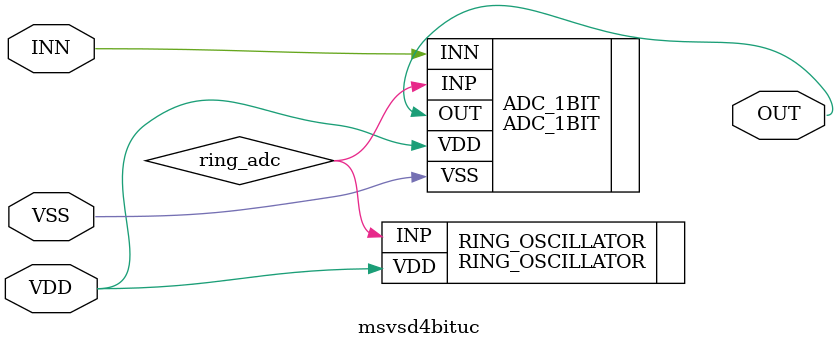
<source format=v>
module msvsd4bituc (INN,
    OUT,
    VDD,
    VSS);
 input INN;
 output OUT;
 input VDD;
 input VSS;

 wire ring_adc;

 ADC_1BIT ADC_1BIT (.VSS(VSS),
    .VDD(VDD),
    .OUT(OUT),
    .INN(INN),
    .INP(ring_adc));
 RING_OSCILLATOR RING_OSCILLATOR (.VDD(VDD),
    .INP(ring_adc));
 sky130_fd_sc_hd__decap_4 PHY_0 ();
 sky130_fd_sc_hd__decap_4 PHY_1 ();
 sky130_fd_sc_hd__decap_4 PHY_2 ();
 sky130_fd_sc_hd__decap_4 PHY_3 ();
 sky130_fd_sc_hd__decap_4 PHY_4 ();
 sky130_fd_sc_hd__decap_4 PHY_5 ();
 sky130_fd_sc_hd__decap_4 PHY_6 ();
 sky130_fd_sc_hd__decap_4 PHY_7 ();
 sky130_fd_sc_hd__decap_4 PHY_8 ();
 sky130_fd_sc_hd__decap_4 PHY_9 ();
 sky130_fd_sc_hd__decap_4 PHY_10 ();
 sky130_fd_sc_hd__decap_4 PHY_11 ();
 sky130_fd_sc_hd__decap_4 PHY_12 ();
 sky130_fd_sc_hd__decap_4 PHY_13 ();
 sky130_fd_sc_hd__decap_4 PHY_14 ();
 sky130_fd_sc_hd__decap_4 PHY_15 ();
 sky130_fd_sc_hd__decap_4 PHY_16 ();
 sky130_fd_sc_hd__decap_4 PHY_17 ();
 sky130_fd_sc_hd__decap_4 PHY_18 ();
 sky130_fd_sc_hd__decap_4 PHY_19 ();
 sky130_fd_sc_hd__decap_4 PHY_20 ();
 sky130_fd_sc_hd__decap_4 PHY_21 ();
 sky130_fd_sc_hd__decap_4 PHY_22 ();
 sky130_fd_sc_hd__decap_4 PHY_23 ();
 sky130_fd_sc_hd__decap_4 PHY_24 ();
 sky130_fd_sc_hd__decap_4 PHY_25 ();
 sky130_fd_sc_hd__decap_4 PHY_26 ();
 sky130_fd_sc_hd__decap_4 PHY_27 ();
 sky130_fd_sc_hd__decap_4 PHY_28 ();
 sky130_fd_sc_hd__decap_4 PHY_29 ();
 sky130_fd_sc_hd__decap_4 PHY_30 ();
 sky130_fd_sc_hd__decap_4 PHY_31 ();
 sky130_fd_sc_hd__decap_4 PHY_32 ();
 sky130_fd_sc_hd__decap_4 PHY_33 ();
 sky130_fd_sc_hd__decap_4 PHY_34 ();
 sky130_fd_sc_hd__decap_4 PHY_35 ();
 sky130_fd_sc_hd__decap_4 PHY_36 ();
 sky130_fd_sc_hd__decap_4 PHY_37 ();
 sky130_fd_sc_hd__decap_4 PHY_38 ();
 sky130_fd_sc_hd__decap_4 PHY_39 ();
 sky130_fd_sc_hd__decap_4 PHY_40 ();
 sky130_fd_sc_hd__decap_4 PHY_41 ();
 sky130_fd_sc_hd__decap_4 PHY_42 ();
 sky130_fd_sc_hd__decap_4 PHY_43 ();
 sky130_fd_sc_hd__decap_4 PHY_44 ();
 sky130_fd_sc_hd__decap_4 PHY_45 ();
 sky130_fd_sc_hd__decap_4 PHY_46 ();
 sky130_fd_sc_hd__decap_4 PHY_47 ();
 sky130_fd_sc_hd__decap_4 PHY_48 ();
 sky130_fd_sc_hd__decap_4 PHY_49 ();
 sky130_fd_sc_hd__decap_4 PHY_50 ();
 sky130_fd_sc_hd__decap_4 PHY_51 ();
 sky130_fd_sc_hd__decap_4 PHY_52 ();
 sky130_fd_sc_hd__decap_4 PHY_53 ();
 sky130_fd_sc_hd__decap_4 PHY_54 ();
 sky130_fd_sc_hd__decap_4 PHY_55 ();
 sky130_fd_sc_hd__decap_4 PHY_56 ();
 sky130_fd_sc_hd__decap_4 PHY_57 ();
 sky130_fd_sc_hd__decap_4 PHY_58 ();
 sky130_fd_sc_hd__decap_4 PHY_59 ();
 sky130_fd_sc_hd__decap_4 PHY_60 ();
 sky130_fd_sc_hd__decap_4 PHY_61 ();
 sky130_fd_sc_hd__decap_4 PHY_62 ();
 sky130_fd_sc_hd__decap_4 PHY_63 ();
 sky130_fd_sc_hd__decap_4 PHY_64 ();
 sky130_fd_sc_hd__decap_4 PHY_65 ();
 sky130_fd_sc_hd__decap_4 PHY_66 ();
 sky130_fd_sc_hd__decap_4 PHY_67 ();
 sky130_fd_sc_hd__decap_4 PHY_68 ();
 sky130_fd_sc_hd__decap_4 PHY_69 ();
 sky130_fd_sc_hd__decap_4 PHY_70 ();
 sky130_fd_sc_hd__decap_4 PHY_71 ();
 sky130_fd_sc_hd__decap_4 PHY_72 ();
 sky130_fd_sc_hd__decap_4 PHY_73 ();
 sky130_fd_sc_hd__decap_4 PHY_74 ();
 sky130_fd_sc_hd__decap_4 PHY_75 ();
 sky130_fd_sc_hd__decap_4 PHY_76 ();
 sky130_fd_sc_hd__decap_4 PHY_77 ();
 sky130_fd_sc_hd__decap_4 PHY_78 ();
 sky130_fd_sc_hd__decap_4 PHY_79 ();
 sky130_fd_sc_hd__decap_4 PHY_80 ();
 sky130_fd_sc_hd__decap_4 PHY_81 ();
 sky130_fd_sc_hd__decap_4 PHY_82 ();
 sky130_fd_sc_hd__decap_4 PHY_83 ();
 sky130_fd_sc_hd__decap_4 PHY_84 ();
 sky130_fd_sc_hd__decap_4 PHY_85 ();
 sky130_fd_sc_hd__decap_4 PHY_86 ();
 sky130_fd_sc_hd__decap_4 PHY_87 ();
 sky130_fd_sc_hd__decap_4 PHY_88 ();
 sky130_fd_sc_hd__decap_4 PHY_89 ();
 sky130_fd_sc_hd__decap_4 PHY_90 ();
 sky130_fd_sc_hd__decap_4 PHY_91 ();
 sky130_fd_sc_hd__decap_4 PHY_92 ();
 sky130_fd_sc_hd__decap_4 PHY_93 ();
 sky130_fd_sc_hd__decap_4 PHY_94 ();
 sky130_fd_sc_hd__decap_4 PHY_95 ();
 sky130_fd_sc_hd__decap_4 PHY_96 ();
 sky130_fd_sc_hd__decap_4 PHY_97 ();
 sky130_fd_sc_hd__decap_4 PHY_98 ();
 sky130_fd_sc_hd__decap_4 PHY_99 ();
 sky130_fd_sc_hd__decap_4 PHY_100 ();
 sky130_fd_sc_hd__decap_4 PHY_101 ();
 sky130_fd_sc_hd__decap_4 PHY_102 ();
 sky130_fd_sc_hd__decap_4 PHY_103 ();
 sky130_fd_sc_hd__decap_4 PHY_104 ();
 sky130_fd_sc_hd__decap_4 PHY_105 ();
 sky130_fd_sc_hd__decap_4 PHY_106 ();
 sky130_fd_sc_hd__decap_4 PHY_107 ();
 sky130_fd_sc_hd__decap_4 PHY_108 ();
 sky130_fd_sc_hd__decap_4 PHY_109 ();
 sky130_fd_sc_hd__decap_4 PHY_110 ();
 sky130_fd_sc_hd__decap_4 PHY_111 ();
 sky130_fd_sc_hd__decap_4 PHY_112 ();
 sky130_fd_sc_hd__decap_4 PHY_113 ();
 sky130_fd_sc_hd__decap_4 PHY_114 ();
 sky130_fd_sc_hd__decap_4 PHY_115 ();
 sky130_fd_sc_hd__decap_4 PHY_116 ();
 sky130_fd_sc_hd__decap_4 PHY_117 ();
 sky130_fd_sc_hd__decap_4 PHY_118 ();
 sky130_fd_sc_hd__decap_4 PHY_119 ();
 sky130_fd_sc_hd__decap_4 PHY_120 ();
 sky130_fd_sc_hd__decap_4 PHY_121 ();
 sky130_fd_sc_hd__decap_4 PHY_122 ();
 sky130_fd_sc_hd__decap_4 PHY_123 ();
 sky130_fd_sc_hd__decap_4 PHY_124 ();
 sky130_fd_sc_hd__decap_4 PHY_125 ();
 sky130_fd_sc_hd__decap_4 PHY_126 ();
 sky130_fd_sc_hd__decap_4 PHY_127 ();
 sky130_fd_sc_hd__decap_4 PHY_128 ();
 sky130_fd_sc_hd__decap_4 PHY_129 ();
 sky130_fd_sc_hd__decap_4 PHY_130 ();
 sky130_fd_sc_hd__decap_4 PHY_131 ();
 sky130_fd_sc_hd__decap_4 PHY_132 ();
 sky130_fd_sc_hd__decap_4 PHY_133 ();
 sky130_fd_sc_hd__decap_4 PHY_134 ();
 sky130_fd_sc_hd__decap_4 PHY_135 ();
 sky130_fd_sc_hd__decap_4 PHY_136 ();
 sky130_fd_sc_hd__decap_4 PHY_137 ();
 sky130_fd_sc_hd__decap_4 PHY_138 ();
 sky130_fd_sc_hd__decap_4 PHY_139 ();
 sky130_fd_sc_hd__decap_4 PHY_140 ();
 sky130_fd_sc_hd__decap_4 PHY_141 ();
 sky130_fd_sc_hd__decap_4 PHY_142 ();
 sky130_fd_sc_hd__decap_4 PHY_143 ();
 sky130_fd_sc_hd__decap_4 PHY_144 ();
 sky130_fd_sc_hd__decap_4 PHY_145 ();
 sky130_fd_sc_hd__decap_4 PHY_146 ();
 sky130_fd_sc_hd__decap_4 PHY_147 ();
 sky130_fd_sc_hd__decap_4 PHY_148 ();
 sky130_fd_sc_hd__decap_4 PHY_149 ();
 sky130_fd_sc_hd__decap_4 PHY_150 ();
 sky130_fd_sc_hd__decap_4 PHY_151 ();
 sky130_fd_sc_hd__decap_4 PHY_152 ();
 sky130_fd_sc_hd__decap_4 PHY_153 ();
 sky130_fd_sc_hd__decap_4 PHY_154 ();
 sky130_fd_sc_hd__decap_4 PHY_155 ();
 sky130_fd_sc_hd__decap_4 PHY_156 ();
 sky130_fd_sc_hd__decap_4 PHY_157 ();
 sky130_fd_sc_hd__decap_4 PHY_158 ();
 sky130_fd_sc_hd__decap_4 PHY_159 ();
 sky130_fd_sc_hd__decap_4 PHY_160 ();
 sky130_fd_sc_hd__decap_4 PHY_161 ();
 sky130_fd_sc_hd__decap_4 PHY_162 ();
 sky130_fd_sc_hd__decap_4 PHY_163 ();
 sky130_fd_sc_hd__decap_4 PHY_164 ();
 sky130_fd_sc_hd__decap_4 PHY_165 ();
 sky130_fd_sc_hd__decap_4 PHY_166 ();
 sky130_fd_sc_hd__decap_4 PHY_167 ();
 sky130_fd_sc_hd__decap_4 PHY_168 ();
 sky130_fd_sc_hd__decap_4 PHY_169 ();
 sky130_fd_sc_hd__decap_4 PHY_170 ();
 sky130_fd_sc_hd__decap_4 PHY_171 ();
 sky130_fd_sc_hd__decap_4 PHY_172 ();
 sky130_fd_sc_hd__decap_4 PHY_173 ();
 sky130_fd_sc_hd__decap_4 PHY_174 ();
 sky130_fd_sc_hd__decap_4 PHY_175 ();
 sky130_fd_sc_hd__decap_4 PHY_176 ();
 sky130_fd_sc_hd__decap_4 PHY_177 ();
 sky130_fd_sc_hd__decap_4 PHY_178 ();
 sky130_fd_sc_hd__decap_4 PHY_179 ();
 sky130_fd_sc_hd__decap_4 PHY_180 ();
 sky130_fd_sc_hd__decap_4 PHY_181 ();
 sky130_fd_sc_hd__decap_4 PHY_182 ();
 sky130_fd_sc_hd__decap_4 PHY_183 ();
 sky130_fd_sc_hd__decap_4 PHY_184 ();
 sky130_fd_sc_hd__decap_4 PHY_185 ();
 sky130_fd_sc_hd__decap_4 PHY_186 ();
 sky130_fd_sc_hd__decap_4 PHY_187 ();
 sky130_fd_sc_hd__decap_4 PHY_188 ();
 sky130_fd_sc_hd__decap_4 PHY_189 ();
 sky130_fd_sc_hd__decap_4 PHY_190 ();
 sky130_fd_sc_hd__decap_4 PHY_191 ();
 sky130_fd_sc_hd__decap_4 PHY_192 ();
 sky130_fd_sc_hd__decap_4 PHY_193 ();
 sky130_fd_sc_hd__decap_4 PHY_194 ();
 sky130_fd_sc_hd__decap_4 PHY_195 ();
 sky130_fd_sc_hd__decap_4 PHY_196 ();
 sky130_fd_sc_hd__decap_4 PHY_197 ();
 sky130_fd_sc_hd__decap_4 PHY_198 ();
 sky130_fd_sc_hd__decap_4 PHY_199 ();
 sky130_fd_sc_hd__decap_4 PHY_200 ();
 sky130_fd_sc_hd__decap_4 PHY_201 ();
 sky130_fd_sc_hd__decap_4 PHY_202 ();
 sky130_fd_sc_hd__decap_4 PHY_203 ();
 sky130_fd_sc_hd__decap_4 PHY_204 ();
 sky130_fd_sc_hd__decap_4 PHY_205 ();
 sky130_fd_sc_hd__decap_4 PHY_206 ();
 sky130_fd_sc_hd__decap_4 PHY_207 ();
 sky130_fd_sc_hd__decap_4 PHY_208 ();
 sky130_fd_sc_hd__decap_4 PHY_209 ();
 sky130_fd_sc_hd__decap_4 PHY_210 ();
 sky130_fd_sc_hd__decap_4 PHY_211 ();
 sky130_fd_sc_hd__decap_4 PHY_212 ();
 sky130_fd_sc_hd__decap_4 PHY_213 ();
 sky130_fd_sc_hd__decap_4 PHY_214 ();
 sky130_fd_sc_hd__decap_4 PHY_215 ();
 sky130_fd_sc_hd__decap_4 PHY_216 ();
 sky130_fd_sc_hd__decap_4 PHY_217 ();
 sky130_fd_sc_hd__decap_4 PHY_218 ();
 sky130_fd_sc_hd__decap_4 PHY_219 ();
 sky130_fd_sc_hd__decap_4 PHY_220 ();
 sky130_fd_sc_hd__decap_4 PHY_221 ();
 sky130_fd_sc_hd__decap_4 PHY_222 ();
 sky130_fd_sc_hd__decap_4 PHY_223 ();
 sky130_fd_sc_hd__decap_4 PHY_224 ();
 sky130_fd_sc_hd__decap_4 PHY_225 ();
 sky130_fd_sc_hd__decap_4 PHY_226 ();
 sky130_fd_sc_hd__decap_4 PHY_227 ();
 sky130_fd_sc_hd__decap_4 PHY_228 ();
 sky130_fd_sc_hd__decap_4 PHY_229 ();
 sky130_fd_sc_hd__decap_4 PHY_230 ();
 sky130_fd_sc_hd__decap_4 PHY_231 ();
 sky130_fd_sc_hd__decap_4 PHY_232 ();
 sky130_fd_sc_hd__decap_4 PHY_233 ();
 sky130_fd_sc_hd__decap_4 PHY_234 ();
 sky130_fd_sc_hd__decap_4 PHY_235 ();
 sky130_fd_sc_hd__decap_4 PHY_236 ();
 sky130_fd_sc_hd__decap_4 PHY_237 ();
 sky130_fd_sc_hd__decap_4 PHY_238 ();
 sky130_fd_sc_hd__decap_4 PHY_239 ();
 sky130_fd_sc_hd__decap_4 PHY_240 ();
 sky130_fd_sc_hd__decap_4 PHY_241 ();
 sky130_fd_sc_hd__decap_4 PHY_242 ();
 sky130_fd_sc_hd__decap_4 PHY_243 ();
 sky130_fd_sc_hd__decap_4 PHY_244 ();
 sky130_fd_sc_hd__decap_4 PHY_245 ();
 sky130_fd_sc_hd__decap_4 PHY_246 ();
 sky130_fd_sc_hd__decap_4 PHY_247 ();
 sky130_fd_sc_hd__decap_4 PHY_248 ();
 sky130_fd_sc_hd__decap_4 PHY_249 ();
 sky130_fd_sc_hd__decap_4 PHY_250 ();
 sky130_fd_sc_hd__decap_4 PHY_251 ();
 sky130_fd_sc_hd__decap_4 PHY_252 ();
 sky130_fd_sc_hd__decap_4 PHY_253 ();
 sky130_fd_sc_hd__decap_4 PHY_254 ();
 sky130_fd_sc_hd__decap_4 PHY_255 ();
 sky130_fd_sc_hd__decap_4 PHY_256 ();
 sky130_fd_sc_hd__decap_4 PHY_257 ();
 sky130_fd_sc_hd__decap_4 PHY_258 ();
 sky130_fd_sc_hd__decap_4 PHY_259 ();
 sky130_fd_sc_hd__decap_4 PHY_260 ();
 sky130_fd_sc_hd__decap_4 PHY_261 ();
 sky130_fd_sc_hd__decap_4 PHY_262 ();
 sky130_fd_sc_hd__decap_4 PHY_263 ();
 sky130_fd_sc_hd__decap_4 PHY_264 ();
 sky130_fd_sc_hd__decap_4 PHY_265 ();
 sky130_fd_sc_hd__decap_4 PHY_266 ();
 sky130_fd_sc_hd__decap_4 PHY_267 ();
 sky130_fd_sc_hd__decap_4 PHY_268 ();
 sky130_fd_sc_hd__decap_4 PHY_269 ();
 sky130_fd_sc_hd__decap_4 PHY_270 ();
 sky130_fd_sc_hd__decap_4 PHY_271 ();
 sky130_fd_sc_hd__decap_4 PHY_272 ();
 sky130_fd_sc_hd__decap_4 PHY_273 ();
 sky130_fd_sc_hd__decap_4 PHY_274 ();
 sky130_fd_sc_hd__decap_4 PHY_275 ();
 sky130_fd_sc_hd__decap_4 PHY_276 ();
 sky130_fd_sc_hd__decap_4 PHY_277 ();
 sky130_fd_sc_hd__decap_4 PHY_278 ();
 sky130_fd_sc_hd__decap_4 PHY_279 ();
 sky130_fd_sc_hd__decap_4 PHY_280 ();
 sky130_fd_sc_hd__decap_4 PHY_281 ();
 sky130_fd_sc_hd__decap_4 PHY_282 ();
 sky130_fd_sc_hd__decap_4 PHY_283 ();
 sky130_fd_sc_hd__decap_4 PHY_284 ();
 sky130_fd_sc_hd__decap_4 PHY_285 ();
 sky130_fd_sc_hd__decap_4 PHY_286 ();
 sky130_fd_sc_hd__decap_4 PHY_287 ();
 sky130_fd_sc_hd__decap_4 PHY_288 ();
 sky130_fd_sc_hd__decap_4 PHY_289 ();
 sky130_fd_sc_hd__decap_4 PHY_290 ();
 sky130_fd_sc_hd__decap_4 PHY_291 ();
 sky130_fd_sc_hd__decap_4 PHY_292 ();
 sky130_fd_sc_hd__decap_4 PHY_293 ();
 sky130_fd_sc_hd__decap_4 PHY_294 ();
 sky130_fd_sc_hd__decap_4 PHY_295 ();
 sky130_fd_sc_hd__decap_4 PHY_296 ();
 sky130_fd_sc_hd__decap_4 PHY_297 ();
 sky130_fd_sc_hd__decap_4 PHY_298 ();
 sky130_fd_sc_hd__decap_4 PHY_299 ();
 sky130_fd_sc_hd__decap_4 PHY_300 ();
 sky130_fd_sc_hd__decap_4 PHY_301 ();
 sky130_fd_sc_hd__decap_4 PHY_302 ();
 sky130_fd_sc_hd__decap_4 PHY_303 ();
 sky130_fd_sc_hd__decap_4 PHY_304 ();
 sky130_fd_sc_hd__decap_4 PHY_305 ();
 sky130_fd_sc_hd__decap_4 PHY_306 ();
 sky130_fd_sc_hd__decap_4 PHY_307 ();
 sky130_fd_sc_hd__decap_4 PHY_308 ();
 sky130_fd_sc_hd__decap_4 PHY_309 ();
 sky130_fd_sc_hd__decap_4 PHY_310 ();
 sky130_fd_sc_hd__decap_4 PHY_311 ();
 sky130_fd_sc_hd__decap_4 PHY_312 ();
 sky130_fd_sc_hd__decap_4 PHY_313 ();
 sky130_fd_sc_hd__decap_4 PHY_314 ();
 sky130_fd_sc_hd__decap_4 PHY_315 ();
 sky130_fd_sc_hd__decap_4 PHY_316 ();
 sky130_fd_sc_hd__decap_4 PHY_317 ();
 sky130_fd_sc_hd__decap_4 PHY_318 ();
 sky130_fd_sc_hd__decap_4 PHY_319 ();
 sky130_fd_sc_hd__decap_4 PHY_320 ();
 sky130_fd_sc_hd__decap_4 PHY_321 ();
 sky130_fd_sc_hd__decap_4 PHY_322 ();
 sky130_fd_sc_hd__decap_4 PHY_323 ();
 sky130_fd_sc_hd__decap_4 PHY_324 ();
 sky130_fd_sc_hd__decap_4 PHY_325 ();
 sky130_fd_sc_hd__decap_4 PHY_326 ();
 sky130_fd_sc_hd__decap_4 PHY_327 ();
 sky130_fd_sc_hd__decap_4 PHY_328 ();
 sky130_fd_sc_hd__decap_4 PHY_329 ();
 sky130_fd_sc_hd__decap_4 PHY_330 ();
 sky130_fd_sc_hd__decap_4 PHY_331 ();
 sky130_fd_sc_hd__decap_4 PHY_332 ();
 sky130_fd_sc_hd__decap_4 PHY_333 ();
 sky130_fd_sc_hd__decap_4 PHY_334 ();
 sky130_fd_sc_hd__decap_4 PHY_335 ();
 sky130_fd_sc_hd__decap_4 PHY_336 ();
 sky130_fd_sc_hd__decap_4 PHY_337 ();
 sky130_fd_sc_hd__decap_4 PHY_338 ();
 sky130_fd_sc_hd__decap_4 PHY_339 ();
 sky130_fd_sc_hd__decap_4 PHY_340 ();
 sky130_fd_sc_hd__decap_4 PHY_341 ();
 sky130_fd_sc_hd__decap_4 PHY_342 ();
 sky130_fd_sc_hd__decap_4 PHY_343 ();
 sky130_fd_sc_hd__decap_4 PHY_344 ();
 sky130_fd_sc_hd__decap_4 PHY_345 ();
 sky130_fd_sc_hd__decap_4 PHY_346 ();
 sky130_fd_sc_hd__decap_4 PHY_347 ();
 sky130_fd_sc_hd__decap_4 PHY_348 ();
 sky130_fd_sc_hd__decap_4 PHY_349 ();
 sky130_fd_sc_hd__decap_4 PHY_350 ();
 sky130_fd_sc_hd__decap_4 PHY_351 ();
 sky130_fd_sc_hd__tapvpwrvgnd_1 TAP_352 ();
 sky130_fd_sc_hd__tapvpwrvgnd_1 TAP_353 ();
 sky130_fd_sc_hd__tapvpwrvgnd_1 TAP_354 ();
 sky130_fd_sc_hd__tapvpwrvgnd_1 TAP_355 ();
 sky130_fd_sc_hd__tapvpwrvgnd_1 TAP_356 ();
 sky130_fd_sc_hd__tapvpwrvgnd_1 TAP_357 ();
 sky130_fd_sc_hd__tapvpwrvgnd_1 TAP_358 ();
 sky130_fd_sc_hd__tapvpwrvgnd_1 TAP_359 ();
 sky130_fd_sc_hd__tapvpwrvgnd_1 TAP_360 ();
 sky130_fd_sc_hd__tapvpwrvgnd_1 TAP_361 ();
 sky130_fd_sc_hd__tapvpwrvgnd_1 TAP_362 ();
 sky130_fd_sc_hd__tapvpwrvgnd_1 TAP_363 ();
 sky130_fd_sc_hd__tapvpwrvgnd_1 TAP_364 ();
 sky130_fd_sc_hd__tapvpwrvgnd_1 TAP_365 ();
 sky130_fd_sc_hd__tapvpwrvgnd_1 TAP_366 ();
 sky130_fd_sc_hd__tapvpwrvgnd_1 TAP_367 ();
 sky130_fd_sc_hd__tapvpwrvgnd_1 TAP_368 ();
 sky130_fd_sc_hd__tapvpwrvgnd_1 TAP_369 ();
 sky130_fd_sc_hd__tapvpwrvgnd_1 TAP_370 ();
 sky130_fd_sc_hd__tapvpwrvgnd_1 TAP_371 ();
 sky130_fd_sc_hd__tapvpwrvgnd_1 TAP_372 ();
 sky130_fd_sc_hd__tapvpwrvgnd_1 TAP_373 ();
 sky130_fd_sc_hd__tapvpwrvgnd_1 TAP_374 ();
 sky130_fd_sc_hd__tapvpwrvgnd_1 TAP_375 ();
 sky130_fd_sc_hd__tapvpwrvgnd_1 TAP_376 ();
 sky130_fd_sc_hd__tapvpwrvgnd_1 TAP_377 ();
 sky130_fd_sc_hd__tapvpwrvgnd_1 TAP_378 ();
 sky130_fd_sc_hd__tapvpwrvgnd_1 TAP_379 ();
 sky130_fd_sc_hd__tapvpwrvgnd_1 TAP_380 ();
 sky130_fd_sc_hd__tapvpwrvgnd_1 TAP_381 ();
 sky130_fd_sc_hd__tapvpwrvgnd_1 TAP_382 ();
 sky130_fd_sc_hd__tapvpwrvgnd_1 TAP_383 ();
 sky130_fd_sc_hd__tapvpwrvgnd_1 TAP_384 ();
 sky130_fd_sc_hd__tapvpwrvgnd_1 TAP_385 ();
 sky130_fd_sc_hd__tapvpwrvgnd_1 TAP_386 ();
 sky130_fd_sc_hd__tapvpwrvgnd_1 TAP_387 ();
 sky130_fd_sc_hd__tapvpwrvgnd_1 TAP_388 ();
 sky130_fd_sc_hd__tapvpwrvgnd_1 TAP_389 ();
 sky130_fd_sc_hd__tapvpwrvgnd_1 TAP_390 ();
 sky130_fd_sc_hd__tapvpwrvgnd_1 TAP_391 ();
 sky130_fd_sc_hd__tapvpwrvgnd_1 TAP_392 ();
 sky130_fd_sc_hd__tapvpwrvgnd_1 TAP_393 ();
 sky130_fd_sc_hd__tapvpwrvgnd_1 TAP_394 ();
 sky130_fd_sc_hd__tapvpwrvgnd_1 TAP_395 ();
 sky130_fd_sc_hd__tapvpwrvgnd_1 TAP_396 ();
 sky130_fd_sc_hd__tapvpwrvgnd_1 TAP_397 ();
 sky130_fd_sc_hd__tapvpwrvgnd_1 TAP_398 ();
 sky130_fd_sc_hd__tapvpwrvgnd_1 TAP_399 ();
 sky130_fd_sc_hd__tapvpwrvgnd_1 TAP_400 ();
 sky130_fd_sc_hd__tapvpwrvgnd_1 TAP_401 ();
 sky130_fd_sc_hd__tapvpwrvgnd_1 TAP_402 ();
 sky130_fd_sc_hd__tapvpwrvgnd_1 TAP_403 ();
 sky130_fd_sc_hd__tapvpwrvgnd_1 TAP_404 ();
 sky130_fd_sc_hd__tapvpwrvgnd_1 TAP_405 ();
 sky130_fd_sc_hd__tapvpwrvgnd_1 TAP_406 ();
 sky130_fd_sc_hd__tapvpwrvgnd_1 TAP_407 ();
 sky130_fd_sc_hd__tapvpwrvgnd_1 TAP_408 ();
 sky130_fd_sc_hd__tapvpwrvgnd_1 TAP_409 ();
 sky130_fd_sc_hd__tapvpwrvgnd_1 TAP_410 ();
 sky130_fd_sc_hd__tapvpwrvgnd_1 TAP_411 ();
 sky130_fd_sc_hd__tapvpwrvgnd_1 TAP_412 ();
 sky130_fd_sc_hd__tapvpwrvgnd_1 TAP_413 ();
 sky130_fd_sc_hd__tapvpwrvgnd_1 TAP_414 ();
 sky130_fd_sc_hd__tapvpwrvgnd_1 TAP_415 ();
 sky130_fd_sc_hd__tapvpwrvgnd_1 TAP_416 ();
 sky130_fd_sc_hd__tapvpwrvgnd_1 TAP_417 ();
 sky130_fd_sc_hd__tapvpwrvgnd_1 TAP_418 ();
 sky130_fd_sc_hd__tapvpwrvgnd_1 TAP_419 ();
 sky130_fd_sc_hd__tapvpwrvgnd_1 TAP_420 ();
 sky130_fd_sc_hd__tapvpwrvgnd_1 TAP_421 ();
 sky130_fd_sc_hd__tapvpwrvgnd_1 TAP_422 ();
 sky130_fd_sc_hd__tapvpwrvgnd_1 TAP_423 ();
 sky130_fd_sc_hd__tapvpwrvgnd_1 TAP_424 ();
 sky130_fd_sc_hd__tapvpwrvgnd_1 TAP_425 ();
 sky130_fd_sc_hd__tapvpwrvgnd_1 TAP_426 ();
 sky130_fd_sc_hd__tapvpwrvgnd_1 TAP_427 ();
 sky130_fd_sc_hd__tapvpwrvgnd_1 TAP_428 ();
 sky130_fd_sc_hd__tapvpwrvgnd_1 TAP_429 ();
 sky130_fd_sc_hd__tapvpwrvgnd_1 TAP_430 ();
 sky130_fd_sc_hd__tapvpwrvgnd_1 TAP_431 ();
 sky130_fd_sc_hd__tapvpwrvgnd_1 TAP_432 ();
 sky130_fd_sc_hd__tapvpwrvgnd_1 TAP_433 ();
 sky130_fd_sc_hd__tapvpwrvgnd_1 TAP_434 ();
 sky130_fd_sc_hd__tapvpwrvgnd_1 TAP_435 ();
 sky130_fd_sc_hd__tapvpwrvgnd_1 TAP_436 ();
 sky130_fd_sc_hd__tapvpwrvgnd_1 TAP_437 ();
 sky130_fd_sc_hd__tapvpwrvgnd_1 TAP_438 ();
 sky130_fd_sc_hd__tapvpwrvgnd_1 TAP_439 ();
 sky130_fd_sc_hd__tapvpwrvgnd_1 TAP_440 ();
 sky130_fd_sc_hd__tapvpwrvgnd_1 TAP_441 ();
 sky130_fd_sc_hd__tapvpwrvgnd_1 TAP_442 ();
 sky130_fd_sc_hd__tapvpwrvgnd_1 TAP_443 ();
 sky130_fd_sc_hd__tapvpwrvgnd_1 TAP_444 ();
 sky130_fd_sc_hd__tapvpwrvgnd_1 TAP_445 ();
 sky130_fd_sc_hd__tapvpwrvgnd_1 TAP_446 ();
 sky130_fd_sc_hd__tapvpwrvgnd_1 TAP_447 ();
 sky130_fd_sc_hd__tapvpwrvgnd_1 TAP_448 ();
 sky130_fd_sc_hd__tapvpwrvgnd_1 TAP_449 ();
 sky130_fd_sc_hd__tapvpwrvgnd_1 TAP_450 ();
 sky130_fd_sc_hd__tapvpwrvgnd_1 TAP_451 ();
 sky130_fd_sc_hd__tapvpwrvgnd_1 TAP_452 ();
 sky130_fd_sc_hd__tapvpwrvgnd_1 TAP_453 ();
 sky130_fd_sc_hd__tapvpwrvgnd_1 TAP_454 ();
 sky130_fd_sc_hd__tapvpwrvgnd_1 TAP_455 ();
 sky130_fd_sc_hd__tapvpwrvgnd_1 TAP_456 ();
 sky130_fd_sc_hd__tapvpwrvgnd_1 TAP_457 ();
 sky130_fd_sc_hd__tapvpwrvgnd_1 TAP_458 ();
 sky130_fd_sc_hd__tapvpwrvgnd_1 TAP_459 ();
 sky130_fd_sc_hd__tapvpwrvgnd_1 TAP_460 ();
 sky130_fd_sc_hd__tapvpwrvgnd_1 TAP_461 ();
 sky130_fd_sc_hd__tapvpwrvgnd_1 TAP_462 ();
 sky130_fd_sc_hd__tapvpwrvgnd_1 TAP_463 ();
 sky130_fd_sc_hd__tapvpwrvgnd_1 TAP_464 ();
 sky130_fd_sc_hd__tapvpwrvgnd_1 TAP_465 ();
 sky130_fd_sc_hd__tapvpwrvgnd_1 TAP_466 ();
 sky130_fd_sc_hd__tapvpwrvgnd_1 TAP_467 ();
 sky130_fd_sc_hd__tapvpwrvgnd_1 TAP_468 ();
 sky130_fd_sc_hd__tapvpwrvgnd_1 TAP_469 ();
 sky130_fd_sc_hd__tapvpwrvgnd_1 TAP_470 ();
 sky130_fd_sc_hd__tapvpwrvgnd_1 TAP_471 ();
 sky130_fd_sc_hd__tapvpwrvgnd_1 TAP_472 ();
 sky130_fd_sc_hd__tapvpwrvgnd_1 TAP_473 ();
 sky130_fd_sc_hd__tapvpwrvgnd_1 TAP_474 ();
 sky130_fd_sc_hd__tapvpwrvgnd_1 TAP_475 ();
 sky130_fd_sc_hd__tapvpwrvgnd_1 TAP_476 ();
 sky130_fd_sc_hd__tapvpwrvgnd_1 TAP_477 ();
 sky130_fd_sc_hd__tapvpwrvgnd_1 TAP_478 ();
 sky130_fd_sc_hd__tapvpwrvgnd_1 TAP_479 ();
 sky130_fd_sc_hd__tapvpwrvgnd_1 TAP_480 ();
 sky130_fd_sc_hd__tapvpwrvgnd_1 TAP_481 ();
 sky130_fd_sc_hd__tapvpwrvgnd_1 TAP_482 ();
 sky130_fd_sc_hd__tapvpwrvgnd_1 TAP_483 ();
 sky130_fd_sc_hd__tapvpwrvgnd_1 TAP_484 ();
 sky130_fd_sc_hd__tapvpwrvgnd_1 TAP_485 ();
 sky130_fd_sc_hd__tapvpwrvgnd_1 TAP_486 ();
 sky130_fd_sc_hd__tapvpwrvgnd_1 TAP_487 ();
 sky130_fd_sc_hd__tapvpwrvgnd_1 TAP_488 ();
 sky130_fd_sc_hd__tapvpwrvgnd_1 TAP_489 ();
 sky130_fd_sc_hd__tapvpwrvgnd_1 TAP_490 ();
 sky130_fd_sc_hd__tapvpwrvgnd_1 TAP_491 ();
 sky130_fd_sc_hd__tapvpwrvgnd_1 TAP_492 ();
 sky130_fd_sc_hd__tapvpwrvgnd_1 TAP_493 ();
 sky130_fd_sc_hd__tapvpwrvgnd_1 TAP_494 ();
 sky130_fd_sc_hd__tapvpwrvgnd_1 TAP_495 ();
 sky130_fd_sc_hd__tapvpwrvgnd_1 TAP_496 ();
 sky130_fd_sc_hd__tapvpwrvgnd_1 TAP_497 ();
 sky130_fd_sc_hd__tapvpwrvgnd_1 TAP_498 ();
 sky130_fd_sc_hd__tapvpwrvgnd_1 TAP_499 ();
 sky130_fd_sc_hd__tapvpwrvgnd_1 TAP_500 ();
 sky130_fd_sc_hd__tapvpwrvgnd_1 TAP_501 ();
 sky130_fd_sc_hd__tapvpwrvgnd_1 TAP_502 ();
 sky130_fd_sc_hd__tapvpwrvgnd_1 TAP_503 ();
 sky130_fd_sc_hd__tapvpwrvgnd_1 TAP_504 ();
 sky130_fd_sc_hd__tapvpwrvgnd_1 TAP_505 ();
 sky130_fd_sc_hd__tapvpwrvgnd_1 TAP_506 ();
 sky130_fd_sc_hd__tapvpwrvgnd_1 TAP_507 ();
 sky130_fd_sc_hd__tapvpwrvgnd_1 TAP_508 ();
 sky130_fd_sc_hd__tapvpwrvgnd_1 TAP_509 ();
 sky130_fd_sc_hd__tapvpwrvgnd_1 TAP_510 ();
 sky130_fd_sc_hd__tapvpwrvgnd_1 TAP_511 ();
 sky130_fd_sc_hd__tapvpwrvgnd_1 TAP_512 ();
 sky130_fd_sc_hd__tapvpwrvgnd_1 TAP_513 ();
 sky130_fd_sc_hd__tapvpwrvgnd_1 TAP_514 ();
 sky130_fd_sc_hd__tapvpwrvgnd_1 TAP_515 ();
 sky130_fd_sc_hd__tapvpwrvgnd_1 TAP_516 ();
 sky130_fd_sc_hd__tapvpwrvgnd_1 TAP_517 ();
 sky130_fd_sc_hd__tapvpwrvgnd_1 TAP_518 ();
 sky130_fd_sc_hd__tapvpwrvgnd_1 TAP_519 ();
 sky130_fd_sc_hd__tapvpwrvgnd_1 TAP_520 ();
 sky130_fd_sc_hd__tapvpwrvgnd_1 TAP_521 ();
 sky130_fd_sc_hd__tapvpwrvgnd_1 TAP_522 ();
 sky130_fd_sc_hd__tapvpwrvgnd_1 TAP_523 ();
 sky130_fd_sc_hd__tapvpwrvgnd_1 TAP_524 ();
 sky130_fd_sc_hd__tapvpwrvgnd_1 TAP_525 ();
 sky130_fd_sc_hd__tapvpwrvgnd_1 TAP_526 ();
 sky130_fd_sc_hd__tapvpwrvgnd_1 TAP_527 ();
 sky130_fd_sc_hd__tapvpwrvgnd_1 TAP_528 ();
 sky130_fd_sc_hd__tapvpwrvgnd_1 TAP_529 ();
 sky130_fd_sc_hd__tapvpwrvgnd_1 TAP_530 ();
 sky130_fd_sc_hd__tapvpwrvgnd_1 TAP_531 ();
 sky130_fd_sc_hd__tapvpwrvgnd_1 TAP_532 ();
 sky130_fd_sc_hd__tapvpwrvgnd_1 TAP_533 ();
 sky130_fd_sc_hd__tapvpwrvgnd_1 TAP_534 ();
 sky130_fd_sc_hd__tapvpwrvgnd_1 TAP_535 ();
 sky130_fd_sc_hd__tapvpwrvgnd_1 TAP_536 ();
 sky130_fd_sc_hd__tapvpwrvgnd_1 TAP_537 ();
 sky130_fd_sc_hd__tapvpwrvgnd_1 TAP_538 ();
 sky130_fd_sc_hd__tapvpwrvgnd_1 TAP_539 ();
 sky130_fd_sc_hd__tapvpwrvgnd_1 TAP_540 ();
 sky130_fd_sc_hd__tapvpwrvgnd_1 TAP_541 ();
 sky130_fd_sc_hd__tapvpwrvgnd_1 TAP_542 ();
 sky130_fd_sc_hd__tapvpwrvgnd_1 TAP_543 ();
 sky130_fd_sc_hd__tapvpwrvgnd_1 TAP_544 ();
 sky130_fd_sc_hd__tapvpwrvgnd_1 TAP_545 ();
 sky130_fd_sc_hd__tapvpwrvgnd_1 TAP_546 ();
 sky130_fd_sc_hd__tapvpwrvgnd_1 TAP_547 ();
 sky130_fd_sc_hd__tapvpwrvgnd_1 TAP_548 ();
 sky130_fd_sc_hd__tapvpwrvgnd_1 TAP_549 ();
 sky130_fd_sc_hd__tapvpwrvgnd_1 TAP_550 ();
 sky130_fd_sc_hd__tapvpwrvgnd_1 TAP_551 ();
 sky130_fd_sc_hd__tapvpwrvgnd_1 TAP_552 ();
 sky130_fd_sc_hd__tapvpwrvgnd_1 TAP_553 ();
 sky130_fd_sc_hd__tapvpwrvgnd_1 TAP_554 ();
 sky130_fd_sc_hd__tapvpwrvgnd_1 TAP_555 ();
 sky130_fd_sc_hd__tapvpwrvgnd_1 TAP_556 ();
 sky130_fd_sc_hd__tapvpwrvgnd_1 TAP_557 ();
 sky130_fd_sc_hd__tapvpwrvgnd_1 TAP_558 ();
 sky130_fd_sc_hd__tapvpwrvgnd_1 TAP_559 ();
 sky130_fd_sc_hd__tapvpwrvgnd_1 TAP_560 ();
 sky130_fd_sc_hd__tapvpwrvgnd_1 TAP_561 ();
 sky130_fd_sc_hd__tapvpwrvgnd_1 TAP_562 ();
 sky130_fd_sc_hd__tapvpwrvgnd_1 TAP_563 ();
 sky130_fd_sc_hd__tapvpwrvgnd_1 TAP_564 ();
 sky130_fd_sc_hd__tapvpwrvgnd_1 TAP_565 ();
 sky130_fd_sc_hd__tapvpwrvgnd_1 TAP_566 ();
 sky130_fd_sc_hd__tapvpwrvgnd_1 TAP_567 ();
 sky130_fd_sc_hd__tapvpwrvgnd_1 TAP_568 ();
 sky130_fd_sc_hd__tapvpwrvgnd_1 TAP_569 ();
 sky130_fd_sc_hd__tapvpwrvgnd_1 TAP_570 ();
 sky130_fd_sc_hd__tapvpwrvgnd_1 TAP_571 ();
 sky130_fd_sc_hd__tapvpwrvgnd_1 TAP_572 ();
 sky130_fd_sc_hd__tapvpwrvgnd_1 TAP_573 ();
 sky130_fd_sc_hd__tapvpwrvgnd_1 TAP_574 ();
 sky130_fd_sc_hd__tapvpwrvgnd_1 TAP_575 ();
 sky130_fd_sc_hd__tapvpwrvgnd_1 TAP_576 ();
 sky130_fd_sc_hd__tapvpwrvgnd_1 TAP_577 ();
 sky130_fd_sc_hd__tapvpwrvgnd_1 TAP_578 ();
 sky130_fd_sc_hd__tapvpwrvgnd_1 TAP_579 ();
 sky130_fd_sc_hd__tapvpwrvgnd_1 TAP_580 ();
 sky130_fd_sc_hd__tapvpwrvgnd_1 TAP_581 ();
 sky130_fd_sc_hd__tapvpwrvgnd_1 TAP_582 ();
 sky130_fd_sc_hd__tapvpwrvgnd_1 TAP_583 ();
 sky130_fd_sc_hd__tapvpwrvgnd_1 TAP_584 ();
 sky130_fd_sc_hd__tapvpwrvgnd_1 TAP_585 ();
 sky130_fd_sc_hd__tapvpwrvgnd_1 TAP_586 ();
 sky130_fd_sc_hd__tapvpwrvgnd_1 TAP_587 ();
 sky130_fd_sc_hd__tapvpwrvgnd_1 TAP_588 ();
 sky130_fd_sc_hd__tapvpwrvgnd_1 TAP_589 ();
 sky130_fd_sc_hd__tapvpwrvgnd_1 TAP_590 ();
 sky130_fd_sc_hd__tapvpwrvgnd_1 TAP_591 ();
 sky130_fd_sc_hd__tapvpwrvgnd_1 TAP_592 ();
 sky130_fd_sc_hd__tapvpwrvgnd_1 TAP_593 ();
 sky130_fd_sc_hd__tapvpwrvgnd_1 TAP_594 ();
 sky130_fd_sc_hd__tapvpwrvgnd_1 TAP_595 ();
 sky130_fd_sc_hd__tapvpwrvgnd_1 TAP_596 ();
 sky130_fd_sc_hd__tapvpwrvgnd_1 TAP_597 ();
 sky130_fd_sc_hd__tapvpwrvgnd_1 TAP_598 ();
 sky130_fd_sc_hd__tapvpwrvgnd_1 TAP_599 ();
 sky130_fd_sc_hd__tapvpwrvgnd_1 TAP_600 ();
 sky130_fd_sc_hd__tapvpwrvgnd_1 TAP_601 ();
 sky130_fd_sc_hd__tapvpwrvgnd_1 TAP_602 ();
 sky130_fd_sc_hd__tapvpwrvgnd_1 TAP_603 ();
 sky130_fd_sc_hd__tapvpwrvgnd_1 TAP_604 ();
 sky130_fd_sc_hd__tapvpwrvgnd_1 TAP_605 ();
 sky130_fd_sc_hd__tapvpwrvgnd_1 TAP_606 ();
 sky130_fd_sc_hd__tapvpwrvgnd_1 TAP_607 ();
 sky130_fd_sc_hd__tapvpwrvgnd_1 TAP_608 ();
 sky130_fd_sc_hd__tapvpwrvgnd_1 TAP_609 ();
 sky130_fd_sc_hd__tapvpwrvgnd_1 TAP_610 ();
 sky130_fd_sc_hd__tapvpwrvgnd_1 TAP_611 ();
 sky130_fd_sc_hd__tapvpwrvgnd_1 TAP_612 ();
 sky130_fd_sc_hd__tapvpwrvgnd_1 TAP_613 ();
 sky130_fd_sc_hd__tapvpwrvgnd_1 TAP_614 ();
 sky130_fd_sc_hd__tapvpwrvgnd_1 TAP_615 ();
 sky130_fd_sc_hd__tapvpwrvgnd_1 TAP_616 ();
 sky130_fd_sc_hd__tapvpwrvgnd_1 TAP_617 ();
 sky130_fd_sc_hd__tapvpwrvgnd_1 TAP_618 ();
 sky130_fd_sc_hd__tapvpwrvgnd_1 TAP_619 ();
 sky130_fd_sc_hd__tapvpwrvgnd_1 TAP_620 ();
 sky130_fd_sc_hd__tapvpwrvgnd_1 TAP_621 ();
 sky130_fd_sc_hd__tapvpwrvgnd_1 TAP_622 ();
 sky130_fd_sc_hd__tapvpwrvgnd_1 TAP_623 ();
 sky130_fd_sc_hd__tapvpwrvgnd_1 TAP_624 ();
 sky130_fd_sc_hd__tapvpwrvgnd_1 TAP_625 ();
 sky130_fd_sc_hd__tapvpwrvgnd_1 TAP_626 ();
 sky130_fd_sc_hd__tapvpwrvgnd_1 TAP_627 ();
 sky130_fd_sc_hd__tapvpwrvgnd_1 TAP_628 ();
 sky130_fd_sc_hd__tapvpwrvgnd_1 TAP_629 ();
 sky130_fd_sc_hd__tapvpwrvgnd_1 TAP_630 ();
 sky130_fd_sc_hd__tapvpwrvgnd_1 TAP_631 ();
 sky130_fd_sc_hd__tapvpwrvgnd_1 TAP_632 ();
 sky130_fd_sc_hd__tapvpwrvgnd_1 TAP_633 ();
 sky130_fd_sc_hd__tapvpwrvgnd_1 TAP_634 ();
 sky130_fd_sc_hd__tapvpwrvgnd_1 TAP_635 ();
 sky130_fd_sc_hd__tapvpwrvgnd_1 TAP_636 ();
 sky130_fd_sc_hd__tapvpwrvgnd_1 TAP_637 ();
 sky130_fd_sc_hd__tapvpwrvgnd_1 TAP_638 ();
 sky130_fd_sc_hd__tapvpwrvgnd_1 TAP_639 ();
 sky130_fd_sc_hd__tapvpwrvgnd_1 TAP_640 ();
 sky130_fd_sc_hd__tapvpwrvgnd_1 TAP_641 ();
 sky130_fd_sc_hd__tapvpwrvgnd_1 TAP_642 ();
 sky130_fd_sc_hd__tapvpwrvgnd_1 TAP_643 ();
 sky130_fd_sc_hd__tapvpwrvgnd_1 TAP_644 ();
 sky130_fd_sc_hd__tapvpwrvgnd_1 TAP_645 ();
 sky130_fd_sc_hd__tapvpwrvgnd_1 TAP_646 ();
 sky130_fd_sc_hd__tapvpwrvgnd_1 TAP_647 ();
 sky130_fd_sc_hd__tapvpwrvgnd_1 TAP_648 ();
 sky130_fd_sc_hd__tapvpwrvgnd_1 TAP_649 ();
 sky130_fd_sc_hd__tapvpwrvgnd_1 TAP_650 ();
 sky130_fd_sc_hd__tapvpwrvgnd_1 TAP_651 ();
 sky130_fd_sc_hd__tapvpwrvgnd_1 TAP_652 ();
 sky130_fd_sc_hd__tapvpwrvgnd_1 TAP_653 ();
 sky130_fd_sc_hd__tapvpwrvgnd_1 TAP_654 ();
 sky130_fd_sc_hd__tapvpwrvgnd_1 TAP_655 ();
 sky130_fd_sc_hd__tapvpwrvgnd_1 TAP_656 ();
 sky130_fd_sc_hd__tapvpwrvgnd_1 TAP_657 ();
 sky130_fd_sc_hd__tapvpwrvgnd_1 TAP_658 ();
 sky130_fd_sc_hd__tapvpwrvgnd_1 TAP_659 ();
 sky130_fd_sc_hd__tapvpwrvgnd_1 TAP_660 ();
 sky130_fd_sc_hd__tapvpwrvgnd_1 TAP_661 ();
 sky130_fd_sc_hd__tapvpwrvgnd_1 TAP_662 ();
 sky130_fd_sc_hd__tapvpwrvgnd_1 TAP_663 ();
 sky130_fd_sc_hd__tapvpwrvgnd_1 TAP_664 ();
 sky130_fd_sc_hd__tapvpwrvgnd_1 TAP_665 ();
 sky130_fd_sc_hd__tapvpwrvgnd_1 TAP_666 ();
 sky130_fd_sc_hd__tapvpwrvgnd_1 TAP_667 ();
 sky130_fd_sc_hd__tapvpwrvgnd_1 TAP_668 ();
 sky130_fd_sc_hd__tapvpwrvgnd_1 TAP_669 ();
 sky130_fd_sc_hd__tapvpwrvgnd_1 TAP_670 ();
 sky130_fd_sc_hd__tapvpwrvgnd_1 TAP_671 ();
 sky130_fd_sc_hd__tapvpwrvgnd_1 TAP_672 ();
 sky130_fd_sc_hd__tapvpwrvgnd_1 TAP_673 ();
 sky130_fd_sc_hd__tapvpwrvgnd_1 TAP_674 ();
 sky130_fd_sc_hd__tapvpwrvgnd_1 TAP_675 ();
 sky130_fd_sc_hd__tapvpwrvgnd_1 TAP_676 ();
 sky130_fd_sc_hd__tapvpwrvgnd_1 TAP_677 ();
 sky130_fd_sc_hd__tapvpwrvgnd_1 TAP_678 ();
 sky130_fd_sc_hd__tapvpwrvgnd_1 TAP_679 ();
 sky130_fd_sc_hd__tapvpwrvgnd_1 TAP_680 ();
 sky130_fd_sc_hd__tapvpwrvgnd_1 TAP_681 ();
 sky130_fd_sc_hd__tapvpwrvgnd_1 TAP_682 ();
 sky130_fd_sc_hd__tapvpwrvgnd_1 TAP_683 ();
 sky130_fd_sc_hd__tapvpwrvgnd_1 TAP_684 ();
 sky130_fd_sc_hd__tapvpwrvgnd_1 TAP_685 ();
 sky130_fd_sc_hd__tapvpwrvgnd_1 TAP_686 ();
 sky130_fd_sc_hd__tapvpwrvgnd_1 TAP_687 ();
 sky130_fd_sc_hd__tapvpwrvgnd_1 TAP_688 ();
 sky130_fd_sc_hd__tapvpwrvgnd_1 TAP_689 ();
 sky130_fd_sc_hd__tapvpwrvgnd_1 TAP_690 ();
 sky130_fd_sc_hd__tapvpwrvgnd_1 TAP_691 ();
 sky130_fd_sc_hd__tapvpwrvgnd_1 TAP_692 ();
 sky130_fd_sc_hd__tapvpwrvgnd_1 TAP_693 ();
 sky130_fd_sc_hd__tapvpwrvgnd_1 TAP_694 ();
 sky130_fd_sc_hd__tapvpwrvgnd_1 TAP_695 ();
 sky130_fd_sc_hd__tapvpwrvgnd_1 TAP_696 ();
 sky130_fd_sc_hd__tapvpwrvgnd_1 TAP_697 ();
 sky130_fd_sc_hd__tapvpwrvgnd_1 TAP_698 ();
 sky130_fd_sc_hd__tapvpwrvgnd_1 TAP_699 ();
 sky130_fd_sc_hd__tapvpwrvgnd_1 TAP_700 ();
 sky130_fd_sc_hd__tapvpwrvgnd_1 TAP_701 ();
 sky130_fd_sc_hd__tapvpwrvgnd_1 TAP_702 ();
 sky130_fd_sc_hd__tapvpwrvgnd_1 TAP_703 ();
 sky130_fd_sc_hd__tapvpwrvgnd_1 TAP_704 ();
 sky130_fd_sc_hd__tapvpwrvgnd_1 TAP_705 ();
 sky130_fd_sc_hd__tapvpwrvgnd_1 TAP_706 ();
 sky130_fd_sc_hd__tapvpwrvgnd_1 TAP_707 ();
 sky130_fd_sc_hd__tapvpwrvgnd_1 TAP_708 ();
 sky130_fd_sc_hd__tapvpwrvgnd_1 TAP_709 ();
 sky130_fd_sc_hd__tapvpwrvgnd_1 TAP_710 ();
 sky130_fd_sc_hd__tapvpwrvgnd_1 TAP_711 ();
 sky130_fd_sc_hd__tapvpwrvgnd_1 TAP_712 ();
 sky130_fd_sc_hd__tapvpwrvgnd_1 TAP_713 ();
 sky130_fd_sc_hd__tapvpwrvgnd_1 TAP_714 ();
 sky130_fd_sc_hd__tapvpwrvgnd_1 TAP_715 ();
 sky130_fd_sc_hd__tapvpwrvgnd_1 TAP_716 ();
 sky130_fd_sc_hd__tapvpwrvgnd_1 TAP_717 ();
 sky130_fd_sc_hd__tapvpwrvgnd_1 TAP_718 ();
 sky130_fd_sc_hd__tapvpwrvgnd_1 TAP_719 ();
 sky130_fd_sc_hd__tapvpwrvgnd_1 TAP_720 ();
 sky130_fd_sc_hd__tapvpwrvgnd_1 TAP_721 ();
 sky130_fd_sc_hd__tapvpwrvgnd_1 TAP_722 ();
 sky130_fd_sc_hd__tapvpwrvgnd_1 TAP_723 ();
 sky130_fd_sc_hd__tapvpwrvgnd_1 TAP_724 ();
 sky130_fd_sc_hd__tapvpwrvgnd_1 TAP_725 ();
 sky130_fd_sc_hd__tapvpwrvgnd_1 TAP_726 ();
 sky130_fd_sc_hd__tapvpwrvgnd_1 TAP_727 ();
 sky130_fd_sc_hd__tapvpwrvgnd_1 TAP_728 ();
 sky130_fd_sc_hd__tapvpwrvgnd_1 TAP_729 ();
 sky130_fd_sc_hd__tapvpwrvgnd_1 TAP_730 ();
 sky130_fd_sc_hd__tapvpwrvgnd_1 TAP_731 ();
 sky130_fd_sc_hd__tapvpwrvgnd_1 TAP_732 ();
 sky130_fd_sc_hd__tapvpwrvgnd_1 TAP_733 ();
 sky130_fd_sc_hd__tapvpwrvgnd_1 TAP_734 ();
 sky130_fd_sc_hd__tapvpwrvgnd_1 TAP_735 ();
 sky130_fd_sc_hd__tapvpwrvgnd_1 TAP_736 ();
 sky130_fd_sc_hd__tapvpwrvgnd_1 TAP_737 ();
 sky130_fd_sc_hd__tapvpwrvgnd_1 TAP_738 ();
 sky130_fd_sc_hd__tapvpwrvgnd_1 TAP_739 ();
 sky130_fd_sc_hd__tapvpwrvgnd_1 TAP_740 ();
 sky130_fd_sc_hd__tapvpwrvgnd_1 TAP_741 ();
 sky130_fd_sc_hd__tapvpwrvgnd_1 TAP_742 ();
 sky130_fd_sc_hd__tapvpwrvgnd_1 TAP_743 ();
 sky130_fd_sc_hd__tapvpwrvgnd_1 TAP_744 ();
 sky130_fd_sc_hd__tapvpwrvgnd_1 TAP_745 ();
 sky130_fd_sc_hd__tapvpwrvgnd_1 TAP_746 ();
 sky130_fd_sc_hd__tapvpwrvgnd_1 TAP_747 ();
 sky130_fd_sc_hd__tapvpwrvgnd_1 TAP_748 ();
 sky130_fd_sc_hd__tapvpwrvgnd_1 TAP_749 ();
 sky130_fd_sc_hd__tapvpwrvgnd_1 TAP_750 ();
 sky130_fd_sc_hd__tapvpwrvgnd_1 TAP_751 ();
 sky130_fd_sc_hd__tapvpwrvgnd_1 TAP_752 ();
 sky130_fd_sc_hd__tapvpwrvgnd_1 TAP_753 ();
 sky130_fd_sc_hd__tapvpwrvgnd_1 TAP_754 ();
 sky130_fd_sc_hd__tapvpwrvgnd_1 TAP_755 ();
 sky130_fd_sc_hd__tapvpwrvgnd_1 TAP_756 ();
 sky130_fd_sc_hd__tapvpwrvgnd_1 TAP_757 ();
 sky130_fd_sc_hd__tapvpwrvgnd_1 TAP_758 ();
 sky130_fd_sc_hd__tapvpwrvgnd_1 TAP_759 ();
 sky130_fd_sc_hd__tapvpwrvgnd_1 TAP_760 ();
 sky130_fd_sc_hd__tapvpwrvgnd_1 TAP_761 ();
 sky130_fd_sc_hd__tapvpwrvgnd_1 TAP_762 ();
 sky130_fd_sc_hd__tapvpwrvgnd_1 TAP_763 ();
 sky130_fd_sc_hd__tapvpwrvgnd_1 TAP_764 ();
 sky130_fd_sc_hd__tapvpwrvgnd_1 TAP_765 ();
 sky130_fd_sc_hd__tapvpwrvgnd_1 TAP_766 ();
 sky130_fd_sc_hd__tapvpwrvgnd_1 TAP_767 ();
 sky130_fd_sc_hd__tapvpwrvgnd_1 TAP_768 ();
 sky130_fd_sc_hd__tapvpwrvgnd_1 TAP_769 ();
 sky130_fd_sc_hd__tapvpwrvgnd_1 TAP_770 ();
 sky130_fd_sc_hd__tapvpwrvgnd_1 TAP_771 ();
 sky130_fd_sc_hd__tapvpwrvgnd_1 TAP_772 ();
 sky130_fd_sc_hd__tapvpwrvgnd_1 TAP_773 ();
 sky130_fd_sc_hd__tapvpwrvgnd_1 TAP_774 ();
 sky130_fd_sc_hd__tapvpwrvgnd_1 TAP_775 ();
 sky130_fd_sc_hd__tapvpwrvgnd_1 TAP_776 ();
 sky130_fd_sc_hd__tapvpwrvgnd_1 TAP_777 ();
 sky130_fd_sc_hd__tapvpwrvgnd_1 TAP_778 ();
 sky130_fd_sc_hd__tapvpwrvgnd_1 TAP_779 ();
 sky130_fd_sc_hd__tapvpwrvgnd_1 TAP_780 ();
 sky130_fd_sc_hd__tapvpwrvgnd_1 TAP_781 ();
 sky130_fd_sc_hd__tapvpwrvgnd_1 TAP_782 ();
 sky130_fd_sc_hd__tapvpwrvgnd_1 TAP_783 ();
 sky130_fd_sc_hd__tapvpwrvgnd_1 TAP_784 ();
 sky130_fd_sc_hd__tapvpwrvgnd_1 TAP_785 ();
 sky130_fd_sc_hd__tapvpwrvgnd_1 TAP_786 ();
 sky130_fd_sc_hd__tapvpwrvgnd_1 TAP_787 ();
 sky130_fd_sc_hd__tapvpwrvgnd_1 TAP_788 ();
 sky130_fd_sc_hd__tapvpwrvgnd_1 TAP_789 ();
 sky130_fd_sc_hd__tapvpwrvgnd_1 TAP_790 ();
 sky130_fd_sc_hd__tapvpwrvgnd_1 TAP_791 ();
 sky130_fd_sc_hd__tapvpwrvgnd_1 TAP_792 ();
 sky130_fd_sc_hd__tapvpwrvgnd_1 TAP_793 ();
 sky130_fd_sc_hd__tapvpwrvgnd_1 TAP_794 ();
 sky130_fd_sc_hd__tapvpwrvgnd_1 TAP_795 ();
 sky130_fd_sc_hd__tapvpwrvgnd_1 TAP_796 ();
 sky130_fd_sc_hd__tapvpwrvgnd_1 TAP_797 ();
 sky130_fd_sc_hd__tapvpwrvgnd_1 TAP_798 ();
 sky130_fd_sc_hd__tapvpwrvgnd_1 TAP_799 ();
 sky130_fd_sc_hd__tapvpwrvgnd_1 TAP_800 ();
 sky130_fd_sc_hd__tapvpwrvgnd_1 TAP_801 ();
 sky130_fd_sc_hd__tapvpwrvgnd_1 TAP_802 ();
 sky130_fd_sc_hd__tapvpwrvgnd_1 TAP_803 ();
 sky130_fd_sc_hd__tapvpwrvgnd_1 TAP_804 ();
 sky130_fd_sc_hd__tapvpwrvgnd_1 TAP_805 ();
 sky130_fd_sc_hd__tapvpwrvgnd_1 TAP_806 ();
 sky130_fd_sc_hd__tapvpwrvgnd_1 TAP_807 ();
 sky130_fd_sc_hd__tapvpwrvgnd_1 TAP_808 ();
 sky130_fd_sc_hd__tapvpwrvgnd_1 TAP_809 ();
 sky130_fd_sc_hd__tapvpwrvgnd_1 TAP_810 ();
 sky130_fd_sc_hd__tapvpwrvgnd_1 TAP_811 ();
 sky130_fd_sc_hd__tapvpwrvgnd_1 TAP_812 ();
 sky130_fd_sc_hd__tapvpwrvgnd_1 TAP_813 ();
 sky130_fd_sc_hd__tapvpwrvgnd_1 TAP_814 ();
 sky130_fd_sc_hd__tapvpwrvgnd_1 TAP_815 ();
 sky130_fd_sc_hd__tapvpwrvgnd_1 TAP_816 ();
 sky130_fd_sc_hd__tapvpwrvgnd_1 TAP_817 ();
 sky130_fd_sc_hd__tapvpwrvgnd_1 TAP_818 ();
 sky130_fd_sc_hd__tapvpwrvgnd_1 TAP_819 ();
 sky130_fd_sc_hd__tapvpwrvgnd_1 TAP_820 ();
 sky130_fd_sc_hd__tapvpwrvgnd_1 TAP_821 ();
 sky130_fd_sc_hd__tapvpwrvgnd_1 TAP_822 ();
 sky130_fd_sc_hd__tapvpwrvgnd_1 TAP_823 ();
 sky130_fd_sc_hd__tapvpwrvgnd_1 TAP_824 ();
 sky130_fd_sc_hd__tapvpwrvgnd_1 TAP_825 ();
 sky130_fd_sc_hd__tapvpwrvgnd_1 TAP_826 ();
 sky130_fd_sc_hd__tapvpwrvgnd_1 TAP_827 ();
 sky130_fd_sc_hd__tapvpwrvgnd_1 TAP_828 ();
 sky130_fd_sc_hd__tapvpwrvgnd_1 TAP_829 ();
 sky130_fd_sc_hd__tapvpwrvgnd_1 TAP_830 ();
 sky130_fd_sc_hd__tapvpwrvgnd_1 TAP_831 ();
 sky130_fd_sc_hd__tapvpwrvgnd_1 TAP_832 ();
 sky130_fd_sc_hd__tapvpwrvgnd_1 TAP_833 ();
 sky130_fd_sc_hd__tapvpwrvgnd_1 TAP_834 ();
 sky130_fd_sc_hd__tapvpwrvgnd_1 TAP_835 ();
 sky130_fd_sc_hd__tapvpwrvgnd_1 TAP_836 ();
 sky130_fd_sc_hd__tapvpwrvgnd_1 TAP_837 ();
 sky130_fd_sc_hd__tapvpwrvgnd_1 TAP_838 ();
 sky130_fd_sc_hd__tapvpwrvgnd_1 TAP_839 ();
 sky130_fd_sc_hd__tapvpwrvgnd_1 TAP_840 ();
 sky130_fd_sc_hd__tapvpwrvgnd_1 TAP_841 ();
 sky130_fd_sc_hd__tapvpwrvgnd_1 TAP_842 ();
 sky130_fd_sc_hd__tapvpwrvgnd_1 TAP_843 ();
 sky130_fd_sc_hd__tapvpwrvgnd_1 TAP_844 ();
 sky130_fd_sc_hd__tapvpwrvgnd_1 TAP_845 ();
 sky130_fd_sc_hd__tapvpwrvgnd_1 TAP_846 ();
 sky130_fd_sc_hd__tapvpwrvgnd_1 TAP_847 ();
 sky130_fd_sc_hd__tapvpwrvgnd_1 TAP_848 ();
 sky130_fd_sc_hd__tapvpwrvgnd_1 TAP_849 ();
 sky130_fd_sc_hd__tapvpwrvgnd_1 TAP_850 ();
 sky130_fd_sc_hd__tapvpwrvgnd_1 TAP_851 ();
 sky130_fd_sc_hd__tapvpwrvgnd_1 TAP_852 ();
 sky130_fd_sc_hd__tapvpwrvgnd_1 TAP_853 ();
 sky130_fd_sc_hd__tapvpwrvgnd_1 TAP_854 ();
 sky130_fd_sc_hd__tapvpwrvgnd_1 TAP_855 ();
 sky130_fd_sc_hd__tapvpwrvgnd_1 TAP_856 ();
 sky130_fd_sc_hd__tapvpwrvgnd_1 TAP_857 ();
 sky130_fd_sc_hd__tapvpwrvgnd_1 TAP_858 ();
 sky130_fd_sc_hd__tapvpwrvgnd_1 TAP_859 ();
 sky130_fd_sc_hd__tapvpwrvgnd_1 TAP_860 ();
 sky130_fd_sc_hd__tapvpwrvgnd_1 TAP_861 ();
 sky130_fd_sc_hd__tapvpwrvgnd_1 TAP_862 ();
 sky130_fd_sc_hd__tapvpwrvgnd_1 TAP_863 ();
 sky130_fd_sc_hd__tapvpwrvgnd_1 TAP_864 ();
 sky130_fd_sc_hd__tapvpwrvgnd_1 TAP_865 ();
 sky130_fd_sc_hd__tapvpwrvgnd_1 TAP_866 ();
 sky130_fd_sc_hd__tapvpwrvgnd_1 TAP_867 ();
 sky130_fd_sc_hd__tapvpwrvgnd_1 TAP_868 ();
 sky130_fd_sc_hd__tapvpwrvgnd_1 TAP_869 ();
 sky130_fd_sc_hd__tapvpwrvgnd_1 TAP_870 ();
 sky130_fd_sc_hd__tapvpwrvgnd_1 TAP_871 ();
 sky130_fd_sc_hd__tapvpwrvgnd_1 TAP_872 ();
 sky130_fd_sc_hd__tapvpwrvgnd_1 TAP_873 ();
 sky130_fd_sc_hd__tapvpwrvgnd_1 TAP_874 ();
 sky130_fd_sc_hd__tapvpwrvgnd_1 TAP_875 ();
 sky130_fd_sc_hd__tapvpwrvgnd_1 TAP_876 ();
 sky130_fd_sc_hd__tapvpwrvgnd_1 TAP_877 ();
 sky130_fd_sc_hd__tapvpwrvgnd_1 TAP_878 ();
 sky130_fd_sc_hd__tapvpwrvgnd_1 TAP_879 ();
 sky130_fd_sc_hd__tapvpwrvgnd_1 TAP_880 ();
 sky130_fd_sc_hd__tapvpwrvgnd_1 TAP_881 ();
 sky130_fd_sc_hd__tapvpwrvgnd_1 TAP_882 ();
 sky130_fd_sc_hd__tapvpwrvgnd_1 TAP_883 ();
 sky130_fd_sc_hd__tapvpwrvgnd_1 TAP_884 ();
 sky130_fd_sc_hd__tapvpwrvgnd_1 TAP_885 ();
 sky130_fd_sc_hd__tapvpwrvgnd_1 TAP_886 ();
 sky130_fd_sc_hd__tapvpwrvgnd_1 TAP_887 ();
 sky130_fd_sc_hd__tapvpwrvgnd_1 TAP_888 ();
 sky130_fd_sc_hd__tapvpwrvgnd_1 TAP_889 ();
 sky130_fd_sc_hd__tapvpwrvgnd_1 TAP_890 ();
 sky130_fd_sc_hd__tapvpwrvgnd_1 TAP_891 ();
 sky130_fd_sc_hd__tapvpwrvgnd_1 TAP_892 ();
 sky130_fd_sc_hd__tapvpwrvgnd_1 TAP_893 ();
 sky130_fd_sc_hd__tapvpwrvgnd_1 TAP_894 ();
 sky130_fd_sc_hd__tapvpwrvgnd_1 TAP_895 ();
 sky130_fd_sc_hd__tapvpwrvgnd_1 TAP_896 ();
 sky130_fd_sc_hd__tapvpwrvgnd_1 TAP_897 ();
 sky130_fd_sc_hd__tapvpwrvgnd_1 TAP_898 ();
 sky130_fd_sc_hd__tapvpwrvgnd_1 TAP_899 ();
 sky130_fd_sc_hd__tapvpwrvgnd_1 TAP_900 ();
 sky130_fd_sc_hd__tapvpwrvgnd_1 TAP_901 ();
 sky130_fd_sc_hd__tapvpwrvgnd_1 TAP_902 ();
 sky130_fd_sc_hd__tapvpwrvgnd_1 TAP_903 ();
 sky130_fd_sc_hd__tapvpwrvgnd_1 TAP_904 ();
 sky130_fd_sc_hd__tapvpwrvgnd_1 TAP_905 ();
 sky130_fd_sc_hd__tapvpwrvgnd_1 TAP_906 ();
 sky130_fd_sc_hd__tapvpwrvgnd_1 TAP_907 ();
 sky130_fd_sc_hd__tapvpwrvgnd_1 TAP_908 ();
 sky130_fd_sc_hd__tapvpwrvgnd_1 TAP_909 ();
 sky130_fd_sc_hd__tapvpwrvgnd_1 TAP_910 ();
 sky130_fd_sc_hd__tapvpwrvgnd_1 TAP_911 ();
 sky130_fd_sc_hd__tapvpwrvgnd_1 TAP_912 ();
 sky130_fd_sc_hd__tapvpwrvgnd_1 TAP_913 ();
 sky130_fd_sc_hd__tapvpwrvgnd_1 TAP_914 ();
 sky130_fd_sc_hd__tapvpwrvgnd_1 TAP_915 ();
 sky130_fd_sc_hd__tapvpwrvgnd_1 TAP_916 ();
 sky130_fd_sc_hd__tapvpwrvgnd_1 TAP_917 ();
 sky130_fd_sc_hd__tapvpwrvgnd_1 TAP_918 ();
 sky130_fd_sc_hd__tapvpwrvgnd_1 TAP_919 ();
 sky130_fd_sc_hd__tapvpwrvgnd_1 TAP_920 ();
 sky130_fd_sc_hd__tapvpwrvgnd_1 TAP_921 ();
 sky130_fd_sc_hd__tapvpwrvgnd_1 TAP_922 ();
 sky130_fd_sc_hd__tapvpwrvgnd_1 TAP_923 ();
 sky130_fd_sc_hd__tapvpwrvgnd_1 TAP_924 ();
 sky130_fd_sc_hd__tapvpwrvgnd_1 TAP_925 ();
 sky130_fd_sc_hd__tapvpwrvgnd_1 TAP_926 ();
 sky130_fd_sc_hd__tapvpwrvgnd_1 TAP_927 ();
 sky130_fd_sc_hd__tapvpwrvgnd_1 TAP_928 ();
 sky130_fd_sc_hd__tapvpwrvgnd_1 TAP_929 ();
 sky130_fd_sc_hd__tapvpwrvgnd_1 TAP_930 ();
 sky130_fd_sc_hd__tapvpwrvgnd_1 TAP_931 ();
 sky130_fd_sc_hd__tapvpwrvgnd_1 TAP_932 ();
 sky130_fd_sc_hd__tapvpwrvgnd_1 TAP_933 ();
 sky130_fd_sc_hd__tapvpwrvgnd_1 TAP_934 ();
 sky130_fd_sc_hd__tapvpwrvgnd_1 TAP_935 ();
 sky130_fd_sc_hd__tapvpwrvgnd_1 TAP_936 ();
 sky130_fd_sc_hd__tapvpwrvgnd_1 TAP_937 ();
 sky130_fd_sc_hd__tapvpwrvgnd_1 TAP_938 ();
 sky130_fd_sc_hd__tapvpwrvgnd_1 TAP_939 ();
 sky130_fd_sc_hd__tapvpwrvgnd_1 TAP_940 ();
 sky130_fd_sc_hd__tapvpwrvgnd_1 TAP_941 ();
 sky130_fd_sc_hd__tapvpwrvgnd_1 TAP_942 ();
 sky130_fd_sc_hd__tapvpwrvgnd_1 TAP_943 ();
 sky130_fd_sc_hd__tapvpwrvgnd_1 TAP_944 ();
 sky130_fd_sc_hd__tapvpwrvgnd_1 TAP_945 ();
 sky130_fd_sc_hd__tapvpwrvgnd_1 TAP_946 ();
 sky130_fd_sc_hd__tapvpwrvgnd_1 TAP_947 ();
 sky130_fd_sc_hd__tapvpwrvgnd_1 TAP_948 ();
 sky130_fd_sc_hd__tapvpwrvgnd_1 TAP_949 ();
 sky130_fd_sc_hd__tapvpwrvgnd_1 TAP_950 ();
 sky130_fd_sc_hd__tapvpwrvgnd_1 TAP_951 ();
 sky130_fd_sc_hd__tapvpwrvgnd_1 TAP_952 ();
 sky130_fd_sc_hd__tapvpwrvgnd_1 TAP_953 ();
 sky130_fd_sc_hd__tapvpwrvgnd_1 TAP_954 ();
 sky130_fd_sc_hd__tapvpwrvgnd_1 TAP_955 ();
 sky130_fd_sc_hd__tapvpwrvgnd_1 TAP_956 ();
 sky130_fd_sc_hd__tapvpwrvgnd_1 TAP_957 ();
 sky130_fd_sc_hd__tapvpwrvgnd_1 TAP_958 ();
 sky130_fd_sc_hd__tapvpwrvgnd_1 TAP_959 ();
 sky130_fd_sc_hd__tapvpwrvgnd_1 TAP_960 ();
 sky130_fd_sc_hd__tapvpwrvgnd_1 TAP_961 ();
 sky130_fd_sc_hd__tapvpwrvgnd_1 TAP_962 ();
 sky130_fd_sc_hd__tapvpwrvgnd_1 TAP_963 ();
 sky130_fd_sc_hd__tapvpwrvgnd_1 TAP_964 ();
 sky130_fd_sc_hd__tapvpwrvgnd_1 TAP_965 ();
 sky130_fd_sc_hd__tapvpwrvgnd_1 TAP_966 ();
 sky130_fd_sc_hd__tapvpwrvgnd_1 TAP_967 ();
 sky130_fd_sc_hd__tapvpwrvgnd_1 TAP_968 ();
 sky130_fd_sc_hd__tapvpwrvgnd_1 TAP_969 ();
 sky130_fd_sc_hd__tapvpwrvgnd_1 TAP_970 ();
 sky130_fd_sc_hd__tapvpwrvgnd_1 TAP_971 ();
 sky130_fd_sc_hd__tapvpwrvgnd_1 TAP_972 ();
 sky130_fd_sc_hd__tapvpwrvgnd_1 TAP_973 ();
 sky130_fd_sc_hd__tapvpwrvgnd_1 TAP_974 ();
 sky130_fd_sc_hd__tapvpwrvgnd_1 TAP_975 ();
 sky130_fd_sc_hd__tapvpwrvgnd_1 TAP_976 ();
 sky130_fd_sc_hd__tapvpwrvgnd_1 TAP_977 ();
 sky130_fd_sc_hd__tapvpwrvgnd_1 TAP_978 ();
 sky130_fd_sc_hd__tapvpwrvgnd_1 TAP_979 ();
 sky130_fd_sc_hd__tapvpwrvgnd_1 TAP_980 ();
 sky130_fd_sc_hd__tapvpwrvgnd_1 TAP_981 ();
 sky130_fd_sc_hd__tapvpwrvgnd_1 TAP_982 ();
 sky130_fd_sc_hd__tapvpwrvgnd_1 TAP_983 ();
 sky130_fd_sc_hd__tapvpwrvgnd_1 TAP_984 ();
 sky130_fd_sc_hd__tapvpwrvgnd_1 TAP_985 ();
 sky130_fd_sc_hd__tapvpwrvgnd_1 TAP_986 ();
 sky130_fd_sc_hd__tapvpwrvgnd_1 TAP_987 ();
 sky130_fd_sc_hd__tapvpwrvgnd_1 TAP_988 ();
 sky130_fd_sc_hd__tapvpwrvgnd_1 TAP_989 ();
 sky130_fd_sc_hd__tapvpwrvgnd_1 TAP_990 ();
 sky130_fd_sc_hd__tapvpwrvgnd_1 TAP_991 ();
 sky130_fd_sc_hd__tapvpwrvgnd_1 TAP_992 ();
 sky130_fd_sc_hd__tapvpwrvgnd_1 TAP_993 ();
 sky130_fd_sc_hd__tapvpwrvgnd_1 TAP_994 ();
 sky130_fd_sc_hd__tapvpwrvgnd_1 TAP_995 ();
 sky130_fd_sc_hd__tapvpwrvgnd_1 TAP_996 ();
 sky130_fd_sc_hd__tapvpwrvgnd_1 TAP_997 ();
 sky130_fd_sc_hd__tapvpwrvgnd_1 TAP_998 ();
 sky130_fd_sc_hd__tapvpwrvgnd_1 TAP_999 ();
 sky130_fd_sc_hd__tapvpwrvgnd_1 TAP_1000 ();
 sky130_fd_sc_hd__tapvpwrvgnd_1 TAP_1001 ();
 sky130_fd_sc_hd__tapvpwrvgnd_1 TAP_1002 ();
 sky130_fd_sc_hd__tapvpwrvgnd_1 TAP_1003 ();
 sky130_fd_sc_hd__tapvpwrvgnd_1 TAP_1004 ();
 sky130_fd_sc_hd__tapvpwrvgnd_1 TAP_1005 ();
 sky130_fd_sc_hd__tapvpwrvgnd_1 TAP_1006 ();
 sky130_fd_sc_hd__tapvpwrvgnd_1 TAP_1007 ();
 sky130_fd_sc_hd__tapvpwrvgnd_1 TAP_1008 ();
 sky130_fd_sc_hd__tapvpwrvgnd_1 TAP_1009 ();
 sky130_fd_sc_hd__tapvpwrvgnd_1 TAP_1010 ();
 sky130_fd_sc_hd__tapvpwrvgnd_1 TAP_1011 ();
 sky130_fd_sc_hd__tapvpwrvgnd_1 TAP_1012 ();
 sky130_fd_sc_hd__tapvpwrvgnd_1 TAP_1013 ();
 sky130_fd_sc_hd__tapvpwrvgnd_1 TAP_1014 ();
 sky130_fd_sc_hd__tapvpwrvgnd_1 TAP_1015 ();
 sky130_fd_sc_hd__tapvpwrvgnd_1 TAP_1016 ();
 sky130_fd_sc_hd__tapvpwrvgnd_1 TAP_1017 ();
 sky130_fd_sc_hd__tapvpwrvgnd_1 TAP_1018 ();
 sky130_fd_sc_hd__tapvpwrvgnd_1 TAP_1019 ();
 sky130_fd_sc_hd__tapvpwrvgnd_1 TAP_1020 ();
 sky130_fd_sc_hd__tapvpwrvgnd_1 TAP_1021 ();
 sky130_fd_sc_hd__tapvpwrvgnd_1 TAP_1022 ();
 sky130_fd_sc_hd__tapvpwrvgnd_1 TAP_1023 ();
 sky130_fd_sc_hd__tapvpwrvgnd_1 TAP_1024 ();
 sky130_fd_sc_hd__tapvpwrvgnd_1 TAP_1025 ();
 sky130_fd_sc_hd__tapvpwrvgnd_1 TAP_1026 ();
 sky130_fd_sc_hd__tapvpwrvgnd_1 TAP_1027 ();
 sky130_fd_sc_hd__tapvpwrvgnd_1 TAP_1028 ();
 sky130_fd_sc_hd__tapvpwrvgnd_1 TAP_1029 ();
 sky130_fd_sc_hd__tapvpwrvgnd_1 TAP_1030 ();
 sky130_fd_sc_hd__tapvpwrvgnd_1 TAP_1031 ();
 sky130_fd_sc_hd__tapvpwrvgnd_1 TAP_1032 ();
 sky130_fd_sc_hd__tapvpwrvgnd_1 TAP_1033 ();
 sky130_fd_sc_hd__tapvpwrvgnd_1 TAP_1034 ();
 sky130_fd_sc_hd__tapvpwrvgnd_1 TAP_1035 ();
 sky130_fd_sc_hd__tapvpwrvgnd_1 TAP_1036 ();
 sky130_fd_sc_hd__tapvpwrvgnd_1 TAP_1037 ();
 sky130_fd_sc_hd__tapvpwrvgnd_1 TAP_1038 ();
 sky130_fd_sc_hd__tapvpwrvgnd_1 TAP_1039 ();
 sky130_fd_sc_hd__tapvpwrvgnd_1 TAP_1040 ();
 sky130_fd_sc_hd__tapvpwrvgnd_1 TAP_1041 ();
 sky130_fd_sc_hd__tapvpwrvgnd_1 TAP_1042 ();
 sky130_fd_sc_hd__tapvpwrvgnd_1 TAP_1043 ();
 sky130_fd_sc_hd__tapvpwrvgnd_1 TAP_1044 ();
 sky130_fd_sc_hd__tapvpwrvgnd_1 TAP_1045 ();
 sky130_fd_sc_hd__tapvpwrvgnd_1 TAP_1046 ();
 sky130_fd_sc_hd__tapvpwrvgnd_1 TAP_1047 ();
 sky130_fd_sc_hd__tapvpwrvgnd_1 TAP_1048 ();
 sky130_fd_sc_hd__tapvpwrvgnd_1 TAP_1049 ();
 sky130_fd_sc_hd__tapvpwrvgnd_1 TAP_1050 ();
 sky130_fd_sc_hd__tapvpwrvgnd_1 TAP_1051 ();
 sky130_fd_sc_hd__tapvpwrvgnd_1 TAP_1052 ();
 sky130_fd_sc_hd__tapvpwrvgnd_1 TAP_1053 ();
 sky130_fd_sc_hd__tapvpwrvgnd_1 TAP_1054 ();
 sky130_fd_sc_hd__tapvpwrvgnd_1 TAP_1055 ();
 sky130_fd_sc_hd__tapvpwrvgnd_1 TAP_1056 ();
 sky130_fd_sc_hd__tapvpwrvgnd_1 TAP_1057 ();
 sky130_fd_sc_hd__tapvpwrvgnd_1 TAP_1058 ();
 sky130_fd_sc_hd__tapvpwrvgnd_1 TAP_1059 ();
 sky130_fd_sc_hd__tapvpwrvgnd_1 TAP_1060 ();
 sky130_fd_sc_hd__tapvpwrvgnd_1 TAP_1061 ();
 sky130_fd_sc_hd__tapvpwrvgnd_1 TAP_1062 ();
 sky130_fd_sc_hd__tapvpwrvgnd_1 TAP_1063 ();
 sky130_fd_sc_hd__tapvpwrvgnd_1 TAP_1064 ();
 sky130_fd_sc_hd__tapvpwrvgnd_1 TAP_1065 ();
 sky130_fd_sc_hd__tapvpwrvgnd_1 TAP_1066 ();
 sky130_fd_sc_hd__tapvpwrvgnd_1 TAP_1067 ();
 sky130_fd_sc_hd__tapvpwrvgnd_1 TAP_1068 ();
 sky130_fd_sc_hd__tapvpwrvgnd_1 TAP_1069 ();
 sky130_fd_sc_hd__tapvpwrvgnd_1 TAP_1070 ();
 sky130_fd_sc_hd__tapvpwrvgnd_1 TAP_1071 ();
 sky130_fd_sc_hd__tapvpwrvgnd_1 TAP_1072 ();
 sky130_fd_sc_hd__tapvpwrvgnd_1 TAP_1073 ();
 sky130_fd_sc_hd__tapvpwrvgnd_1 TAP_1074 ();
 sky130_fd_sc_hd__tapvpwrvgnd_1 TAP_1075 ();
 sky130_fd_sc_hd__tapvpwrvgnd_1 TAP_1076 ();
 sky130_fd_sc_hd__tapvpwrvgnd_1 TAP_1077 ();
 sky130_fd_sc_hd__tapvpwrvgnd_1 TAP_1078 ();
 sky130_fd_sc_hd__tapvpwrvgnd_1 TAP_1079 ();
 sky130_fd_sc_hd__tapvpwrvgnd_1 TAP_1080 ();
 sky130_fd_sc_hd__tapvpwrvgnd_1 TAP_1081 ();
 sky130_fd_sc_hd__tapvpwrvgnd_1 TAP_1082 ();
 sky130_fd_sc_hd__tapvpwrvgnd_1 TAP_1083 ();
 sky130_fd_sc_hd__tapvpwrvgnd_1 TAP_1084 ();
 sky130_fd_sc_hd__tapvpwrvgnd_1 TAP_1085 ();
 sky130_fd_sc_hd__tapvpwrvgnd_1 TAP_1086 ();
 sky130_fd_sc_hd__tapvpwrvgnd_1 TAP_1087 ();
 sky130_fd_sc_hd__tapvpwrvgnd_1 TAP_1088 ();
 sky130_fd_sc_hd__tapvpwrvgnd_1 TAP_1089 ();
 sky130_fd_sc_hd__tapvpwrvgnd_1 TAP_1090 ();
 sky130_fd_sc_hd__tapvpwrvgnd_1 TAP_1091 ();
 sky130_fd_sc_hd__tapvpwrvgnd_1 TAP_1092 ();
 sky130_fd_sc_hd__tapvpwrvgnd_1 TAP_1093 ();
 sky130_fd_sc_hd__tapvpwrvgnd_1 TAP_1094 ();
 sky130_fd_sc_hd__tapvpwrvgnd_1 TAP_1095 ();
 sky130_fd_sc_hd__tapvpwrvgnd_1 TAP_1096 ();
 sky130_fd_sc_hd__tapvpwrvgnd_1 TAP_1097 ();
 sky130_fd_sc_hd__tapvpwrvgnd_1 TAP_1098 ();
 sky130_fd_sc_hd__tapvpwrvgnd_1 TAP_1099 ();
 sky130_fd_sc_hd__tapvpwrvgnd_1 TAP_1100 ();
 sky130_fd_sc_hd__tapvpwrvgnd_1 TAP_1101 ();
 sky130_fd_sc_hd__tapvpwrvgnd_1 TAP_1102 ();
 sky130_fd_sc_hd__tapvpwrvgnd_1 TAP_1103 ();
 sky130_fd_sc_hd__tapvpwrvgnd_1 TAP_1104 ();
 sky130_fd_sc_hd__tapvpwrvgnd_1 TAP_1105 ();
 sky130_fd_sc_hd__tapvpwrvgnd_1 TAP_1106 ();
 sky130_fd_sc_hd__tapvpwrvgnd_1 TAP_1107 ();
 sky130_fd_sc_hd__tapvpwrvgnd_1 TAP_1108 ();
 sky130_fd_sc_hd__tapvpwrvgnd_1 TAP_1109 ();
 sky130_fd_sc_hd__tapvpwrvgnd_1 TAP_1110 ();
 sky130_fd_sc_hd__tapvpwrvgnd_1 TAP_1111 ();
 sky130_fd_sc_hd__tapvpwrvgnd_1 TAP_1112 ();
 sky130_fd_sc_hd__tapvpwrvgnd_1 TAP_1113 ();
 sky130_fd_sc_hd__tapvpwrvgnd_1 TAP_1114 ();
 sky130_fd_sc_hd__tapvpwrvgnd_1 TAP_1115 ();
 sky130_fd_sc_hd__tapvpwrvgnd_1 TAP_1116 ();
 sky130_fd_sc_hd__tapvpwrvgnd_1 TAP_1117 ();
 sky130_fd_sc_hd__tapvpwrvgnd_1 TAP_1118 ();
 sky130_fd_sc_hd__tapvpwrvgnd_1 TAP_1119 ();
 sky130_fd_sc_hd__tapvpwrvgnd_1 TAP_1120 ();
 sky130_fd_sc_hd__tapvpwrvgnd_1 TAP_1121 ();
 sky130_fd_sc_hd__tapvpwrvgnd_1 TAP_1122 ();
 sky130_fd_sc_hd__tapvpwrvgnd_1 TAP_1123 ();
 sky130_fd_sc_hd__tapvpwrvgnd_1 TAP_1124 ();
 sky130_fd_sc_hd__tapvpwrvgnd_1 TAP_1125 ();
 sky130_fd_sc_hd__tapvpwrvgnd_1 TAP_1126 ();
 sky130_fd_sc_hd__tapvpwrvgnd_1 TAP_1127 ();
 sky130_fd_sc_hd__tapvpwrvgnd_1 TAP_1128 ();
 sky130_fd_sc_hd__tapvpwrvgnd_1 TAP_1129 ();
 sky130_fd_sc_hd__tapvpwrvgnd_1 TAP_1130 ();
 sky130_fd_sc_hd__tapvpwrvgnd_1 TAP_1131 ();
 sky130_fd_sc_hd__tapvpwrvgnd_1 TAP_1132 ();
 sky130_fd_sc_hd__tapvpwrvgnd_1 TAP_1133 ();
 sky130_fd_sc_hd__tapvpwrvgnd_1 TAP_1134 ();
 sky130_fd_sc_hd__tapvpwrvgnd_1 TAP_1135 ();
 sky130_fd_sc_hd__tapvpwrvgnd_1 TAP_1136 ();
 sky130_fd_sc_hd__tapvpwrvgnd_1 TAP_1137 ();
 sky130_fd_sc_hd__tapvpwrvgnd_1 TAP_1138 ();
 sky130_fd_sc_hd__tapvpwrvgnd_1 TAP_1139 ();
 sky130_fd_sc_hd__tapvpwrvgnd_1 TAP_1140 ();
 sky130_fd_sc_hd__tapvpwrvgnd_1 TAP_1141 ();
 sky130_fd_sc_hd__tapvpwrvgnd_1 TAP_1142 ();
 sky130_fd_sc_hd__tapvpwrvgnd_1 TAP_1143 ();
 sky130_fd_sc_hd__tapvpwrvgnd_1 TAP_1144 ();
 sky130_fd_sc_hd__tapvpwrvgnd_1 TAP_1145 ();
 sky130_fd_sc_hd__tapvpwrvgnd_1 TAP_1146 ();
 sky130_fd_sc_hd__tapvpwrvgnd_1 TAP_1147 ();
 sky130_fd_sc_hd__tapvpwrvgnd_1 TAP_1148 ();
 sky130_fd_sc_hd__tapvpwrvgnd_1 TAP_1149 ();
 sky130_fd_sc_hd__tapvpwrvgnd_1 TAP_1150 ();
 sky130_fd_sc_hd__tapvpwrvgnd_1 TAP_1151 ();
 sky130_fd_sc_hd__tapvpwrvgnd_1 TAP_1152 ();
 sky130_fd_sc_hd__tapvpwrvgnd_1 TAP_1153 ();
 sky130_fd_sc_hd__tapvpwrvgnd_1 TAP_1154 ();
 sky130_fd_sc_hd__tapvpwrvgnd_1 TAP_1155 ();
 sky130_fd_sc_hd__tapvpwrvgnd_1 TAP_1156 ();
 sky130_fd_sc_hd__tapvpwrvgnd_1 TAP_1157 ();
 sky130_fd_sc_hd__tapvpwrvgnd_1 TAP_1158 ();
 sky130_fd_sc_hd__tapvpwrvgnd_1 TAP_1159 ();
 sky130_fd_sc_hd__tapvpwrvgnd_1 TAP_1160 ();
 sky130_fd_sc_hd__tapvpwrvgnd_1 TAP_1161 ();
 sky130_fd_sc_hd__tapvpwrvgnd_1 TAP_1162 ();
 sky130_fd_sc_hd__tapvpwrvgnd_1 TAP_1163 ();
 sky130_fd_sc_hd__tapvpwrvgnd_1 TAP_1164 ();
 sky130_fd_sc_hd__tapvpwrvgnd_1 TAP_1165 ();
 sky130_fd_sc_hd__tapvpwrvgnd_1 TAP_1166 ();
 sky130_fd_sc_hd__tapvpwrvgnd_1 TAP_1167 ();
 sky130_fd_sc_hd__tapvpwrvgnd_1 TAP_1168 ();
 sky130_fd_sc_hd__tapvpwrvgnd_1 TAP_1169 ();
 sky130_fd_sc_hd__tapvpwrvgnd_1 TAP_1170 ();
 sky130_fd_sc_hd__tapvpwrvgnd_1 TAP_1171 ();
 sky130_fd_sc_hd__tapvpwrvgnd_1 TAP_1172 ();
 sky130_fd_sc_hd__tapvpwrvgnd_1 TAP_1173 ();
 sky130_fd_sc_hd__tapvpwrvgnd_1 TAP_1174 ();
 sky130_fd_sc_hd__tapvpwrvgnd_1 TAP_1175 ();
 sky130_fd_sc_hd__tapvpwrvgnd_1 TAP_1176 ();
 sky130_fd_sc_hd__tapvpwrvgnd_1 TAP_1177 ();
 sky130_fd_sc_hd__tapvpwrvgnd_1 TAP_1178 ();
 sky130_fd_sc_hd__tapvpwrvgnd_1 TAP_1179 ();
 sky130_fd_sc_hd__tapvpwrvgnd_1 TAP_1180 ();
 sky130_fd_sc_hd__tapvpwrvgnd_1 TAP_1181 ();
 sky130_fd_sc_hd__tapvpwrvgnd_1 TAP_1182 ();
 sky130_fd_sc_hd__tapvpwrvgnd_1 TAP_1183 ();
 sky130_fd_sc_hd__tapvpwrvgnd_1 TAP_1184 ();
 sky130_fd_sc_hd__tapvpwrvgnd_1 TAP_1185 ();
 sky130_fd_sc_hd__tapvpwrvgnd_1 TAP_1186 ();
 sky130_fd_sc_hd__tapvpwrvgnd_1 TAP_1187 ();
 sky130_fd_sc_hd__tapvpwrvgnd_1 TAP_1188 ();
 sky130_fd_sc_hd__tapvpwrvgnd_1 TAP_1189 ();
 sky130_fd_sc_hd__tapvpwrvgnd_1 TAP_1190 ();
 sky130_fd_sc_hd__tapvpwrvgnd_1 TAP_1191 ();
 sky130_fd_sc_hd__tapvpwrvgnd_1 TAP_1192 ();
 sky130_fd_sc_hd__tapvpwrvgnd_1 TAP_1193 ();
 sky130_fd_sc_hd__tapvpwrvgnd_1 TAP_1194 ();
 sky130_fd_sc_hd__tapvpwrvgnd_1 TAP_1195 ();
 sky130_fd_sc_hd__tapvpwrvgnd_1 TAP_1196 ();
 sky130_fd_sc_hd__tapvpwrvgnd_1 TAP_1197 ();
 sky130_fd_sc_hd__tapvpwrvgnd_1 TAP_1198 ();
 sky130_fd_sc_hd__tapvpwrvgnd_1 TAP_1199 ();
 sky130_fd_sc_hd__tapvpwrvgnd_1 TAP_1200 ();
 sky130_fd_sc_hd__tapvpwrvgnd_1 TAP_1201 ();
 sky130_fd_sc_hd__tapvpwrvgnd_1 TAP_1202 ();
 sky130_fd_sc_hd__tapvpwrvgnd_1 TAP_1203 ();
 sky130_fd_sc_hd__tapvpwrvgnd_1 TAP_1204 ();
 sky130_fd_sc_hd__tapvpwrvgnd_1 TAP_1205 ();
 sky130_fd_sc_hd__tapvpwrvgnd_1 TAP_1206 ();
 sky130_fd_sc_hd__tapvpwrvgnd_1 TAP_1207 ();
 sky130_fd_sc_hd__tapvpwrvgnd_1 TAP_1208 ();
 sky130_fd_sc_hd__tapvpwrvgnd_1 TAP_1209 ();
 sky130_fd_sc_hd__tapvpwrvgnd_1 TAP_1210 ();
 sky130_fd_sc_hd__tapvpwrvgnd_1 TAP_1211 ();
 sky130_fd_sc_hd__tapvpwrvgnd_1 TAP_1212 ();
 sky130_fd_sc_hd__tapvpwrvgnd_1 TAP_1213 ();
 sky130_fd_sc_hd__tapvpwrvgnd_1 TAP_1214 ();
 sky130_fd_sc_hd__tapvpwrvgnd_1 TAP_1215 ();
 sky130_fd_sc_hd__tapvpwrvgnd_1 TAP_1216 ();
 sky130_fd_sc_hd__tapvpwrvgnd_1 TAP_1217 ();
 sky130_fd_sc_hd__tapvpwrvgnd_1 TAP_1218 ();
 sky130_fd_sc_hd__tapvpwrvgnd_1 TAP_1219 ();
 sky130_fd_sc_hd__tapvpwrvgnd_1 TAP_1220 ();
 sky130_fd_sc_hd__tapvpwrvgnd_1 TAP_1221 ();
 sky130_fd_sc_hd__tapvpwrvgnd_1 TAP_1222 ();
 sky130_fd_sc_hd__tapvpwrvgnd_1 TAP_1223 ();
 sky130_fd_sc_hd__tapvpwrvgnd_1 TAP_1224 ();
 sky130_fd_sc_hd__tapvpwrvgnd_1 TAP_1225 ();
 sky130_fd_sc_hd__tapvpwrvgnd_1 TAP_1226 ();
 sky130_fd_sc_hd__tapvpwrvgnd_1 TAP_1227 ();
 sky130_fd_sc_hd__tapvpwrvgnd_1 TAP_1228 ();
 sky130_fd_sc_hd__tapvpwrvgnd_1 TAP_1229 ();
 sky130_fd_sc_hd__tapvpwrvgnd_1 TAP_1230 ();
 sky130_fd_sc_hd__tapvpwrvgnd_1 TAP_1231 ();
 sky130_fd_sc_hd__tapvpwrvgnd_1 TAP_1232 ();
 sky130_fd_sc_hd__tapvpwrvgnd_1 TAP_1233 ();
 sky130_fd_sc_hd__tapvpwrvgnd_1 TAP_1234 ();
 sky130_fd_sc_hd__tapvpwrvgnd_1 TAP_1235 ();
 sky130_fd_sc_hd__tapvpwrvgnd_1 TAP_1236 ();
 sky130_fd_sc_hd__tapvpwrvgnd_1 TAP_1237 ();
 sky130_fd_sc_hd__tapvpwrvgnd_1 TAP_1238 ();
 sky130_fd_sc_hd__tapvpwrvgnd_1 TAP_1239 ();
 sky130_fd_sc_hd__tapvpwrvgnd_1 TAP_1240 ();
 sky130_fd_sc_hd__tapvpwrvgnd_1 TAP_1241 ();
 sky130_fd_sc_hd__tapvpwrvgnd_1 TAP_1242 ();
 sky130_fd_sc_hd__tapvpwrvgnd_1 TAP_1243 ();
 sky130_fd_sc_hd__tapvpwrvgnd_1 TAP_1244 ();
 sky130_fd_sc_hd__tapvpwrvgnd_1 TAP_1245 ();
 sky130_fd_sc_hd__tapvpwrvgnd_1 TAP_1246 ();
 sky130_fd_sc_hd__tapvpwrvgnd_1 TAP_1247 ();
 sky130_fd_sc_hd__tapvpwrvgnd_1 TAP_1248 ();
 sky130_fd_sc_hd__tapvpwrvgnd_1 TAP_1249 ();
 sky130_fd_sc_hd__tapvpwrvgnd_1 TAP_1250 ();
 sky130_fd_sc_hd__tapvpwrvgnd_1 TAP_1251 ();
 sky130_fd_sc_hd__tapvpwrvgnd_1 TAP_1252 ();
 sky130_fd_sc_hd__tapvpwrvgnd_1 TAP_1253 ();
 sky130_fd_sc_hd__tapvpwrvgnd_1 TAP_1254 ();
 sky130_fd_sc_hd__tapvpwrvgnd_1 TAP_1255 ();
 sky130_fd_sc_hd__tapvpwrvgnd_1 TAP_1256 ();
 sky130_fd_sc_hd__tapvpwrvgnd_1 TAP_1257 ();
 sky130_fd_sc_hd__tapvpwrvgnd_1 TAP_1258 ();
 sky130_fd_sc_hd__tapvpwrvgnd_1 TAP_1259 ();
 sky130_fd_sc_hd__tapvpwrvgnd_1 TAP_1260 ();
 sky130_fd_sc_hd__tapvpwrvgnd_1 TAP_1261 ();
 sky130_fd_sc_hd__tapvpwrvgnd_1 TAP_1262 ();
 sky130_fd_sc_hd__tapvpwrvgnd_1 TAP_1263 ();
 sky130_fd_sc_hd__tapvpwrvgnd_1 TAP_1264 ();
 sky130_fd_sc_hd__tapvpwrvgnd_1 TAP_1265 ();
 sky130_fd_sc_hd__tapvpwrvgnd_1 TAP_1266 ();
 sky130_fd_sc_hd__tapvpwrvgnd_1 TAP_1267 ();
 sky130_fd_sc_hd__tapvpwrvgnd_1 TAP_1268 ();
 sky130_fd_sc_hd__tapvpwrvgnd_1 TAP_1269 ();
 sky130_fd_sc_hd__tapvpwrvgnd_1 TAP_1270 ();
 sky130_fd_sc_hd__tapvpwrvgnd_1 TAP_1271 ();
 sky130_fd_sc_hd__tapvpwrvgnd_1 TAP_1272 ();
 sky130_fd_sc_hd__tapvpwrvgnd_1 TAP_1273 ();
 sky130_fd_sc_hd__tapvpwrvgnd_1 TAP_1274 ();
 sky130_fd_sc_hd__tapvpwrvgnd_1 TAP_1275 ();
 sky130_fd_sc_hd__tapvpwrvgnd_1 TAP_1276 ();
 sky130_fd_sc_hd__tapvpwrvgnd_1 TAP_1277 ();
 sky130_fd_sc_hd__tapvpwrvgnd_1 TAP_1278 ();
 sky130_fd_sc_hd__tapvpwrvgnd_1 TAP_1279 ();
 sky130_fd_sc_hd__tapvpwrvgnd_1 TAP_1280 ();
 sky130_fd_sc_hd__tapvpwrvgnd_1 TAP_1281 ();
 sky130_fd_sc_hd__tapvpwrvgnd_1 TAP_1282 ();
 sky130_fd_sc_hd__tapvpwrvgnd_1 TAP_1283 ();
 sky130_fd_sc_hd__tapvpwrvgnd_1 TAP_1284 ();
 sky130_fd_sc_hd__tapvpwrvgnd_1 TAP_1285 ();
 sky130_fd_sc_hd__tapvpwrvgnd_1 TAP_1286 ();
 sky130_fd_sc_hd__tapvpwrvgnd_1 TAP_1287 ();
 sky130_fd_sc_hd__tapvpwrvgnd_1 TAP_1288 ();
 sky130_fd_sc_hd__tapvpwrvgnd_1 TAP_1289 ();
 sky130_fd_sc_hd__tapvpwrvgnd_1 TAP_1290 ();
 sky130_fd_sc_hd__tapvpwrvgnd_1 TAP_1291 ();
 sky130_fd_sc_hd__tapvpwrvgnd_1 TAP_1292 ();
 sky130_fd_sc_hd__tapvpwrvgnd_1 TAP_1293 ();
 sky130_fd_sc_hd__tapvpwrvgnd_1 TAP_1294 ();
 sky130_fd_sc_hd__tapvpwrvgnd_1 TAP_1295 ();
 sky130_fd_sc_hd__tapvpwrvgnd_1 TAP_1296 ();
 sky130_fd_sc_hd__tapvpwrvgnd_1 TAP_1297 ();
 sky130_fd_sc_hd__tapvpwrvgnd_1 TAP_1298 ();
 sky130_fd_sc_hd__tapvpwrvgnd_1 TAP_1299 ();
 sky130_fd_sc_hd__tapvpwrvgnd_1 TAP_1300 ();
 sky130_fd_sc_hd__tapvpwrvgnd_1 TAP_1301 ();
 sky130_fd_sc_hd__tapvpwrvgnd_1 TAP_1302 ();
 sky130_fd_sc_hd__tapvpwrvgnd_1 TAP_1303 ();
 sky130_fd_sc_hd__tapvpwrvgnd_1 TAP_1304 ();
 sky130_fd_sc_hd__tapvpwrvgnd_1 TAP_1305 ();
 sky130_fd_sc_hd__tapvpwrvgnd_1 TAP_1306 ();
 sky130_fd_sc_hd__tapvpwrvgnd_1 TAP_1307 ();
 sky130_fd_sc_hd__tapvpwrvgnd_1 TAP_1308 ();
 sky130_fd_sc_hd__tapvpwrvgnd_1 TAP_1309 ();
 sky130_fd_sc_hd__tapvpwrvgnd_1 TAP_1310 ();
 sky130_fd_sc_hd__tapvpwrvgnd_1 TAP_1311 ();
 sky130_fd_sc_hd__tapvpwrvgnd_1 TAP_1312 ();
 sky130_fd_sc_hd__tapvpwrvgnd_1 TAP_1313 ();
 sky130_fd_sc_hd__tapvpwrvgnd_1 TAP_1314 ();
 sky130_fd_sc_hd__tapvpwrvgnd_1 TAP_1315 ();
 sky130_fd_sc_hd__tapvpwrvgnd_1 TAP_1316 ();
 sky130_fd_sc_hd__tapvpwrvgnd_1 TAP_1317 ();
 sky130_fd_sc_hd__tapvpwrvgnd_1 TAP_1318 ();
 sky130_fd_sc_hd__tapvpwrvgnd_1 TAP_1319 ();
 sky130_fd_sc_hd__tapvpwrvgnd_1 TAP_1320 ();
 sky130_fd_sc_hd__tapvpwrvgnd_1 TAP_1321 ();
 sky130_fd_sc_hd__tapvpwrvgnd_1 TAP_1322 ();
 sky130_fd_sc_hd__tapvpwrvgnd_1 TAP_1323 ();
 sky130_fd_sc_hd__tapvpwrvgnd_1 TAP_1324 ();
 sky130_fd_sc_hd__tapvpwrvgnd_1 TAP_1325 ();
 sky130_fd_sc_hd__tapvpwrvgnd_1 TAP_1326 ();
 sky130_fd_sc_hd__tapvpwrvgnd_1 TAP_1327 ();
 sky130_fd_sc_hd__tapvpwrvgnd_1 TAP_1328 ();
 sky130_fd_sc_hd__tapvpwrvgnd_1 TAP_1329 ();
 sky130_fd_sc_hd__tapvpwrvgnd_1 TAP_1330 ();
 sky130_fd_sc_hd__tapvpwrvgnd_1 TAP_1331 ();
 sky130_fd_sc_hd__tapvpwrvgnd_1 TAP_1332 ();
 sky130_fd_sc_hd__tapvpwrvgnd_1 TAP_1333 ();
 sky130_fd_sc_hd__tapvpwrvgnd_1 TAP_1334 ();
 sky130_fd_sc_hd__tapvpwrvgnd_1 TAP_1335 ();
 sky130_fd_sc_hd__tapvpwrvgnd_1 TAP_1336 ();
 sky130_fd_sc_hd__tapvpwrvgnd_1 TAP_1337 ();
 sky130_fd_sc_hd__tapvpwrvgnd_1 TAP_1338 ();
 sky130_fd_sc_hd__tapvpwrvgnd_1 TAP_1339 ();
 sky130_fd_sc_hd__tapvpwrvgnd_1 TAP_1340 ();
 sky130_fd_sc_hd__tapvpwrvgnd_1 TAP_1341 ();
 sky130_fd_sc_hd__tapvpwrvgnd_1 TAP_1342 ();
 sky130_fd_sc_hd__tapvpwrvgnd_1 TAP_1343 ();
 sky130_fd_sc_hd__tapvpwrvgnd_1 TAP_1344 ();
 sky130_fd_sc_hd__tapvpwrvgnd_1 TAP_1345 ();
 sky130_fd_sc_hd__tapvpwrvgnd_1 TAP_1346 ();
 sky130_fd_sc_hd__tapvpwrvgnd_1 TAP_1347 ();
 sky130_fd_sc_hd__tapvpwrvgnd_1 TAP_1348 ();
 sky130_fd_sc_hd__tapvpwrvgnd_1 TAP_1349 ();
 sky130_fd_sc_hd__tapvpwrvgnd_1 TAP_1350 ();
 sky130_fd_sc_hd__tapvpwrvgnd_1 TAP_1351 ();
 sky130_fd_sc_hd__tapvpwrvgnd_1 TAP_1352 ();
 sky130_fd_sc_hd__tapvpwrvgnd_1 TAP_1353 ();
 sky130_fd_sc_hd__tapvpwrvgnd_1 TAP_1354 ();
 sky130_fd_sc_hd__tapvpwrvgnd_1 TAP_1355 ();
 sky130_fd_sc_hd__tapvpwrvgnd_1 TAP_1356 ();
 sky130_fd_sc_hd__tapvpwrvgnd_1 TAP_1357 ();
 sky130_fd_sc_hd__tapvpwrvgnd_1 TAP_1358 ();
 sky130_fd_sc_hd__tapvpwrvgnd_1 TAP_1359 ();
 sky130_fd_sc_hd__tapvpwrvgnd_1 TAP_1360 ();
 sky130_fd_sc_hd__tapvpwrvgnd_1 TAP_1361 ();
 sky130_fd_sc_hd__tapvpwrvgnd_1 TAP_1362 ();
 sky130_fd_sc_hd__tapvpwrvgnd_1 TAP_1363 ();
 sky130_fd_sc_hd__tapvpwrvgnd_1 TAP_1364 ();
 sky130_fd_sc_hd__tapvpwrvgnd_1 TAP_1365 ();
 sky130_fd_sc_hd__tapvpwrvgnd_1 TAP_1366 ();
 sky130_fd_sc_hd__tapvpwrvgnd_1 TAP_1367 ();
 sky130_fd_sc_hd__tapvpwrvgnd_1 TAP_1368 ();
 sky130_fd_sc_hd__tapvpwrvgnd_1 TAP_1369 ();
 sky130_fd_sc_hd__tapvpwrvgnd_1 TAP_1370 ();
 sky130_fd_sc_hd__tapvpwrvgnd_1 TAP_1371 ();
 sky130_fd_sc_hd__tapvpwrvgnd_1 TAP_1372 ();
 sky130_fd_sc_hd__tapvpwrvgnd_1 TAP_1373 ();
 sky130_fd_sc_hd__tapvpwrvgnd_1 TAP_1374 ();
 sky130_fd_sc_hd__tapvpwrvgnd_1 TAP_1375 ();
 sky130_fd_sc_hd__tapvpwrvgnd_1 TAP_1376 ();
 sky130_fd_sc_hd__tapvpwrvgnd_1 TAP_1377 ();
 sky130_fd_sc_hd__tapvpwrvgnd_1 TAP_1378 ();
 sky130_fd_sc_hd__tapvpwrvgnd_1 TAP_1379 ();
 sky130_fd_sc_hd__tapvpwrvgnd_1 TAP_1380 ();
 sky130_fd_sc_hd__tapvpwrvgnd_1 TAP_1381 ();
 sky130_fd_sc_hd__tapvpwrvgnd_1 TAP_1382 ();
 sky130_fd_sc_hd__tapvpwrvgnd_1 TAP_1383 ();
 sky130_fd_sc_hd__tapvpwrvgnd_1 TAP_1384 ();
 sky130_fd_sc_hd__tapvpwrvgnd_1 TAP_1385 ();
 sky130_fd_sc_hd__tapvpwrvgnd_1 TAP_1386 ();
 sky130_fd_sc_hd__tapvpwrvgnd_1 TAP_1387 ();
 sky130_fd_sc_hd__tapvpwrvgnd_1 TAP_1388 ();
 sky130_fd_sc_hd__tapvpwrvgnd_1 TAP_1389 ();
 sky130_fd_sc_hd__tapvpwrvgnd_1 TAP_1390 ();
 sky130_fd_sc_hd__tapvpwrvgnd_1 TAP_1391 ();
 sky130_fd_sc_hd__tapvpwrvgnd_1 TAP_1392 ();
 sky130_fd_sc_hd__tapvpwrvgnd_1 TAP_1393 ();
 sky130_fd_sc_hd__tapvpwrvgnd_1 TAP_1394 ();
 sky130_fd_sc_hd__tapvpwrvgnd_1 TAP_1395 ();
 sky130_fd_sc_hd__tapvpwrvgnd_1 TAP_1396 ();
 sky130_fd_sc_hd__tapvpwrvgnd_1 TAP_1397 ();
 sky130_fd_sc_hd__tapvpwrvgnd_1 TAP_1398 ();
 sky130_fd_sc_hd__tapvpwrvgnd_1 TAP_1399 ();
 sky130_fd_sc_hd__tapvpwrvgnd_1 TAP_1400 ();
 sky130_fd_sc_hd__tapvpwrvgnd_1 TAP_1401 ();
 sky130_fd_sc_hd__tapvpwrvgnd_1 TAP_1402 ();
 sky130_fd_sc_hd__tapvpwrvgnd_1 TAP_1403 ();
 sky130_fd_sc_hd__tapvpwrvgnd_1 TAP_1404 ();
 sky130_fd_sc_hd__tapvpwrvgnd_1 TAP_1405 ();
 sky130_fd_sc_hd__tapvpwrvgnd_1 TAP_1406 ();
 sky130_fd_sc_hd__tapvpwrvgnd_1 TAP_1407 ();
 sky130_fd_sc_hd__tapvpwrvgnd_1 TAP_1408 ();
 sky130_fd_sc_hd__tapvpwrvgnd_1 TAP_1409 ();
 sky130_fd_sc_hd__tapvpwrvgnd_1 TAP_1410 ();
 sky130_fd_sc_hd__tapvpwrvgnd_1 TAP_1411 ();
 sky130_fd_sc_hd__tapvpwrvgnd_1 TAP_1412 ();
 sky130_fd_sc_hd__tapvpwrvgnd_1 TAP_1413 ();
 sky130_fd_sc_hd__tapvpwrvgnd_1 TAP_1414 ();
 sky130_fd_sc_hd__tapvpwrvgnd_1 TAP_1415 ();
 sky130_fd_sc_hd__tapvpwrvgnd_1 TAP_1416 ();
 sky130_fd_sc_hd__tapvpwrvgnd_1 TAP_1417 ();
 sky130_fd_sc_hd__tapvpwrvgnd_1 TAP_1418 ();
 sky130_fd_sc_hd__tapvpwrvgnd_1 TAP_1419 ();
 sky130_fd_sc_hd__tapvpwrvgnd_1 TAP_1420 ();
 sky130_fd_sc_hd__tapvpwrvgnd_1 TAP_1421 ();
 sky130_fd_sc_hd__tapvpwrvgnd_1 TAP_1422 ();
 sky130_fd_sc_hd__tapvpwrvgnd_1 TAP_1423 ();
 sky130_fd_sc_hd__tapvpwrvgnd_1 TAP_1424 ();
 sky130_fd_sc_hd__tapvpwrvgnd_1 TAP_1425 ();
 sky130_fd_sc_hd__tapvpwrvgnd_1 TAP_1426 ();
 sky130_fd_sc_hd__tapvpwrvgnd_1 TAP_1427 ();
 sky130_fd_sc_hd__tapvpwrvgnd_1 TAP_1428 ();
 sky130_fd_sc_hd__tapvpwrvgnd_1 TAP_1429 ();
 sky130_fd_sc_hd__tapvpwrvgnd_1 TAP_1430 ();
 sky130_fd_sc_hd__tapvpwrvgnd_1 TAP_1431 ();
 sky130_fd_sc_hd__tapvpwrvgnd_1 TAP_1432 ();
 sky130_fd_sc_hd__tapvpwrvgnd_1 TAP_1433 ();
 sky130_fd_sc_hd__tapvpwrvgnd_1 TAP_1434 ();
 sky130_fd_sc_hd__tapvpwrvgnd_1 TAP_1435 ();
 sky130_fd_sc_hd__tapvpwrvgnd_1 TAP_1436 ();
 sky130_fd_sc_hd__tapvpwrvgnd_1 TAP_1437 ();
 sky130_fd_sc_hd__tapvpwrvgnd_1 TAP_1438 ();
 sky130_fd_sc_hd__tapvpwrvgnd_1 TAP_1439 ();
 sky130_fd_sc_hd__tapvpwrvgnd_1 TAP_1440 ();
 sky130_fd_sc_hd__tapvpwrvgnd_1 TAP_1441 ();
 sky130_fd_sc_hd__tapvpwrvgnd_1 TAP_1442 ();
 sky130_fd_sc_hd__tapvpwrvgnd_1 TAP_1443 ();
 sky130_fd_sc_hd__tapvpwrvgnd_1 TAP_1444 ();
 sky130_fd_sc_hd__tapvpwrvgnd_1 TAP_1445 ();
 sky130_fd_sc_hd__tapvpwrvgnd_1 TAP_1446 ();
 sky130_fd_sc_hd__tapvpwrvgnd_1 TAP_1447 ();
 sky130_fd_sc_hd__tapvpwrvgnd_1 TAP_1448 ();
 sky130_fd_sc_hd__tapvpwrvgnd_1 TAP_1449 ();
 sky130_fd_sc_hd__tapvpwrvgnd_1 TAP_1450 ();
 sky130_fd_sc_hd__tapvpwrvgnd_1 TAP_1451 ();
 sky130_fd_sc_hd__tapvpwrvgnd_1 TAP_1452 ();
 sky130_fd_sc_hd__tapvpwrvgnd_1 TAP_1453 ();
 sky130_fd_sc_hd__tapvpwrvgnd_1 TAP_1454 ();
 sky130_fd_sc_hd__tapvpwrvgnd_1 TAP_1455 ();
 sky130_fd_sc_hd__tapvpwrvgnd_1 TAP_1456 ();
 sky130_fd_sc_hd__tapvpwrvgnd_1 TAP_1457 ();
 sky130_fd_sc_hd__tapvpwrvgnd_1 TAP_1458 ();
 sky130_fd_sc_hd__tapvpwrvgnd_1 TAP_1459 ();
 sky130_fd_sc_hd__tapvpwrvgnd_1 TAP_1460 ();
 sky130_fd_sc_hd__tapvpwrvgnd_1 TAP_1461 ();
 sky130_fd_sc_hd__tapvpwrvgnd_1 TAP_1462 ();
 sky130_fd_sc_hd__tapvpwrvgnd_1 TAP_1463 ();
 sky130_fd_sc_hd__tapvpwrvgnd_1 TAP_1464 ();
 sky130_fd_sc_hd__tapvpwrvgnd_1 TAP_1465 ();
 sky130_fd_sc_hd__tapvpwrvgnd_1 TAP_1466 ();
 sky130_fd_sc_hd__tapvpwrvgnd_1 TAP_1467 ();
 sky130_fd_sc_hd__tapvpwrvgnd_1 TAP_1468 ();
 sky130_fd_sc_hd__tapvpwrvgnd_1 TAP_1469 ();
 sky130_fd_sc_hd__tapvpwrvgnd_1 TAP_1470 ();
 sky130_fd_sc_hd__tapvpwrvgnd_1 TAP_1471 ();
 sky130_fd_sc_hd__tapvpwrvgnd_1 TAP_1472 ();
 sky130_fd_sc_hd__tapvpwrvgnd_1 TAP_1473 ();
 sky130_fd_sc_hd__tapvpwrvgnd_1 TAP_1474 ();
 sky130_fd_sc_hd__tapvpwrvgnd_1 TAP_1475 ();
 sky130_fd_sc_hd__tapvpwrvgnd_1 TAP_1476 ();
 sky130_fd_sc_hd__tapvpwrvgnd_1 TAP_1477 ();
 sky130_fd_sc_hd__tapvpwrvgnd_1 TAP_1478 ();
 sky130_fd_sc_hd__tapvpwrvgnd_1 TAP_1479 ();
 sky130_fd_sc_hd__tapvpwrvgnd_1 TAP_1480 ();
 sky130_fd_sc_hd__tapvpwrvgnd_1 TAP_1481 ();
 sky130_fd_sc_hd__tapvpwrvgnd_1 TAP_1482 ();
 sky130_fd_sc_hd__tapvpwrvgnd_1 TAP_1483 ();
 sky130_fd_sc_hd__tapvpwrvgnd_1 TAP_1484 ();
 sky130_fd_sc_hd__tapvpwrvgnd_1 TAP_1485 ();
 sky130_fd_sc_hd__tapvpwrvgnd_1 TAP_1486 ();
 sky130_fd_sc_hd__tapvpwrvgnd_1 TAP_1487 ();
 sky130_fd_sc_hd__tapvpwrvgnd_1 TAP_1488 ();
 sky130_fd_sc_hd__tapvpwrvgnd_1 TAP_1489 ();
 sky130_fd_sc_hd__tapvpwrvgnd_1 TAP_1490 ();
 sky130_fd_sc_hd__tapvpwrvgnd_1 TAP_1491 ();
 sky130_fd_sc_hd__tapvpwrvgnd_1 TAP_1492 ();
 sky130_fd_sc_hd__tapvpwrvgnd_1 TAP_1493 ();
 sky130_fd_sc_hd__tapvpwrvgnd_1 TAP_1494 ();
 sky130_fd_sc_hd__tapvpwrvgnd_1 TAP_1495 ();
 sky130_fd_sc_hd__tapvpwrvgnd_1 TAP_1496 ();
 sky130_fd_sc_hd__tapvpwrvgnd_1 TAP_1497 ();
 sky130_fd_sc_hd__tapvpwrvgnd_1 TAP_1498 ();
 sky130_fd_sc_hd__tapvpwrvgnd_1 TAP_1499 ();
 sky130_fd_sc_hd__tapvpwrvgnd_1 TAP_1500 ();
 sky130_fd_sc_hd__tapvpwrvgnd_1 TAP_1501 ();
 sky130_fd_sc_hd__tapvpwrvgnd_1 TAP_1502 ();
 sky130_fd_sc_hd__tapvpwrvgnd_1 TAP_1503 ();
 sky130_fd_sc_hd__tapvpwrvgnd_1 TAP_1504 ();
 sky130_fd_sc_hd__tapvpwrvgnd_1 TAP_1505 ();
 sky130_fd_sc_hd__tapvpwrvgnd_1 TAP_1506 ();
 sky130_fd_sc_hd__tapvpwrvgnd_1 TAP_1507 ();
 sky130_fd_sc_hd__tapvpwrvgnd_1 TAP_1508 ();
 sky130_fd_sc_hd__tapvpwrvgnd_1 TAP_1509 ();
 sky130_fd_sc_hd__tapvpwrvgnd_1 TAP_1510 ();
 sky130_fd_sc_hd__tapvpwrvgnd_1 TAP_1511 ();
 sky130_fd_sc_hd__tapvpwrvgnd_1 TAP_1512 ();
 sky130_fd_sc_hd__tapvpwrvgnd_1 TAP_1513 ();
 sky130_fd_sc_hd__tapvpwrvgnd_1 TAP_1514 ();
 sky130_fd_sc_hd__tapvpwrvgnd_1 TAP_1515 ();
 sky130_fd_sc_hd__tapvpwrvgnd_1 TAP_1516 ();
 sky130_fd_sc_hd__tapvpwrvgnd_1 TAP_1517 ();
 sky130_fd_sc_hd__tapvpwrvgnd_1 TAP_1518 ();
 sky130_fd_sc_hd__tapvpwrvgnd_1 TAP_1519 ();
 sky130_fd_sc_hd__tapvpwrvgnd_1 TAP_1520 ();
 sky130_fd_sc_hd__tapvpwrvgnd_1 TAP_1521 ();
 sky130_fd_sc_hd__tapvpwrvgnd_1 TAP_1522 ();
 sky130_fd_sc_hd__tapvpwrvgnd_1 TAP_1523 ();
 sky130_fd_sc_hd__tapvpwrvgnd_1 TAP_1524 ();
 sky130_fd_sc_hd__tapvpwrvgnd_1 TAP_1525 ();
 sky130_fd_sc_hd__tapvpwrvgnd_1 TAP_1526 ();
 sky130_fd_sc_hd__tapvpwrvgnd_1 TAP_1527 ();
 sky130_fd_sc_hd__tapvpwrvgnd_1 TAP_1528 ();
 sky130_fd_sc_hd__tapvpwrvgnd_1 TAP_1529 ();
 sky130_fd_sc_hd__tapvpwrvgnd_1 TAP_1530 ();
 sky130_fd_sc_hd__tapvpwrvgnd_1 TAP_1531 ();
 sky130_fd_sc_hd__tapvpwrvgnd_1 TAP_1532 ();
 sky130_fd_sc_hd__tapvpwrvgnd_1 TAP_1533 ();
 sky130_fd_sc_hd__tapvpwrvgnd_1 TAP_1534 ();
 sky130_fd_sc_hd__tapvpwrvgnd_1 TAP_1535 ();
 sky130_fd_sc_hd__tapvpwrvgnd_1 TAP_1536 ();
 sky130_fd_sc_hd__tapvpwrvgnd_1 TAP_1537 ();
 sky130_fd_sc_hd__tapvpwrvgnd_1 TAP_1538 ();
 sky130_fd_sc_hd__tapvpwrvgnd_1 TAP_1539 ();
 sky130_fd_sc_hd__tapvpwrvgnd_1 TAP_1540 ();
 sky130_fd_sc_hd__tapvpwrvgnd_1 TAP_1541 ();
 sky130_fd_sc_hd__tapvpwrvgnd_1 TAP_1542 ();
 sky130_fd_sc_hd__tapvpwrvgnd_1 TAP_1543 ();
 sky130_fd_sc_hd__tapvpwrvgnd_1 TAP_1544 ();
 sky130_fd_sc_hd__tapvpwrvgnd_1 TAP_1545 ();
 sky130_fd_sc_hd__tapvpwrvgnd_1 TAP_1546 ();
 sky130_fd_sc_hd__tapvpwrvgnd_1 TAP_1547 ();
 sky130_fd_sc_hd__tapvpwrvgnd_1 TAP_1548 ();
 sky130_fd_sc_hd__tapvpwrvgnd_1 TAP_1549 ();
 sky130_fd_sc_hd__tapvpwrvgnd_1 TAP_1550 ();
 sky130_fd_sc_hd__tapvpwrvgnd_1 TAP_1551 ();
 sky130_fd_sc_hd__tapvpwrvgnd_1 TAP_1552 ();
 sky130_fd_sc_hd__tapvpwrvgnd_1 TAP_1553 ();
 sky130_fd_sc_hd__tapvpwrvgnd_1 TAP_1554 ();
 sky130_fd_sc_hd__tapvpwrvgnd_1 TAP_1555 ();
 sky130_fd_sc_hd__tapvpwrvgnd_1 TAP_1556 ();
 sky130_fd_sc_hd__tapvpwrvgnd_1 TAP_1557 ();
 sky130_fd_sc_hd__tapvpwrvgnd_1 TAP_1558 ();
 sky130_fd_sc_hd__tapvpwrvgnd_1 TAP_1559 ();
 sky130_fd_sc_hd__tapvpwrvgnd_1 TAP_1560 ();
 sky130_fd_sc_hd__tapvpwrvgnd_1 TAP_1561 ();
 sky130_fd_sc_hd__tapvpwrvgnd_1 TAP_1562 ();
 sky130_fd_sc_hd__tapvpwrvgnd_1 TAP_1563 ();
 sky130_fd_sc_hd__tapvpwrvgnd_1 TAP_1564 ();
 sky130_fd_sc_hd__tapvpwrvgnd_1 TAP_1565 ();
 sky130_fd_sc_hd__tapvpwrvgnd_1 TAP_1566 ();
 sky130_fd_sc_hd__tapvpwrvgnd_1 TAP_1567 ();
 sky130_fd_sc_hd__tapvpwrvgnd_1 TAP_1568 ();
 sky130_fd_sc_hd__tapvpwrvgnd_1 TAP_1569 ();
 sky130_fd_sc_hd__tapvpwrvgnd_1 TAP_1570 ();
 sky130_fd_sc_hd__tapvpwrvgnd_1 TAP_1571 ();
 sky130_fd_sc_hd__tapvpwrvgnd_1 TAP_1572 ();
 sky130_fd_sc_hd__tapvpwrvgnd_1 TAP_1573 ();
 sky130_fd_sc_hd__tapvpwrvgnd_1 TAP_1574 ();
 sky130_fd_sc_hd__tapvpwrvgnd_1 TAP_1575 ();
 sky130_fd_sc_hd__tapvpwrvgnd_1 TAP_1576 ();
 sky130_fd_sc_hd__tapvpwrvgnd_1 TAP_1577 ();
 sky130_fd_sc_hd__tapvpwrvgnd_1 TAP_1578 ();
 sky130_fd_sc_hd__tapvpwrvgnd_1 TAP_1579 ();
 sky130_fd_sc_hd__tapvpwrvgnd_1 TAP_1580 ();
 sky130_fd_sc_hd__tapvpwrvgnd_1 TAP_1581 ();
 sky130_fd_sc_hd__tapvpwrvgnd_1 TAP_1582 ();
 sky130_fd_sc_hd__tapvpwrvgnd_1 TAP_1583 ();
 sky130_fd_sc_hd__tapvpwrvgnd_1 TAP_1584 ();
 sky130_fd_sc_hd__tapvpwrvgnd_1 TAP_1585 ();
 sky130_fd_sc_hd__tapvpwrvgnd_1 TAP_1586 ();
 sky130_fd_sc_hd__tapvpwrvgnd_1 TAP_1587 ();
 sky130_fd_sc_hd__tapvpwrvgnd_1 TAP_1588 ();
 sky130_fd_sc_hd__tapvpwrvgnd_1 TAP_1589 ();
 sky130_fd_sc_hd__tapvpwrvgnd_1 TAP_1590 ();
 sky130_fd_sc_hd__tapvpwrvgnd_1 TAP_1591 ();
 sky130_fd_sc_hd__tapvpwrvgnd_1 TAP_1592 ();
 sky130_fd_sc_hd__tapvpwrvgnd_1 TAP_1593 ();
 sky130_fd_sc_hd__tapvpwrvgnd_1 TAP_1594 ();
 sky130_fd_sc_hd__tapvpwrvgnd_1 TAP_1595 ();
 sky130_fd_sc_hd__tapvpwrvgnd_1 TAP_1596 ();
 sky130_fd_sc_hd__tapvpwrvgnd_1 TAP_1597 ();
 sky130_fd_sc_hd__tapvpwrvgnd_1 TAP_1598 ();
 sky130_fd_sc_hd__tapvpwrvgnd_1 TAP_1599 ();
 sky130_fd_sc_hd__tapvpwrvgnd_1 TAP_1600 ();
 sky130_fd_sc_hd__tapvpwrvgnd_1 TAP_1601 ();
 sky130_fd_sc_hd__tapvpwrvgnd_1 TAP_1602 ();
 sky130_fd_sc_hd__tapvpwrvgnd_1 TAP_1603 ();
 sky130_fd_sc_hd__tapvpwrvgnd_1 TAP_1604 ();
 sky130_fd_sc_hd__tapvpwrvgnd_1 TAP_1605 ();
 sky130_fd_sc_hd__tapvpwrvgnd_1 TAP_1606 ();
 sky130_fd_sc_hd__tapvpwrvgnd_1 TAP_1607 ();
 sky130_fd_sc_hd__tapvpwrvgnd_1 TAP_1608 ();
 sky130_fd_sc_hd__tapvpwrvgnd_1 TAP_1609 ();
 sky130_fd_sc_hd__tapvpwrvgnd_1 TAP_1610 ();
 sky130_fd_sc_hd__tapvpwrvgnd_1 TAP_1611 ();
 sky130_fd_sc_hd__tapvpwrvgnd_1 TAP_1612 ();
 sky130_fd_sc_hd__tapvpwrvgnd_1 TAP_1613 ();
 sky130_fd_sc_hd__tapvpwrvgnd_1 TAP_1614 ();
 sky130_fd_sc_hd__tapvpwrvgnd_1 TAP_1615 ();
 sky130_fd_sc_hd__tapvpwrvgnd_1 TAP_1616 ();
 sky130_fd_sc_hd__tapvpwrvgnd_1 TAP_1617 ();
 sky130_fd_sc_hd__tapvpwrvgnd_1 TAP_1618 ();
 sky130_fd_sc_hd__tapvpwrvgnd_1 TAP_1619 ();
 sky130_fd_sc_hd__tapvpwrvgnd_1 TAP_1620 ();
 sky130_fd_sc_hd__tapvpwrvgnd_1 TAP_1621 ();
 sky130_fd_sc_hd__tapvpwrvgnd_1 TAP_1622 ();
 sky130_fd_sc_hd__tapvpwrvgnd_1 TAP_1623 ();
 sky130_fd_sc_hd__tapvpwrvgnd_1 TAP_1624 ();
 sky130_fd_sc_hd__tapvpwrvgnd_1 TAP_1625 ();
 sky130_fd_sc_hd__tapvpwrvgnd_1 TAP_1626 ();
 sky130_fd_sc_hd__tapvpwrvgnd_1 TAP_1627 ();
 sky130_fd_sc_hd__tapvpwrvgnd_1 TAP_1628 ();
 sky130_fd_sc_hd__tapvpwrvgnd_1 TAP_1629 ();
 sky130_fd_sc_hd__tapvpwrvgnd_1 TAP_1630 ();
 sky130_fd_sc_hd__tapvpwrvgnd_1 TAP_1631 ();
 sky130_fd_sc_hd__tapvpwrvgnd_1 TAP_1632 ();
 sky130_fd_sc_hd__tapvpwrvgnd_1 TAP_1633 ();
 sky130_fd_sc_hd__tapvpwrvgnd_1 TAP_1634 ();
 sky130_fd_sc_hd__tapvpwrvgnd_1 TAP_1635 ();
 sky130_fd_sc_hd__tapvpwrvgnd_1 TAP_1636 ();
 sky130_fd_sc_hd__tapvpwrvgnd_1 TAP_1637 ();
 sky130_fd_sc_hd__tapvpwrvgnd_1 TAP_1638 ();
 sky130_fd_sc_hd__tapvpwrvgnd_1 TAP_1639 ();
 sky130_fd_sc_hd__tapvpwrvgnd_1 TAP_1640 ();
 sky130_fd_sc_hd__tapvpwrvgnd_1 TAP_1641 ();
 sky130_fd_sc_hd__tapvpwrvgnd_1 TAP_1642 ();
 sky130_fd_sc_hd__tapvpwrvgnd_1 TAP_1643 ();
 sky130_fd_sc_hd__tapvpwrvgnd_1 TAP_1644 ();
 sky130_fd_sc_hd__tapvpwrvgnd_1 TAP_1645 ();
 sky130_fd_sc_hd__tapvpwrvgnd_1 TAP_1646 ();
 sky130_fd_sc_hd__tapvpwrvgnd_1 TAP_1647 ();
 sky130_fd_sc_hd__tapvpwrvgnd_1 TAP_1648 ();
 sky130_fd_sc_hd__tapvpwrvgnd_1 TAP_1649 ();
 sky130_fd_sc_hd__tapvpwrvgnd_1 TAP_1650 ();
 sky130_fd_sc_hd__tapvpwrvgnd_1 TAP_1651 ();
 sky130_fd_sc_hd__tapvpwrvgnd_1 TAP_1652 ();
 sky130_fd_sc_hd__tapvpwrvgnd_1 TAP_1653 ();
 sky130_fd_sc_hd__tapvpwrvgnd_1 TAP_1654 ();
 sky130_fd_sc_hd__tapvpwrvgnd_1 TAP_1655 ();
 sky130_fd_sc_hd__tapvpwrvgnd_1 TAP_1656 ();
 sky130_fd_sc_hd__tapvpwrvgnd_1 TAP_1657 ();
 sky130_fd_sc_hd__tapvpwrvgnd_1 TAP_1658 ();
 sky130_fd_sc_hd__tapvpwrvgnd_1 TAP_1659 ();
 sky130_fd_sc_hd__tapvpwrvgnd_1 TAP_1660 ();
 sky130_fd_sc_hd__tapvpwrvgnd_1 TAP_1661 ();
 sky130_fd_sc_hd__tapvpwrvgnd_1 TAP_1662 ();
 sky130_fd_sc_hd__tapvpwrvgnd_1 TAP_1663 ();
 sky130_fd_sc_hd__tapvpwrvgnd_1 TAP_1664 ();
 sky130_fd_sc_hd__tapvpwrvgnd_1 TAP_1665 ();
 sky130_fd_sc_hd__tapvpwrvgnd_1 TAP_1666 ();
 sky130_fd_sc_hd__tapvpwrvgnd_1 TAP_1667 ();
 sky130_fd_sc_hd__tapvpwrvgnd_1 TAP_1668 ();
 sky130_fd_sc_hd__tapvpwrvgnd_1 TAP_1669 ();
 sky130_fd_sc_hd__tapvpwrvgnd_1 TAP_1670 ();
 sky130_fd_sc_hd__tapvpwrvgnd_1 TAP_1671 ();
 sky130_fd_sc_hd__tapvpwrvgnd_1 TAP_1672 ();
 sky130_fd_sc_hd__tapvpwrvgnd_1 TAP_1673 ();
 sky130_fd_sc_hd__tapvpwrvgnd_1 TAP_1674 ();
 sky130_fd_sc_hd__tapvpwrvgnd_1 TAP_1675 ();
 sky130_fd_sc_hd__tapvpwrvgnd_1 TAP_1676 ();
 sky130_fd_sc_hd__tapvpwrvgnd_1 TAP_1677 ();
 sky130_fd_sc_hd__tapvpwrvgnd_1 TAP_1678 ();
 sky130_fd_sc_hd__tapvpwrvgnd_1 TAP_1679 ();
 sky130_fd_sc_hd__tapvpwrvgnd_1 TAP_1680 ();
 sky130_fd_sc_hd__tapvpwrvgnd_1 TAP_1681 ();
 sky130_fd_sc_hd__tapvpwrvgnd_1 TAP_1682 ();
 sky130_fd_sc_hd__tapvpwrvgnd_1 TAP_1683 ();
 sky130_fd_sc_hd__tapvpwrvgnd_1 TAP_1684 ();
 sky130_fd_sc_hd__tapvpwrvgnd_1 TAP_1685 ();
 sky130_fd_sc_hd__tapvpwrvgnd_1 TAP_1686 ();
 sky130_fd_sc_hd__tapvpwrvgnd_1 TAP_1687 ();
 sky130_fd_sc_hd__tapvpwrvgnd_1 TAP_1688 ();
 sky130_fd_sc_hd__tapvpwrvgnd_1 TAP_1689 ();
 sky130_fd_sc_hd__tapvpwrvgnd_1 TAP_1690 ();
 sky130_fd_sc_hd__tapvpwrvgnd_1 TAP_1691 ();
 sky130_fd_sc_hd__tapvpwrvgnd_1 TAP_1692 ();
 sky130_fd_sc_hd__tapvpwrvgnd_1 TAP_1693 ();
 sky130_fd_sc_hd__tapvpwrvgnd_1 TAP_1694 ();
 sky130_fd_sc_hd__tapvpwrvgnd_1 TAP_1695 ();
 sky130_fd_sc_hd__tapvpwrvgnd_1 TAP_1696 ();
 sky130_fd_sc_hd__tapvpwrvgnd_1 TAP_1697 ();
 sky130_fd_sc_hd__tapvpwrvgnd_1 TAP_1698 ();
 sky130_fd_sc_hd__tapvpwrvgnd_1 TAP_1699 ();
 sky130_fd_sc_hd__tapvpwrvgnd_1 TAP_1700 ();
 sky130_fd_sc_hd__tapvpwrvgnd_1 TAP_1701 ();
 sky130_fd_sc_hd__tapvpwrvgnd_1 TAP_1702 ();
 sky130_fd_sc_hd__tapvpwrvgnd_1 TAP_1703 ();
 sky130_fd_sc_hd__tapvpwrvgnd_1 TAP_1704 ();
 sky130_fd_sc_hd__tapvpwrvgnd_1 TAP_1705 ();
 sky130_fd_sc_hd__tapvpwrvgnd_1 TAP_1706 ();
 sky130_fd_sc_hd__tapvpwrvgnd_1 TAP_1707 ();
 sky130_fd_sc_hd__tapvpwrvgnd_1 TAP_1708 ();
 sky130_fd_sc_hd__tapvpwrvgnd_1 TAP_1709 ();
 sky130_fd_sc_hd__tapvpwrvgnd_1 TAP_1710 ();
 sky130_fd_sc_hd__tapvpwrvgnd_1 TAP_1711 ();
 sky130_fd_sc_hd__tapvpwrvgnd_1 TAP_1712 ();
 sky130_fd_sc_hd__tapvpwrvgnd_1 TAP_1713 ();
 sky130_fd_sc_hd__tapvpwrvgnd_1 TAP_1714 ();
 sky130_fd_sc_hd__tapvpwrvgnd_1 TAP_1715 ();
 sky130_fd_sc_hd__tapvpwrvgnd_1 TAP_1716 ();
 sky130_fd_sc_hd__tapvpwrvgnd_1 TAP_1717 ();
 sky130_fd_sc_hd__tapvpwrvgnd_1 TAP_1718 ();
 sky130_fd_sc_hd__tapvpwrvgnd_1 TAP_1719 ();
 sky130_fd_sc_hd__tapvpwrvgnd_1 TAP_1720 ();
 sky130_fd_sc_hd__tapvpwrvgnd_1 TAP_1721 ();
 sky130_fd_sc_hd__tapvpwrvgnd_1 TAP_1722 ();
 sky130_fd_sc_hd__tapvpwrvgnd_1 TAP_1723 ();
 sky130_fd_sc_hd__tapvpwrvgnd_1 TAP_1724 ();
 sky130_fd_sc_hd__tapvpwrvgnd_1 TAP_1725 ();
 sky130_fd_sc_hd__tapvpwrvgnd_1 TAP_1726 ();
 sky130_fd_sc_hd__tapvpwrvgnd_1 TAP_1727 ();
 sky130_fd_sc_hd__tapvpwrvgnd_1 TAP_1728 ();
 sky130_fd_sc_hd__tapvpwrvgnd_1 TAP_1729 ();
 sky130_fd_sc_hd__tapvpwrvgnd_1 TAP_1730 ();
 sky130_fd_sc_hd__tapvpwrvgnd_1 TAP_1731 ();
 sky130_fd_sc_hd__tapvpwrvgnd_1 TAP_1732 ();
 sky130_fd_sc_hd__tapvpwrvgnd_1 TAP_1733 ();
 sky130_fd_sc_hd__tapvpwrvgnd_1 TAP_1734 ();
 sky130_fd_sc_hd__tapvpwrvgnd_1 TAP_1735 ();
 sky130_fd_sc_hd__tapvpwrvgnd_1 TAP_1736 ();
 sky130_fd_sc_hd__tapvpwrvgnd_1 TAP_1737 ();
 sky130_fd_sc_hd__tapvpwrvgnd_1 TAP_1738 ();
 sky130_fd_sc_hd__tapvpwrvgnd_1 TAP_1739 ();
 sky130_fd_sc_hd__tapvpwrvgnd_1 TAP_1740 ();
 sky130_fd_sc_hd__tapvpwrvgnd_1 TAP_1741 ();
 sky130_fd_sc_hd__tapvpwrvgnd_1 TAP_1742 ();
 sky130_fd_sc_hd__tapvpwrvgnd_1 TAP_1743 ();
 sky130_fd_sc_hd__tapvpwrvgnd_1 TAP_1744 ();
 sky130_fd_sc_hd__tapvpwrvgnd_1 TAP_1745 ();
 sky130_fd_sc_hd__tapvpwrvgnd_1 TAP_1746 ();
 sky130_fd_sc_hd__tapvpwrvgnd_1 TAP_1747 ();
 sky130_fd_sc_hd__tapvpwrvgnd_1 TAP_1748 ();
 sky130_fd_sc_hd__tapvpwrvgnd_1 TAP_1749 ();
 sky130_fd_sc_hd__tapvpwrvgnd_1 TAP_1750 ();
 sky130_fd_sc_hd__tapvpwrvgnd_1 TAP_1751 ();
 sky130_fd_sc_hd__tapvpwrvgnd_1 TAP_1752 ();
 sky130_fd_sc_hd__tapvpwrvgnd_1 TAP_1753 ();
 sky130_fd_sc_hd__tapvpwrvgnd_1 TAP_1754 ();
 sky130_fd_sc_hd__tapvpwrvgnd_1 TAP_1755 ();
 sky130_fd_sc_hd__tapvpwrvgnd_1 TAP_1756 ();
 sky130_fd_sc_hd__tapvpwrvgnd_1 TAP_1757 ();
 sky130_fd_sc_hd__tapvpwrvgnd_1 TAP_1758 ();
 sky130_fd_sc_hd__tapvpwrvgnd_1 TAP_1759 ();
 sky130_fd_sc_hd__tapvpwrvgnd_1 TAP_1760 ();
 sky130_fd_sc_hd__tapvpwrvgnd_1 TAP_1761 ();
 sky130_fd_sc_hd__tapvpwrvgnd_1 TAP_1762 ();
 sky130_fd_sc_hd__tapvpwrvgnd_1 TAP_1763 ();
 sky130_fd_sc_hd__tapvpwrvgnd_1 TAP_1764 ();
 sky130_fd_sc_hd__tapvpwrvgnd_1 TAP_1765 ();
 sky130_fd_sc_hd__tapvpwrvgnd_1 TAP_1766 ();
 sky130_fd_sc_hd__tapvpwrvgnd_1 TAP_1767 ();
 sky130_fd_sc_hd__tapvpwrvgnd_1 TAP_1768 ();
 sky130_fd_sc_hd__tapvpwrvgnd_1 TAP_1769 ();
 sky130_fd_sc_hd__tapvpwrvgnd_1 TAP_1770 ();
 sky130_fd_sc_hd__tapvpwrvgnd_1 TAP_1771 ();
 sky130_fd_sc_hd__tapvpwrvgnd_1 TAP_1772 ();
 sky130_fd_sc_hd__tapvpwrvgnd_1 TAP_1773 ();
 sky130_fd_sc_hd__tapvpwrvgnd_1 TAP_1774 ();
 sky130_fd_sc_hd__tapvpwrvgnd_1 TAP_1775 ();
 sky130_fd_sc_hd__tapvpwrvgnd_1 TAP_1776 ();
 sky130_fd_sc_hd__tapvpwrvgnd_1 TAP_1777 ();
 sky130_fd_sc_hd__tapvpwrvgnd_1 TAP_1778 ();
 sky130_fd_sc_hd__tapvpwrvgnd_1 TAP_1779 ();
 sky130_fd_sc_hd__tapvpwrvgnd_1 TAP_1780 ();
 sky130_fd_sc_hd__tapvpwrvgnd_1 TAP_1781 ();
 sky130_fd_sc_hd__tapvpwrvgnd_1 TAP_1782 ();
 sky130_fd_sc_hd__tapvpwrvgnd_1 TAP_1783 ();
 sky130_fd_sc_hd__tapvpwrvgnd_1 TAP_1784 ();
 sky130_fd_sc_hd__tapvpwrvgnd_1 TAP_1785 ();
 sky130_fd_sc_hd__tapvpwrvgnd_1 TAP_1786 ();
 sky130_fd_sc_hd__tapvpwrvgnd_1 TAP_1787 ();
 sky130_fd_sc_hd__tapvpwrvgnd_1 TAP_1788 ();
 sky130_fd_sc_hd__tapvpwrvgnd_1 TAP_1789 ();
 sky130_fd_sc_hd__tapvpwrvgnd_1 TAP_1790 ();
 sky130_fd_sc_hd__tapvpwrvgnd_1 TAP_1791 ();
 sky130_fd_sc_hd__tapvpwrvgnd_1 TAP_1792 ();
 sky130_fd_sc_hd__tapvpwrvgnd_1 TAP_1793 ();
 sky130_fd_sc_hd__tapvpwrvgnd_1 TAP_1794 ();
 sky130_fd_sc_hd__tapvpwrvgnd_1 TAP_1795 ();
 sky130_fd_sc_hd__tapvpwrvgnd_1 TAP_1796 ();
 sky130_fd_sc_hd__tapvpwrvgnd_1 TAP_1797 ();
 sky130_fd_sc_hd__tapvpwrvgnd_1 TAP_1798 ();
 sky130_fd_sc_hd__tapvpwrvgnd_1 TAP_1799 ();
 sky130_fd_sc_hd__tapvpwrvgnd_1 TAP_1800 ();
 sky130_fd_sc_hd__tapvpwrvgnd_1 TAP_1801 ();
 sky130_fd_sc_hd__tapvpwrvgnd_1 TAP_1802 ();
 sky130_fd_sc_hd__tapvpwrvgnd_1 TAP_1803 ();
 sky130_fd_sc_hd__tapvpwrvgnd_1 TAP_1804 ();
 sky130_fd_sc_hd__tapvpwrvgnd_1 TAP_1805 ();
 sky130_fd_sc_hd__tapvpwrvgnd_1 TAP_1806 ();
 sky130_fd_sc_hd__tapvpwrvgnd_1 TAP_1807 ();
 sky130_fd_sc_hd__tapvpwrvgnd_1 TAP_1808 ();
 sky130_fd_sc_hd__tapvpwrvgnd_1 TAP_1809 ();
 sky130_fd_sc_hd__tapvpwrvgnd_1 TAP_1810 ();
 sky130_fd_sc_hd__tapvpwrvgnd_1 TAP_1811 ();
 sky130_fd_sc_hd__tapvpwrvgnd_1 TAP_1812 ();
 sky130_fd_sc_hd__tapvpwrvgnd_1 TAP_1813 ();
 sky130_fd_sc_hd__tapvpwrvgnd_1 TAP_1814 ();
 sky130_fd_sc_hd__tapvpwrvgnd_1 TAP_1815 ();
 sky130_fd_sc_hd__tapvpwrvgnd_1 TAP_1816 ();
 sky130_fd_sc_hd__tapvpwrvgnd_1 TAP_1817 ();
 sky130_fd_sc_hd__tapvpwrvgnd_1 TAP_1818 ();
 sky130_fd_sc_hd__tapvpwrvgnd_1 TAP_1819 ();
 sky130_fd_sc_hd__tapvpwrvgnd_1 TAP_1820 ();
 sky130_fd_sc_hd__tapvpwrvgnd_1 TAP_1821 ();
 sky130_fd_sc_hd__tapvpwrvgnd_1 TAP_1822 ();
 sky130_fd_sc_hd__tapvpwrvgnd_1 TAP_1823 ();
 sky130_fd_sc_hd__tapvpwrvgnd_1 TAP_1824 ();
 sky130_fd_sc_hd__tapvpwrvgnd_1 TAP_1825 ();
 sky130_fd_sc_hd__tapvpwrvgnd_1 TAP_1826 ();
 sky130_fd_sc_hd__tapvpwrvgnd_1 TAP_1827 ();
 sky130_fd_sc_hd__tapvpwrvgnd_1 TAP_1828 ();
 sky130_fd_sc_hd__tapvpwrvgnd_1 TAP_1829 ();
 sky130_fd_sc_hd__tapvpwrvgnd_1 TAP_1830 ();
 sky130_fd_sc_hd__tapvpwrvgnd_1 TAP_1831 ();
 sky130_fd_sc_hd__tapvpwrvgnd_1 TAP_1832 ();
 sky130_fd_sc_hd__tapvpwrvgnd_1 TAP_1833 ();
 sky130_fd_sc_hd__tapvpwrvgnd_1 TAP_1834 ();
 sky130_fd_sc_hd__tapvpwrvgnd_1 TAP_1835 ();
 sky130_fd_sc_hd__tapvpwrvgnd_1 TAP_1836 ();
 sky130_fd_sc_hd__tapvpwrvgnd_1 TAP_1837 ();
 sky130_fd_sc_hd__tapvpwrvgnd_1 TAP_1838 ();
 sky130_fd_sc_hd__tapvpwrvgnd_1 TAP_1839 ();
 sky130_fd_sc_hd__tapvpwrvgnd_1 TAP_1840 ();
 sky130_fd_sc_hd__tapvpwrvgnd_1 TAP_1841 ();
 sky130_fd_sc_hd__tapvpwrvgnd_1 TAP_1842 ();
 sky130_fd_sc_hd__tapvpwrvgnd_1 TAP_1843 ();
 sky130_fd_sc_hd__tapvpwrvgnd_1 TAP_1844 ();
 sky130_fd_sc_hd__tapvpwrvgnd_1 TAP_1845 ();
 sky130_fd_sc_hd__tapvpwrvgnd_1 TAP_1846 ();
 sky130_fd_sc_hd__tapvpwrvgnd_1 TAP_1847 ();
 sky130_fd_sc_hd__tapvpwrvgnd_1 TAP_1848 ();
 sky130_fd_sc_hd__tapvpwrvgnd_1 TAP_1849 ();
 sky130_fd_sc_hd__tapvpwrvgnd_1 TAP_1850 ();
 sky130_fd_sc_hd__tapvpwrvgnd_1 TAP_1851 ();
 sky130_fd_sc_hd__tapvpwrvgnd_1 TAP_1852 ();
 sky130_fd_sc_hd__tapvpwrvgnd_1 TAP_1853 ();
 sky130_fd_sc_hd__tapvpwrvgnd_1 TAP_1854 ();
 sky130_fd_sc_hd__tapvpwrvgnd_1 TAP_1855 ();
 sky130_fd_sc_hd__tapvpwrvgnd_1 TAP_1856 ();
 sky130_fd_sc_hd__tapvpwrvgnd_1 TAP_1857 ();
 sky130_fd_sc_hd__tapvpwrvgnd_1 TAP_1858 ();
 sky130_fd_sc_hd__tapvpwrvgnd_1 TAP_1859 ();
 sky130_fd_sc_hd__tapvpwrvgnd_1 TAP_1860 ();
 sky130_fd_sc_hd__tapvpwrvgnd_1 TAP_1861 ();
 sky130_fd_sc_hd__tapvpwrvgnd_1 TAP_1862 ();
 sky130_fd_sc_hd__tapvpwrvgnd_1 TAP_1863 ();
 sky130_fd_sc_hd__tapvpwrvgnd_1 TAP_1864 ();
 sky130_fd_sc_hd__tapvpwrvgnd_1 TAP_1865 ();
 sky130_fd_sc_hd__tapvpwrvgnd_1 TAP_1866 ();
 sky130_fd_sc_hd__tapvpwrvgnd_1 TAP_1867 ();
 sky130_fd_sc_hd__tapvpwrvgnd_1 TAP_1868 ();
 sky130_fd_sc_hd__tapvpwrvgnd_1 TAP_1869 ();
 sky130_fd_sc_hd__tapvpwrvgnd_1 TAP_1870 ();
 sky130_fd_sc_hd__tapvpwrvgnd_1 TAP_1871 ();
 sky130_fd_sc_hd__tapvpwrvgnd_1 TAP_1872 ();
 sky130_fd_sc_hd__tapvpwrvgnd_1 TAP_1873 ();
 sky130_fd_sc_hd__tapvpwrvgnd_1 TAP_1874 ();
 sky130_fd_sc_hd__tapvpwrvgnd_1 TAP_1875 ();
 sky130_fd_sc_hd__tapvpwrvgnd_1 TAP_1876 ();
 sky130_fd_sc_hd__tapvpwrvgnd_1 TAP_1877 ();
 sky130_fd_sc_hd__tapvpwrvgnd_1 TAP_1878 ();
 sky130_fd_sc_hd__tapvpwrvgnd_1 TAP_1879 ();
 sky130_fd_sc_hd__tapvpwrvgnd_1 TAP_1880 ();
 sky130_fd_sc_hd__tapvpwrvgnd_1 TAP_1881 ();
 sky130_fd_sc_hd__tapvpwrvgnd_1 TAP_1882 ();
 sky130_fd_sc_hd__tapvpwrvgnd_1 TAP_1883 ();
 sky130_fd_sc_hd__tapvpwrvgnd_1 TAP_1884 ();
 sky130_fd_sc_hd__tapvpwrvgnd_1 TAP_1885 ();
 sky130_fd_sc_hd__tapvpwrvgnd_1 TAP_1886 ();
 sky130_fd_sc_hd__tapvpwrvgnd_1 TAP_1887 ();
 sky130_fd_sc_hd__tapvpwrvgnd_1 TAP_1888 ();
 sky130_fd_sc_hd__tapvpwrvgnd_1 TAP_1889 ();
 sky130_fd_sc_hd__tapvpwrvgnd_1 TAP_1890 ();
 sky130_fd_sc_hd__tapvpwrvgnd_1 TAP_1891 ();
 sky130_fd_sc_hd__tapvpwrvgnd_1 TAP_1892 ();
 sky130_fd_sc_hd__tapvpwrvgnd_1 TAP_1893 ();
 sky130_fd_sc_hd__tapvpwrvgnd_1 TAP_1894 ();
 sky130_fd_sc_hd__tapvpwrvgnd_1 TAP_1895 ();
 sky130_fd_sc_hd__tapvpwrvgnd_1 TAP_1896 ();
 sky130_fd_sc_hd__tapvpwrvgnd_1 TAP_1897 ();
 sky130_fd_sc_hd__tapvpwrvgnd_1 TAP_1898 ();
 sky130_fd_sc_hd__tapvpwrvgnd_1 TAP_1899 ();
 sky130_fd_sc_hd__tapvpwrvgnd_1 TAP_1900 ();
 sky130_fd_sc_hd__tapvpwrvgnd_1 TAP_1901 ();
 sky130_fd_sc_hd__tapvpwrvgnd_1 TAP_1902 ();
 sky130_fd_sc_hd__tapvpwrvgnd_1 TAP_1903 ();
 sky130_fd_sc_hd__tapvpwrvgnd_1 TAP_1904 ();
 sky130_fd_sc_hd__tapvpwrvgnd_1 TAP_1905 ();
 sky130_fd_sc_hd__tapvpwrvgnd_1 TAP_1906 ();
 sky130_fd_sc_hd__tapvpwrvgnd_1 TAP_1907 ();
 sky130_fd_sc_hd__tapvpwrvgnd_1 TAP_1908 ();
 sky130_fd_sc_hd__tapvpwrvgnd_1 TAP_1909 ();
 sky130_fd_sc_hd__tapvpwrvgnd_1 TAP_1910 ();
 sky130_fd_sc_hd__tapvpwrvgnd_1 TAP_1911 ();
 sky130_fd_sc_hd__tapvpwrvgnd_1 TAP_1912 ();
 sky130_fd_sc_hd__tapvpwrvgnd_1 TAP_1913 ();
 sky130_fd_sc_hd__tapvpwrvgnd_1 TAP_1914 ();
 sky130_fd_sc_hd__tapvpwrvgnd_1 TAP_1915 ();
 sky130_fd_sc_hd__tapvpwrvgnd_1 TAP_1916 ();
 sky130_fd_sc_hd__tapvpwrvgnd_1 TAP_1917 ();
 sky130_fd_sc_hd__tapvpwrvgnd_1 TAP_1918 ();
 sky130_fd_sc_hd__tapvpwrvgnd_1 TAP_1919 ();
 sky130_fd_sc_hd__tapvpwrvgnd_1 TAP_1920 ();
 sky130_fd_sc_hd__tapvpwrvgnd_1 TAP_1921 ();
 sky130_fd_sc_hd__tapvpwrvgnd_1 TAP_1922 ();
 sky130_fd_sc_hd__tapvpwrvgnd_1 TAP_1923 ();
 sky130_fd_sc_hd__tapvpwrvgnd_1 TAP_1924 ();
 sky130_fd_sc_hd__tapvpwrvgnd_1 TAP_1925 ();
 sky130_fd_sc_hd__tapvpwrvgnd_1 TAP_1926 ();
 sky130_fd_sc_hd__tapvpwrvgnd_1 TAP_1927 ();
 sky130_fd_sc_hd__tapvpwrvgnd_1 TAP_1928 ();
 sky130_fd_sc_hd__tapvpwrvgnd_1 TAP_1929 ();
 sky130_fd_sc_hd__tapvpwrvgnd_1 TAP_1930 ();
 sky130_fd_sc_hd__tapvpwrvgnd_1 TAP_1931 ();
 sky130_fd_sc_hd__tapvpwrvgnd_1 TAP_1932 ();
 sky130_fd_sc_hd__tapvpwrvgnd_1 TAP_1933 ();
 sky130_fd_sc_hd__tapvpwrvgnd_1 TAP_1934 ();
 sky130_fd_sc_hd__tapvpwrvgnd_1 TAP_1935 ();
 sky130_fd_sc_hd__tapvpwrvgnd_1 TAP_1936 ();
 sky130_fd_sc_hd__tapvpwrvgnd_1 TAP_1937 ();
 sky130_fd_sc_hd__tapvpwrvgnd_1 TAP_1938 ();
 sky130_fd_sc_hd__tapvpwrvgnd_1 TAP_1939 ();
 sky130_fd_sc_hd__tapvpwrvgnd_1 TAP_1940 ();
 sky130_fd_sc_hd__tapvpwrvgnd_1 TAP_1941 ();
 sky130_fd_sc_hd__tapvpwrvgnd_1 TAP_1942 ();
 sky130_fd_sc_hd__tapvpwrvgnd_1 TAP_1943 ();
 sky130_fd_sc_hd__tapvpwrvgnd_1 TAP_1944 ();
 sky130_fd_sc_hd__tapvpwrvgnd_1 TAP_1945 ();
 sky130_fd_sc_hd__tapvpwrvgnd_1 TAP_1946 ();
 sky130_fd_sc_hd__tapvpwrvgnd_1 TAP_1947 ();
 sky130_fd_sc_hd__tapvpwrvgnd_1 TAP_1948 ();
 sky130_fd_sc_hd__tapvpwrvgnd_1 TAP_1949 ();
 sky130_fd_sc_hd__tapvpwrvgnd_1 TAP_1950 ();
 sky130_fd_sc_hd__tapvpwrvgnd_1 TAP_1951 ();
 sky130_fd_sc_hd__tapvpwrvgnd_1 TAP_1952 ();
 sky130_fd_sc_hd__tapvpwrvgnd_1 TAP_1953 ();
 sky130_fd_sc_hd__tapvpwrvgnd_1 TAP_1954 ();
 sky130_fd_sc_hd__tapvpwrvgnd_1 TAP_1955 ();
 sky130_fd_sc_hd__tapvpwrvgnd_1 TAP_1956 ();
 sky130_fd_sc_hd__tapvpwrvgnd_1 TAP_1957 ();
 sky130_fd_sc_hd__tapvpwrvgnd_1 TAP_1958 ();
 sky130_fd_sc_hd__tapvpwrvgnd_1 TAP_1959 ();
 sky130_fd_sc_hd__tapvpwrvgnd_1 TAP_1960 ();
 sky130_fd_sc_hd__tapvpwrvgnd_1 TAP_1961 ();
 sky130_fd_sc_hd__tapvpwrvgnd_1 TAP_1962 ();
 sky130_fd_sc_hd__tapvpwrvgnd_1 TAP_1963 ();
 sky130_fd_sc_hd__tapvpwrvgnd_1 TAP_1964 ();
 sky130_fd_sc_hd__tapvpwrvgnd_1 TAP_1965 ();
 sky130_fd_sc_hd__tapvpwrvgnd_1 TAP_1966 ();
 sky130_fd_sc_hd__tapvpwrvgnd_1 TAP_1967 ();
 sky130_fd_sc_hd__tapvpwrvgnd_1 TAP_1968 ();
 sky130_fd_sc_hd__tapvpwrvgnd_1 TAP_1969 ();
 sky130_fd_sc_hd__tapvpwrvgnd_1 TAP_1970 ();
 sky130_fd_sc_hd__tapvpwrvgnd_1 TAP_1971 ();
 sky130_fd_sc_hd__tapvpwrvgnd_1 TAP_1972 ();
 sky130_fd_sc_hd__tapvpwrvgnd_1 TAP_1973 ();
 sky130_fd_sc_hd__tapvpwrvgnd_1 TAP_1974 ();
 sky130_fd_sc_hd__tapvpwrvgnd_1 TAP_1975 ();
 sky130_fd_sc_hd__tapvpwrvgnd_1 TAP_1976 ();
 sky130_fd_sc_hd__tapvpwrvgnd_1 TAP_1977 ();
 sky130_fd_sc_hd__tapvpwrvgnd_1 TAP_1978 ();
 sky130_fd_sc_hd__tapvpwrvgnd_1 TAP_1979 ();
 sky130_fd_sc_hd__tapvpwrvgnd_1 TAP_1980 ();
 sky130_fd_sc_hd__tapvpwrvgnd_1 TAP_1981 ();
 sky130_fd_sc_hd__tapvpwrvgnd_1 TAP_1982 ();
 sky130_fd_sc_hd__tapvpwrvgnd_1 TAP_1983 ();
 sky130_fd_sc_hd__tapvpwrvgnd_1 TAP_1984 ();
 sky130_fd_sc_hd__tapvpwrvgnd_1 TAP_1985 ();
 sky130_fd_sc_hd__tapvpwrvgnd_1 TAP_1986 ();
 sky130_fd_sc_hd__tapvpwrvgnd_1 TAP_1987 ();
 sky130_fd_sc_hd__tapvpwrvgnd_1 TAP_1988 ();
 sky130_fd_sc_hd__tapvpwrvgnd_1 TAP_1989 ();
 sky130_fd_sc_hd__tapvpwrvgnd_1 TAP_1990 ();
 sky130_fd_sc_hd__tapvpwrvgnd_1 TAP_1991 ();
 sky130_fd_sc_hd__tapvpwrvgnd_1 TAP_1992 ();
 sky130_fd_sc_hd__tapvpwrvgnd_1 TAP_1993 ();
 sky130_fd_sc_hd__tapvpwrvgnd_1 TAP_1994 ();
 sky130_fd_sc_hd__tapvpwrvgnd_1 TAP_1995 ();
 sky130_fd_sc_hd__tapvpwrvgnd_1 TAP_1996 ();
 sky130_fd_sc_hd__tapvpwrvgnd_1 TAP_1997 ();
 sky130_fd_sc_hd__tapvpwrvgnd_1 TAP_1998 ();
 sky130_fd_sc_hd__tapvpwrvgnd_1 TAP_1999 ();
 sky130_fd_sc_hd__tapvpwrvgnd_1 TAP_2000 ();
 sky130_fd_sc_hd__tapvpwrvgnd_1 TAP_2001 ();
 sky130_fd_sc_hd__tapvpwrvgnd_1 TAP_2002 ();
 sky130_fd_sc_hd__tapvpwrvgnd_1 TAP_2003 ();
 sky130_fd_sc_hd__tapvpwrvgnd_1 TAP_2004 ();
 sky130_fd_sc_hd__tapvpwrvgnd_1 TAP_2005 ();
 sky130_fd_sc_hd__tapvpwrvgnd_1 TAP_2006 ();
 sky130_fd_sc_hd__tapvpwrvgnd_1 TAP_2007 ();
 sky130_fd_sc_hd__tapvpwrvgnd_1 TAP_2008 ();
 sky130_fd_sc_hd__tapvpwrvgnd_1 TAP_2009 ();
 sky130_fd_sc_hd__tapvpwrvgnd_1 TAP_2010 ();
 sky130_fd_sc_hd__tapvpwrvgnd_1 TAP_2011 ();
 sky130_fd_sc_hd__tapvpwrvgnd_1 TAP_2012 ();
 sky130_fd_sc_hd__tapvpwrvgnd_1 TAP_2013 ();
 sky130_fd_sc_hd__tapvpwrvgnd_1 TAP_2014 ();
 sky130_fd_sc_hd__tapvpwrvgnd_1 TAP_2015 ();
 sky130_fd_sc_hd__tapvpwrvgnd_1 TAP_2016 ();
 sky130_fd_sc_hd__tapvpwrvgnd_1 TAP_2017 ();
 sky130_fd_sc_hd__tapvpwrvgnd_1 TAP_2018 ();
 sky130_fd_sc_hd__tapvpwrvgnd_1 TAP_2019 ();
 sky130_fd_sc_hd__tapvpwrvgnd_1 TAP_2020 ();
 sky130_fd_sc_hd__tapvpwrvgnd_1 TAP_2021 ();
 sky130_fd_sc_hd__tapvpwrvgnd_1 TAP_2022 ();
 sky130_fd_sc_hd__tapvpwrvgnd_1 TAP_2023 ();
 sky130_fd_sc_hd__tapvpwrvgnd_1 TAP_2024 ();
 sky130_fd_sc_hd__tapvpwrvgnd_1 TAP_2025 ();
 sky130_fd_sc_hd__tapvpwrvgnd_1 TAP_2026 ();
 sky130_fd_sc_hd__tapvpwrvgnd_1 TAP_2027 ();
 sky130_fd_sc_hd__tapvpwrvgnd_1 TAP_2028 ();
 sky130_fd_sc_hd__tapvpwrvgnd_1 TAP_2029 ();
 sky130_fd_sc_hd__tapvpwrvgnd_1 TAP_2030 ();
 sky130_fd_sc_hd__tapvpwrvgnd_1 TAP_2031 ();
 sky130_fd_sc_hd__tapvpwrvgnd_1 TAP_2032 ();
 sky130_fd_sc_hd__tapvpwrvgnd_1 TAP_2033 ();
 sky130_fd_sc_hd__tapvpwrvgnd_1 TAP_2034 ();
 sky130_fd_sc_hd__tapvpwrvgnd_1 TAP_2035 ();
 sky130_fd_sc_hd__tapvpwrvgnd_1 TAP_2036 ();
 sky130_fd_sc_hd__tapvpwrvgnd_1 TAP_2037 ();
 sky130_fd_sc_hd__tapvpwrvgnd_1 TAP_2038 ();
 sky130_fd_sc_hd__tapvpwrvgnd_1 TAP_2039 ();
 sky130_fd_sc_hd__tapvpwrvgnd_1 TAP_2040 ();
 sky130_fd_sc_hd__tapvpwrvgnd_1 TAP_2041 ();
 sky130_fd_sc_hd__tapvpwrvgnd_1 TAP_2042 ();
 sky130_fd_sc_hd__tapvpwrvgnd_1 TAP_2043 ();
 sky130_fd_sc_hd__tapvpwrvgnd_1 TAP_2044 ();
 sky130_fd_sc_hd__tapvpwrvgnd_1 TAP_2045 ();
 sky130_fd_sc_hd__tapvpwrvgnd_1 TAP_2046 ();
 sky130_fd_sc_hd__tapvpwrvgnd_1 TAP_2047 ();
 sky130_fd_sc_hd__tapvpwrvgnd_1 TAP_2048 ();
 sky130_fd_sc_hd__tapvpwrvgnd_1 TAP_2049 ();
 sky130_fd_sc_hd__tapvpwrvgnd_1 TAP_2050 ();
 sky130_fd_sc_hd__tapvpwrvgnd_1 TAP_2051 ();
 sky130_fd_sc_hd__tapvpwrvgnd_1 TAP_2052 ();
 sky130_fd_sc_hd__tapvpwrvgnd_1 TAP_2053 ();
 sky130_fd_sc_hd__tapvpwrvgnd_1 TAP_2054 ();
 sky130_fd_sc_hd__tapvpwrvgnd_1 TAP_2055 ();
 sky130_fd_sc_hd__tapvpwrvgnd_1 TAP_2056 ();
 sky130_fd_sc_hd__tapvpwrvgnd_1 TAP_2057 ();
 sky130_fd_sc_hd__tapvpwrvgnd_1 TAP_2058 ();
 sky130_fd_sc_hd__tapvpwrvgnd_1 TAP_2059 ();
 sky130_fd_sc_hd__tapvpwrvgnd_1 TAP_2060 ();
 sky130_fd_sc_hd__tapvpwrvgnd_1 TAP_2061 ();
 sky130_fd_sc_hd__tapvpwrvgnd_1 TAP_2062 ();
 sky130_fd_sc_hd__tapvpwrvgnd_1 TAP_2063 ();
 sky130_fd_sc_hd__tapvpwrvgnd_1 TAP_2064 ();
 sky130_fd_sc_hd__tapvpwrvgnd_1 TAP_2065 ();
 sky130_fd_sc_hd__tapvpwrvgnd_1 TAP_2066 ();
 sky130_fd_sc_hd__tapvpwrvgnd_1 TAP_2067 ();
 sky130_fd_sc_hd__tapvpwrvgnd_1 TAP_2068 ();
 sky130_fd_sc_hd__tapvpwrvgnd_1 TAP_2069 ();
 sky130_fd_sc_hd__tapvpwrvgnd_1 TAP_2070 ();
 sky130_fd_sc_hd__tapvpwrvgnd_1 TAP_2071 ();
 sky130_fd_sc_hd__tapvpwrvgnd_1 TAP_2072 ();
 sky130_fd_sc_hd__tapvpwrvgnd_1 TAP_2073 ();
 sky130_fd_sc_hd__tapvpwrvgnd_1 TAP_2074 ();
 sky130_fd_sc_hd__tapvpwrvgnd_1 TAP_2075 ();
 sky130_fd_sc_hd__tapvpwrvgnd_1 TAP_2076 ();
 sky130_fd_sc_hd__tapvpwrvgnd_1 TAP_2077 ();
 sky130_fd_sc_hd__tapvpwrvgnd_1 TAP_2078 ();
 sky130_fd_sc_hd__tapvpwrvgnd_1 TAP_2079 ();
 sky130_fd_sc_hd__tapvpwrvgnd_1 TAP_2080 ();
 sky130_fd_sc_hd__tapvpwrvgnd_1 TAP_2081 ();
 sky130_fd_sc_hd__tapvpwrvgnd_1 TAP_2082 ();
 sky130_fd_sc_hd__tapvpwrvgnd_1 TAP_2083 ();
 sky130_fd_sc_hd__tapvpwrvgnd_1 TAP_2084 ();
 sky130_fd_sc_hd__tapvpwrvgnd_1 TAP_2085 ();
 sky130_fd_sc_hd__tapvpwrvgnd_1 TAP_2086 ();
 sky130_fd_sc_hd__tapvpwrvgnd_1 TAP_2087 ();
 sky130_fd_sc_hd__tapvpwrvgnd_1 TAP_2088 ();
 sky130_fd_sc_hd__tapvpwrvgnd_1 TAP_2089 ();
 sky130_fd_sc_hd__tapvpwrvgnd_1 TAP_2090 ();
 sky130_fd_sc_hd__tapvpwrvgnd_1 TAP_2091 ();
 sky130_fd_sc_hd__tapvpwrvgnd_1 TAP_2092 ();
 sky130_fd_sc_hd__tapvpwrvgnd_1 TAP_2093 ();
 sky130_fd_sc_hd__tapvpwrvgnd_1 TAP_2094 ();
 sky130_fd_sc_hd__tapvpwrvgnd_1 TAP_2095 ();
 sky130_fd_sc_hd__tapvpwrvgnd_1 TAP_2096 ();
 sky130_fd_sc_hd__tapvpwrvgnd_1 TAP_2097 ();
 sky130_fd_sc_hd__tapvpwrvgnd_1 TAP_2098 ();
 sky130_fd_sc_hd__tapvpwrvgnd_1 TAP_2099 ();
 sky130_fd_sc_hd__tapvpwrvgnd_1 TAP_2100 ();
 sky130_fd_sc_hd__tapvpwrvgnd_1 TAP_2101 ();
 sky130_fd_sc_hd__tapvpwrvgnd_1 TAP_2102 ();
 sky130_fd_sc_hd__tapvpwrvgnd_1 TAP_2103 ();
 sky130_fd_sc_hd__tapvpwrvgnd_1 TAP_2104 ();
 sky130_fd_sc_hd__tapvpwrvgnd_1 TAP_2105 ();
 sky130_fd_sc_hd__tapvpwrvgnd_1 TAP_2106 ();
 sky130_fd_sc_hd__tapvpwrvgnd_1 TAP_2107 ();
 sky130_fd_sc_hd__tapvpwrvgnd_1 TAP_2108 ();
 sky130_fd_sc_hd__tapvpwrvgnd_1 TAP_2109 ();
 sky130_fd_sc_hd__tapvpwrvgnd_1 TAP_2110 ();
 sky130_fd_sc_hd__tapvpwrvgnd_1 TAP_2111 ();
 sky130_fd_sc_hd__tapvpwrvgnd_1 TAP_2112 ();
 sky130_fd_sc_hd__tapvpwrvgnd_1 TAP_2113 ();
 sky130_fd_sc_hd__tapvpwrvgnd_1 TAP_2114 ();
 sky130_fd_sc_hd__tapvpwrvgnd_1 TAP_2115 ();
 sky130_fd_sc_hd__tapvpwrvgnd_1 TAP_2116 ();
 sky130_fd_sc_hd__tapvpwrvgnd_1 TAP_2117 ();
 sky130_fd_sc_hd__tapvpwrvgnd_1 TAP_2118 ();
 sky130_fd_sc_hd__tapvpwrvgnd_1 TAP_2119 ();
 sky130_fd_sc_hd__tapvpwrvgnd_1 TAP_2120 ();
 sky130_fd_sc_hd__tapvpwrvgnd_1 TAP_2121 ();
 sky130_fd_sc_hd__tapvpwrvgnd_1 TAP_2122 ();
 sky130_fd_sc_hd__tapvpwrvgnd_1 TAP_2123 ();
 sky130_fd_sc_hd__tapvpwrvgnd_1 TAP_2124 ();
 sky130_fd_sc_hd__tapvpwrvgnd_1 TAP_2125 ();
 sky130_fd_sc_hd__tapvpwrvgnd_1 TAP_2126 ();
 sky130_fd_sc_hd__tapvpwrvgnd_1 TAP_2127 ();
 sky130_fd_sc_hd__tapvpwrvgnd_1 TAP_2128 ();
 sky130_fd_sc_hd__tapvpwrvgnd_1 TAP_2129 ();
 sky130_fd_sc_hd__tapvpwrvgnd_1 TAP_2130 ();
 sky130_fd_sc_hd__tapvpwrvgnd_1 TAP_2131 ();
 sky130_fd_sc_hd__tapvpwrvgnd_1 TAP_2132 ();
 sky130_fd_sc_hd__tapvpwrvgnd_1 TAP_2133 ();
 sky130_fd_sc_hd__tapvpwrvgnd_1 TAP_2134 ();
 sky130_fd_sc_hd__tapvpwrvgnd_1 TAP_2135 ();
 sky130_fd_sc_hd__tapvpwrvgnd_1 TAP_2136 ();
 sky130_fd_sc_hd__tapvpwrvgnd_1 TAP_2137 ();
 sky130_fd_sc_hd__tapvpwrvgnd_1 TAP_2138 ();
 sky130_fd_sc_hd__tapvpwrvgnd_1 TAP_2139 ();
 sky130_fd_sc_hd__tapvpwrvgnd_1 TAP_2140 ();
 sky130_fd_sc_hd__tapvpwrvgnd_1 TAP_2141 ();
 sky130_fd_sc_hd__tapvpwrvgnd_1 TAP_2142 ();
 sky130_fd_sc_hd__tapvpwrvgnd_1 TAP_2143 ();
 sky130_fd_sc_hd__tapvpwrvgnd_1 TAP_2144 ();
 sky130_fd_sc_hd__tapvpwrvgnd_1 TAP_2145 ();
 sky130_fd_sc_hd__tapvpwrvgnd_1 TAP_2146 ();
 sky130_fd_sc_hd__tapvpwrvgnd_1 TAP_2147 ();
 sky130_fd_sc_hd__tapvpwrvgnd_1 TAP_2148 ();
 sky130_fd_sc_hd__tapvpwrvgnd_1 TAP_2149 ();
 sky130_fd_sc_hd__tapvpwrvgnd_1 TAP_2150 ();
 sky130_fd_sc_hd__tapvpwrvgnd_1 TAP_2151 ();
 sky130_fd_sc_hd__tapvpwrvgnd_1 TAP_2152 ();
 sky130_fd_sc_hd__tapvpwrvgnd_1 TAP_2153 ();
 sky130_fd_sc_hd__tapvpwrvgnd_1 TAP_2154 ();
 sky130_fd_sc_hd__tapvpwrvgnd_1 TAP_2155 ();
 sky130_fd_sc_hd__tapvpwrvgnd_1 TAP_2156 ();
 sky130_fd_sc_hd__tapvpwrvgnd_1 TAP_2157 ();
 sky130_fd_sc_hd__tapvpwrvgnd_1 TAP_2158 ();
 sky130_fd_sc_hd__tapvpwrvgnd_1 TAP_2159 ();
 sky130_fd_sc_hd__tapvpwrvgnd_1 TAP_2160 ();
 sky130_fd_sc_hd__tapvpwrvgnd_1 TAP_2161 ();
 sky130_fd_sc_hd__tapvpwrvgnd_1 TAP_2162 ();
 sky130_fd_sc_hd__tapvpwrvgnd_1 TAP_2163 ();
 sky130_fd_sc_hd__tapvpwrvgnd_1 TAP_2164 ();
 sky130_fd_sc_hd__tapvpwrvgnd_1 TAP_2165 ();
 sky130_fd_sc_hd__tapvpwrvgnd_1 TAP_2166 ();
 sky130_fd_sc_hd__tapvpwrvgnd_1 TAP_2167 ();
 sky130_fd_sc_hd__tapvpwrvgnd_1 TAP_2168 ();
 sky130_fd_sc_hd__tapvpwrvgnd_1 TAP_2169 ();
 sky130_fd_sc_hd__tapvpwrvgnd_1 TAP_2170 ();
 sky130_fd_sc_hd__tapvpwrvgnd_1 TAP_2171 ();
 sky130_fd_sc_hd__tapvpwrvgnd_1 TAP_2172 ();
 sky130_fd_sc_hd__tapvpwrvgnd_1 TAP_2173 ();
 sky130_fd_sc_hd__tapvpwrvgnd_1 TAP_2174 ();
 sky130_fd_sc_hd__tapvpwrvgnd_1 TAP_2175 ();
 sky130_fd_sc_hd__tapvpwrvgnd_1 TAP_2176 ();
 sky130_fd_sc_hd__tapvpwrvgnd_1 TAP_2177 ();
 sky130_fd_sc_hd__tapvpwrvgnd_1 TAP_2178 ();
 sky130_fd_sc_hd__tapvpwrvgnd_1 TAP_2179 ();
 sky130_fd_sc_hd__tapvpwrvgnd_1 TAP_2180 ();
 sky130_fd_sc_hd__tapvpwrvgnd_1 TAP_2181 ();
 sky130_fd_sc_hd__tapvpwrvgnd_1 TAP_2182 ();
 sky130_fd_sc_hd__tapvpwrvgnd_1 TAP_2183 ();
 sky130_fd_sc_hd__tapvpwrvgnd_1 TAP_2184 ();
 sky130_fd_sc_hd__tapvpwrvgnd_1 TAP_2185 ();
 sky130_fd_sc_hd__tapvpwrvgnd_1 TAP_2186 ();
 sky130_fd_sc_hd__tapvpwrvgnd_1 TAP_2187 ();
 sky130_fd_sc_hd__tapvpwrvgnd_1 TAP_2188 ();
 sky130_fd_sc_hd__tapvpwrvgnd_1 TAP_2189 ();
 sky130_fd_sc_hd__tapvpwrvgnd_1 TAP_2190 ();
 sky130_fd_sc_hd__tapvpwrvgnd_1 TAP_2191 ();
 sky130_fd_sc_hd__tapvpwrvgnd_1 TAP_2192 ();
 sky130_fd_sc_hd__tapvpwrvgnd_1 TAP_2193 ();
 sky130_fd_sc_hd__tapvpwrvgnd_1 TAP_2194 ();
 sky130_fd_sc_hd__tapvpwrvgnd_1 TAP_2195 ();
 sky130_fd_sc_hd__tapvpwrvgnd_1 TAP_2196 ();
 sky130_fd_sc_hd__tapvpwrvgnd_1 TAP_2197 ();
 sky130_fd_sc_hd__tapvpwrvgnd_1 TAP_2198 ();
 sky130_fd_sc_hd__tapvpwrvgnd_1 TAP_2199 ();
 sky130_fd_sc_hd__tapvpwrvgnd_1 TAP_2200 ();
 sky130_fd_sc_hd__tapvpwrvgnd_1 TAP_2201 ();
 sky130_fd_sc_hd__tapvpwrvgnd_1 TAP_2202 ();
 sky130_fd_sc_hd__tapvpwrvgnd_1 TAP_2203 ();
 sky130_fd_sc_hd__tapvpwrvgnd_1 TAP_2204 ();
 sky130_fd_sc_hd__tapvpwrvgnd_1 TAP_2205 ();
 sky130_fd_sc_hd__tapvpwrvgnd_1 TAP_2206 ();
 sky130_fd_sc_hd__tapvpwrvgnd_1 TAP_2207 ();
 sky130_fd_sc_hd__tapvpwrvgnd_1 TAP_2208 ();
 sky130_fd_sc_hd__tapvpwrvgnd_1 TAP_2209 ();
 sky130_fd_sc_hd__tapvpwrvgnd_1 TAP_2210 ();
 sky130_fd_sc_hd__tapvpwrvgnd_1 TAP_2211 ();
 sky130_fd_sc_hd__tapvpwrvgnd_1 TAP_2212 ();
 sky130_fd_sc_hd__tapvpwrvgnd_1 TAP_2213 ();
 sky130_fd_sc_hd__tapvpwrvgnd_1 TAP_2214 ();
 sky130_fd_sc_hd__tapvpwrvgnd_1 TAP_2215 ();
 sky130_fd_sc_hd__tapvpwrvgnd_1 TAP_2216 ();
 sky130_fd_sc_hd__tapvpwrvgnd_1 TAP_2217 ();
 sky130_fd_sc_hd__tapvpwrvgnd_1 TAP_2218 ();
 sky130_fd_sc_hd__tapvpwrvgnd_1 TAP_2219 ();
 sky130_fd_sc_hd__tapvpwrvgnd_1 TAP_2220 ();
 sky130_fd_sc_hd__tapvpwrvgnd_1 TAP_2221 ();
 sky130_fd_sc_hd__tapvpwrvgnd_1 TAP_2222 ();
 sky130_fd_sc_hd__tapvpwrvgnd_1 TAP_2223 ();
 sky130_fd_sc_hd__tapvpwrvgnd_1 TAP_2224 ();
 sky130_fd_sc_hd__tapvpwrvgnd_1 TAP_2225 ();
 sky130_fd_sc_hd__tapvpwrvgnd_1 TAP_2226 ();
 sky130_fd_sc_hd__tapvpwrvgnd_1 TAP_2227 ();
 sky130_fd_sc_hd__tapvpwrvgnd_1 TAP_2228 ();
 sky130_fd_sc_hd__tapvpwrvgnd_1 TAP_2229 ();
 sky130_fd_sc_hd__tapvpwrvgnd_1 TAP_2230 ();
 sky130_fd_sc_hd__tapvpwrvgnd_1 TAP_2231 ();
 sky130_fd_sc_hd__tapvpwrvgnd_1 TAP_2232 ();
 sky130_fd_sc_hd__tapvpwrvgnd_1 TAP_2233 ();
 sky130_fd_sc_hd__tapvpwrvgnd_1 TAP_2234 ();
 sky130_fd_sc_hd__tapvpwrvgnd_1 TAP_2235 ();
 sky130_fd_sc_hd__tapvpwrvgnd_1 TAP_2236 ();
 sky130_fd_sc_hd__tapvpwrvgnd_1 TAP_2237 ();
 sky130_fd_sc_hd__tapvpwrvgnd_1 TAP_2238 ();
 sky130_fd_sc_hd__tapvpwrvgnd_1 TAP_2239 ();
 sky130_fd_sc_hd__tapvpwrvgnd_1 TAP_2240 ();
 sky130_fd_sc_hd__tapvpwrvgnd_1 TAP_2241 ();
 sky130_fd_sc_hd__tapvpwrvgnd_1 TAP_2242 ();
 sky130_fd_sc_hd__tapvpwrvgnd_1 TAP_2243 ();
 sky130_fd_sc_hd__tapvpwrvgnd_1 TAP_2244 ();
 sky130_fd_sc_hd__tapvpwrvgnd_1 TAP_2245 ();
 sky130_fd_sc_hd__tapvpwrvgnd_1 TAP_2246 ();
 sky130_fd_sc_hd__tapvpwrvgnd_1 TAP_2247 ();
 sky130_fd_sc_hd__tapvpwrvgnd_1 TAP_2248 ();
 sky130_fd_sc_hd__tapvpwrvgnd_1 TAP_2249 ();
 sky130_fd_sc_hd__tapvpwrvgnd_1 TAP_2250 ();
 sky130_fd_sc_hd__tapvpwrvgnd_1 TAP_2251 ();
 sky130_fd_sc_hd__tapvpwrvgnd_1 TAP_2252 ();
 sky130_fd_sc_hd__tapvpwrvgnd_1 TAP_2253 ();
 sky130_fd_sc_hd__tapvpwrvgnd_1 TAP_2254 ();
 sky130_fd_sc_hd__tapvpwrvgnd_1 TAP_2255 ();
 sky130_fd_sc_hd__tapvpwrvgnd_1 TAP_2256 ();
 sky130_fd_sc_hd__tapvpwrvgnd_1 TAP_2257 ();
 sky130_fd_sc_hd__tapvpwrvgnd_1 TAP_2258 ();
 sky130_fd_sc_hd__tapvpwrvgnd_1 TAP_2259 ();
 sky130_fd_sc_hd__tapvpwrvgnd_1 TAP_2260 ();
 sky130_fd_sc_hd__tapvpwrvgnd_1 TAP_2261 ();
 sky130_fd_sc_hd__tapvpwrvgnd_1 TAP_2262 ();
 sky130_fd_sc_hd__tapvpwrvgnd_1 TAP_2263 ();
 sky130_fd_sc_hd__tapvpwrvgnd_1 TAP_2264 ();
 sky130_fd_sc_hd__tapvpwrvgnd_1 TAP_2265 ();
 sky130_fd_sc_hd__tapvpwrvgnd_1 TAP_2266 ();
 sky130_fd_sc_hd__tapvpwrvgnd_1 TAP_2267 ();
 sky130_fd_sc_hd__tapvpwrvgnd_1 TAP_2268 ();
 sky130_fd_sc_hd__tapvpwrvgnd_1 TAP_2269 ();
 sky130_fd_sc_hd__tapvpwrvgnd_1 TAP_2270 ();
 sky130_fd_sc_hd__tapvpwrvgnd_1 TAP_2271 ();
 sky130_fd_sc_hd__tapvpwrvgnd_1 TAP_2272 ();
 sky130_fd_sc_hd__tapvpwrvgnd_1 TAP_2273 ();
 sky130_fd_sc_hd__tapvpwrvgnd_1 TAP_2274 ();
 sky130_fd_sc_hd__tapvpwrvgnd_1 TAP_2275 ();
 sky130_fd_sc_hd__tapvpwrvgnd_1 TAP_2276 ();
 sky130_fd_sc_hd__tapvpwrvgnd_1 TAP_2277 ();
 sky130_fd_sc_hd__tapvpwrvgnd_1 TAP_2278 ();
 sky130_fd_sc_hd__tapvpwrvgnd_1 TAP_2279 ();
 sky130_fd_sc_hd__tapvpwrvgnd_1 TAP_2280 ();
 sky130_fd_sc_hd__tapvpwrvgnd_1 TAP_2281 ();
 sky130_fd_sc_hd__tapvpwrvgnd_1 TAP_2282 ();
 sky130_fd_sc_hd__tapvpwrvgnd_1 TAP_2283 ();
 sky130_fd_sc_hd__tapvpwrvgnd_1 TAP_2284 ();
 sky130_fd_sc_hd__tapvpwrvgnd_1 TAP_2285 ();
 sky130_fd_sc_hd__tapvpwrvgnd_1 TAP_2286 ();
 sky130_fd_sc_hd__tapvpwrvgnd_1 TAP_2287 ();
 sky130_fd_sc_hd__tapvpwrvgnd_1 TAP_2288 ();
 sky130_fd_sc_hd__tapvpwrvgnd_1 TAP_2289 ();
 sky130_fd_sc_hd__tapvpwrvgnd_1 TAP_2290 ();
 sky130_fd_sc_hd__tapvpwrvgnd_1 TAP_2291 ();
 sky130_fd_sc_hd__tapvpwrvgnd_1 TAP_2292 ();
 sky130_fd_sc_hd__tapvpwrvgnd_1 TAP_2293 ();
 sky130_fd_sc_hd__tapvpwrvgnd_1 TAP_2294 ();
 sky130_fd_sc_hd__tapvpwrvgnd_1 TAP_2295 ();
 sky130_fd_sc_hd__tapvpwrvgnd_1 TAP_2296 ();
 sky130_fd_sc_hd__tapvpwrvgnd_1 TAP_2297 ();
 sky130_fd_sc_hd__tapvpwrvgnd_1 TAP_2298 ();
 sky130_fd_sc_hd__tapvpwrvgnd_1 TAP_2299 ();
 sky130_fd_sc_hd__tapvpwrvgnd_1 TAP_2300 ();
 sky130_fd_sc_hd__tapvpwrvgnd_1 TAP_2301 ();
 sky130_fd_sc_hd__tapvpwrvgnd_1 TAP_2302 ();
 sky130_fd_sc_hd__tapvpwrvgnd_1 TAP_2303 ();
 sky130_fd_sc_hd__tapvpwrvgnd_1 TAP_2304 ();
 sky130_fd_sc_hd__tapvpwrvgnd_1 TAP_2305 ();
 sky130_fd_sc_hd__tapvpwrvgnd_1 TAP_2306 ();
 sky130_fd_sc_hd__tapvpwrvgnd_1 TAP_2307 ();
 sky130_fd_sc_hd__tapvpwrvgnd_1 TAP_2308 ();
 sky130_fd_sc_hd__tapvpwrvgnd_1 TAP_2309 ();
 sky130_fd_sc_hd__tapvpwrvgnd_1 TAP_2310 ();
 sky130_fd_sc_hd__tapvpwrvgnd_1 TAP_2311 ();
 sky130_fd_sc_hd__tapvpwrvgnd_1 TAP_2312 ();
 sky130_fd_sc_hd__tapvpwrvgnd_1 TAP_2313 ();
 sky130_fd_sc_hd__tapvpwrvgnd_1 TAP_2314 ();
 sky130_fd_sc_hd__tapvpwrvgnd_1 TAP_2315 ();
 sky130_fd_sc_hd__tapvpwrvgnd_1 TAP_2316 ();
 sky130_fd_sc_hd__tapvpwrvgnd_1 TAP_2317 ();
 sky130_fd_sc_hd__tapvpwrvgnd_1 TAP_2318 ();
 sky130_fd_sc_hd__tapvpwrvgnd_1 TAP_2319 ();
 sky130_fd_sc_hd__tapvpwrvgnd_1 TAP_2320 ();
 sky130_fd_sc_hd__tapvpwrvgnd_1 TAP_2321 ();
 sky130_fd_sc_hd__tapvpwrvgnd_1 TAP_2322 ();
 sky130_fd_sc_hd__tapvpwrvgnd_1 TAP_2323 ();
 sky130_fd_sc_hd__tapvpwrvgnd_1 TAP_2324 ();
 sky130_fd_sc_hd__tapvpwrvgnd_1 TAP_2325 ();
 sky130_fd_sc_hd__tapvpwrvgnd_1 TAP_2326 ();
 sky130_fd_sc_hd__tapvpwrvgnd_1 TAP_2327 ();
 sky130_fd_sc_hd__tapvpwrvgnd_1 TAP_2328 ();
 sky130_fd_sc_hd__tapvpwrvgnd_1 TAP_2329 ();
 sky130_fd_sc_hd__tapvpwrvgnd_1 TAP_2330 ();
 sky130_fd_sc_hd__tapvpwrvgnd_1 TAP_2331 ();
 sky130_fd_sc_hd__tapvpwrvgnd_1 TAP_2332 ();
 sky130_fd_sc_hd__tapvpwrvgnd_1 TAP_2333 ();
 sky130_fd_sc_hd__tapvpwrvgnd_1 TAP_2334 ();
 sky130_fd_sc_hd__tapvpwrvgnd_1 TAP_2335 ();
 sky130_fd_sc_hd__tapvpwrvgnd_1 TAP_2336 ();
 sky130_fd_sc_hd__tapvpwrvgnd_1 TAP_2337 ();
 sky130_fd_sc_hd__tapvpwrvgnd_1 TAP_2338 ();
 sky130_fd_sc_hd__tapvpwrvgnd_1 TAP_2339 ();
 sky130_fd_sc_hd__tapvpwrvgnd_1 TAP_2340 ();
 sky130_fd_sc_hd__tapvpwrvgnd_1 TAP_2341 ();
 sky130_fd_sc_hd__tapvpwrvgnd_1 TAP_2342 ();
 sky130_fd_sc_hd__tapvpwrvgnd_1 TAP_2343 ();
 sky130_fd_sc_hd__tapvpwrvgnd_1 TAP_2344 ();
 sky130_fd_sc_hd__tapvpwrvgnd_1 TAP_2345 ();
 sky130_fd_sc_hd__tapvpwrvgnd_1 TAP_2346 ();
 sky130_fd_sc_hd__tapvpwrvgnd_1 TAP_2347 ();
 sky130_fd_sc_hd__tapvpwrvgnd_1 TAP_2348 ();
 sky130_fd_sc_hd__tapvpwrvgnd_1 TAP_2349 ();
 sky130_fd_sc_hd__tapvpwrvgnd_1 TAP_2350 ();
 sky130_fd_sc_hd__tapvpwrvgnd_1 TAP_2351 ();
 sky130_fd_sc_hd__tapvpwrvgnd_1 TAP_2352 ();
 sky130_fd_sc_hd__tapvpwrvgnd_1 TAP_2353 ();
 sky130_fd_sc_hd__tapvpwrvgnd_1 TAP_2354 ();
 sky130_fd_sc_hd__tapvpwrvgnd_1 TAP_2355 ();
 sky130_fd_sc_hd__tapvpwrvgnd_1 TAP_2356 ();
 sky130_fd_sc_hd__tapvpwrvgnd_1 TAP_2357 ();
 sky130_fd_sc_hd__tapvpwrvgnd_1 TAP_2358 ();
 sky130_fd_sc_hd__tapvpwrvgnd_1 TAP_2359 ();
 sky130_fd_sc_hd__tapvpwrvgnd_1 TAP_2360 ();
 sky130_fd_sc_hd__tapvpwrvgnd_1 TAP_2361 ();
 sky130_fd_sc_hd__tapvpwrvgnd_1 TAP_2362 ();
 sky130_fd_sc_hd__tapvpwrvgnd_1 TAP_2363 ();
 sky130_fd_sc_hd__tapvpwrvgnd_1 TAP_2364 ();
 sky130_fd_sc_hd__tapvpwrvgnd_1 TAP_2365 ();
 sky130_fd_sc_hd__tapvpwrvgnd_1 TAP_2366 ();
 sky130_fd_sc_hd__tapvpwrvgnd_1 TAP_2367 ();
 sky130_fd_sc_hd__tapvpwrvgnd_1 TAP_2368 ();
 sky130_fd_sc_hd__tapvpwrvgnd_1 TAP_2369 ();
 sky130_fd_sc_hd__tapvpwrvgnd_1 TAP_2370 ();
 sky130_fd_sc_hd__tapvpwrvgnd_1 TAP_2371 ();
 sky130_fd_sc_hd__tapvpwrvgnd_1 TAP_2372 ();
 sky130_fd_sc_hd__tapvpwrvgnd_1 TAP_2373 ();
 sky130_fd_sc_hd__tapvpwrvgnd_1 TAP_2374 ();
 sky130_fd_sc_hd__tapvpwrvgnd_1 TAP_2375 ();
 sky130_fd_sc_hd__tapvpwrvgnd_1 TAP_2376 ();
 sky130_fd_sc_hd__tapvpwrvgnd_1 TAP_2377 ();
 sky130_fd_sc_hd__tapvpwrvgnd_1 TAP_2378 ();
 sky130_fd_sc_hd__tapvpwrvgnd_1 TAP_2379 ();
 sky130_fd_sc_hd__tapvpwrvgnd_1 TAP_2380 ();
 sky130_fd_sc_hd__tapvpwrvgnd_1 TAP_2381 ();
 sky130_fd_sc_hd__tapvpwrvgnd_1 TAP_2382 ();
 sky130_fd_sc_hd__tapvpwrvgnd_1 TAP_2383 ();
 sky130_fd_sc_hd__tapvpwrvgnd_1 TAP_2384 ();
 sky130_fd_sc_hd__tapvpwrvgnd_1 TAP_2385 ();
 sky130_fd_sc_hd__tapvpwrvgnd_1 TAP_2386 ();
 sky130_fd_sc_hd__tapvpwrvgnd_1 TAP_2387 ();
 sky130_fd_sc_hd__tapvpwrvgnd_1 TAP_2388 ();
 sky130_fd_sc_hd__tapvpwrvgnd_1 TAP_2389 ();
 sky130_fd_sc_hd__tapvpwrvgnd_1 TAP_2390 ();
 sky130_fd_sc_hd__tapvpwrvgnd_1 TAP_2391 ();
 sky130_fd_sc_hd__tapvpwrvgnd_1 TAP_2392 ();
 sky130_fd_sc_hd__tapvpwrvgnd_1 TAP_2393 ();
 sky130_fd_sc_hd__tapvpwrvgnd_1 TAP_2394 ();
 sky130_fd_sc_hd__tapvpwrvgnd_1 TAP_2395 ();
 sky130_fd_sc_hd__tapvpwrvgnd_1 TAP_2396 ();
 sky130_fd_sc_hd__tapvpwrvgnd_1 TAP_2397 ();
 sky130_fd_sc_hd__tapvpwrvgnd_1 TAP_2398 ();
 sky130_fd_sc_hd__tapvpwrvgnd_1 TAP_2399 ();
 sky130_fd_sc_hd__tapvpwrvgnd_1 TAP_2400 ();
 sky130_fd_sc_hd__tapvpwrvgnd_1 TAP_2401 ();
 sky130_fd_sc_hd__tapvpwrvgnd_1 TAP_2402 ();
 sky130_fd_sc_hd__tapvpwrvgnd_1 TAP_2403 ();
 sky130_fd_sc_hd__tapvpwrvgnd_1 TAP_2404 ();
 sky130_fd_sc_hd__tapvpwrvgnd_1 TAP_2405 ();
 sky130_fd_sc_hd__tapvpwrvgnd_1 TAP_2406 ();
 sky130_fd_sc_hd__tapvpwrvgnd_1 TAP_2407 ();
 sky130_fd_sc_hd__tapvpwrvgnd_1 TAP_2408 ();
 sky130_fd_sc_hd__tapvpwrvgnd_1 TAP_2409 ();
 sky130_fd_sc_hd__tapvpwrvgnd_1 TAP_2410 ();
 sky130_fd_sc_hd__tapvpwrvgnd_1 TAP_2411 ();
 sky130_fd_sc_hd__tapvpwrvgnd_1 TAP_2412 ();
 sky130_fd_sc_hd__tapvpwrvgnd_1 TAP_2413 ();
 sky130_fd_sc_hd__tapvpwrvgnd_1 TAP_2414 ();
 sky130_fd_sc_hd__tapvpwrvgnd_1 TAP_2415 ();
 sky130_fd_sc_hd__tapvpwrvgnd_1 TAP_2416 ();
 sky130_fd_sc_hd__tapvpwrvgnd_1 TAP_2417 ();
 sky130_fd_sc_hd__tapvpwrvgnd_1 TAP_2418 ();
 sky130_fd_sc_hd__tapvpwrvgnd_1 TAP_2419 ();
 sky130_fd_sc_hd__tapvpwrvgnd_1 TAP_2420 ();
 sky130_fd_sc_hd__tapvpwrvgnd_1 TAP_2421 ();
 sky130_fd_sc_hd__tapvpwrvgnd_1 TAP_2422 ();
 sky130_fd_sc_hd__tapvpwrvgnd_1 TAP_2423 ();
 sky130_fd_sc_hd__tapvpwrvgnd_1 TAP_2424 ();
 sky130_fd_sc_hd__tapvpwrvgnd_1 TAP_2425 ();
 sky130_fd_sc_hd__tapvpwrvgnd_1 TAP_2426 ();
 sky130_fd_sc_hd__tapvpwrvgnd_1 TAP_2427 ();
 sky130_fd_sc_hd__tapvpwrvgnd_1 TAP_2428 ();
 sky130_fd_sc_hd__tapvpwrvgnd_1 TAP_2429 ();
 sky130_fd_sc_hd__tapvpwrvgnd_1 TAP_2430 ();
 sky130_fd_sc_hd__tapvpwrvgnd_1 TAP_2431 ();
 sky130_fd_sc_hd__tapvpwrvgnd_1 TAP_2432 ();
 sky130_fd_sc_hd__tapvpwrvgnd_1 TAP_2433 ();
 sky130_fd_sc_hd__tapvpwrvgnd_1 TAP_2434 ();
 sky130_fd_sc_hd__tapvpwrvgnd_1 TAP_2435 ();
 sky130_fd_sc_hd__tapvpwrvgnd_1 TAP_2436 ();
 sky130_fd_sc_hd__tapvpwrvgnd_1 TAP_2437 ();
 sky130_fd_sc_hd__tapvpwrvgnd_1 TAP_2438 ();
 sky130_fd_sc_hd__tapvpwrvgnd_1 TAP_2439 ();
 sky130_fd_sc_hd__tapvpwrvgnd_1 TAP_2440 ();
 sky130_fd_sc_hd__tapvpwrvgnd_1 TAP_2441 ();
 sky130_fd_sc_hd__tapvpwrvgnd_1 TAP_2442 ();
 sky130_fd_sc_hd__tapvpwrvgnd_1 TAP_2443 ();
 sky130_fd_sc_hd__tapvpwrvgnd_1 TAP_2444 ();
 sky130_fd_sc_hd__tapvpwrvgnd_1 TAP_2445 ();
 sky130_fd_sc_hd__tapvpwrvgnd_1 TAP_2446 ();
 sky130_fd_sc_hd__tapvpwrvgnd_1 TAP_2447 ();
 sky130_fd_sc_hd__tapvpwrvgnd_1 TAP_2448 ();
 sky130_fd_sc_hd__tapvpwrvgnd_1 TAP_2449 ();
 sky130_fd_sc_hd__tapvpwrvgnd_1 TAP_2450 ();
 sky130_fd_sc_hd__tapvpwrvgnd_1 TAP_2451 ();
 sky130_fd_sc_hd__tapvpwrvgnd_1 TAP_2452 ();
 sky130_fd_sc_hd__tapvpwrvgnd_1 TAP_2453 ();
 sky130_fd_sc_hd__tapvpwrvgnd_1 TAP_2454 ();
 sky130_fd_sc_hd__tapvpwrvgnd_1 TAP_2455 ();
 sky130_fd_sc_hd__tapvpwrvgnd_1 TAP_2456 ();
 sky130_fd_sc_hd__tapvpwrvgnd_1 TAP_2457 ();
 sky130_fd_sc_hd__tapvpwrvgnd_1 TAP_2458 ();
 sky130_fd_sc_hd__tapvpwrvgnd_1 TAP_2459 ();
 sky130_fd_sc_hd__tapvpwrvgnd_1 TAP_2460 ();
 sky130_fd_sc_hd__tapvpwrvgnd_1 TAP_2461 ();
 sky130_fd_sc_hd__tapvpwrvgnd_1 TAP_2462 ();
 sky130_fd_sc_hd__tapvpwrvgnd_1 TAP_2463 ();
 sky130_fd_sc_hd__tapvpwrvgnd_1 TAP_2464 ();
 sky130_fd_sc_hd__tapvpwrvgnd_1 TAP_2465 ();
 sky130_fd_sc_hd__tapvpwrvgnd_1 TAP_2466 ();
 sky130_fd_sc_hd__tapvpwrvgnd_1 TAP_2467 ();
 sky130_fd_sc_hd__tapvpwrvgnd_1 TAP_2468 ();
 sky130_fd_sc_hd__tapvpwrvgnd_1 TAP_2469 ();
 sky130_fd_sc_hd__tapvpwrvgnd_1 TAP_2470 ();
 sky130_fd_sc_hd__tapvpwrvgnd_1 TAP_2471 ();
 sky130_fd_sc_hd__tapvpwrvgnd_1 TAP_2472 ();
 sky130_fd_sc_hd__tapvpwrvgnd_1 TAP_2473 ();
 sky130_fd_sc_hd__tapvpwrvgnd_1 TAP_2474 ();
 sky130_fd_sc_hd__tapvpwrvgnd_1 TAP_2475 ();
 sky130_fd_sc_hd__tapvpwrvgnd_1 TAP_2476 ();
 sky130_fd_sc_hd__tapvpwrvgnd_1 TAP_2477 ();
 sky130_fd_sc_hd__tapvpwrvgnd_1 TAP_2478 ();
 sky130_fd_sc_hd__tapvpwrvgnd_1 TAP_2479 ();
 sky130_fd_sc_hd__tapvpwrvgnd_1 TAP_2480 ();
 sky130_fd_sc_hd__tapvpwrvgnd_1 TAP_2481 ();
 sky130_fd_sc_hd__tapvpwrvgnd_1 TAP_2482 ();
 sky130_fd_sc_hd__tapvpwrvgnd_1 TAP_2483 ();
 sky130_fd_sc_hd__tapvpwrvgnd_1 TAP_2484 ();
 sky130_fd_sc_hd__tapvpwrvgnd_1 TAP_2485 ();
 sky130_fd_sc_hd__tapvpwrvgnd_1 TAP_2486 ();
 sky130_fd_sc_hd__tapvpwrvgnd_1 TAP_2487 ();
 sky130_fd_sc_hd__tapvpwrvgnd_1 TAP_2488 ();
 sky130_fd_sc_hd__tapvpwrvgnd_1 TAP_2489 ();
 sky130_fd_sc_hd__tapvpwrvgnd_1 TAP_2490 ();
 sky130_fd_sc_hd__tapvpwrvgnd_1 TAP_2491 ();
 sky130_fd_sc_hd__tapvpwrvgnd_1 TAP_2492 ();
 sky130_fd_sc_hd__tapvpwrvgnd_1 TAP_2493 ();
 sky130_fd_sc_hd__tapvpwrvgnd_1 TAP_2494 ();
 sky130_fd_sc_hd__tapvpwrvgnd_1 TAP_2495 ();
 sky130_fd_sc_hd__tapvpwrvgnd_1 TAP_2496 ();
 sky130_fd_sc_hd__tapvpwrvgnd_1 TAP_2497 ();
 sky130_fd_sc_hd__tapvpwrvgnd_1 TAP_2498 ();
 sky130_fd_sc_hd__tapvpwrvgnd_1 TAP_2499 ();
 sky130_fd_sc_hd__tapvpwrvgnd_1 TAP_2500 ();
 sky130_fd_sc_hd__tapvpwrvgnd_1 TAP_2501 ();
 sky130_fd_sc_hd__tapvpwrvgnd_1 TAP_2502 ();
 sky130_fd_sc_hd__tapvpwrvgnd_1 TAP_2503 ();
 sky130_fd_sc_hd__tapvpwrvgnd_1 TAP_2504 ();
 sky130_fd_sc_hd__tapvpwrvgnd_1 TAP_2505 ();
 sky130_fd_sc_hd__tapvpwrvgnd_1 TAP_2506 ();
 sky130_fd_sc_hd__tapvpwrvgnd_1 TAP_2507 ();
 sky130_fd_sc_hd__tapvpwrvgnd_1 TAP_2508 ();
 sky130_fd_sc_hd__tapvpwrvgnd_1 TAP_2509 ();
 sky130_fd_sc_hd__tapvpwrvgnd_1 TAP_2510 ();
 sky130_fd_sc_hd__tapvpwrvgnd_1 TAP_2511 ();
 sky130_fd_sc_hd__tapvpwrvgnd_1 TAP_2512 ();
 sky130_fd_sc_hd__tapvpwrvgnd_1 TAP_2513 ();
 sky130_fd_sc_hd__tapvpwrvgnd_1 TAP_2514 ();
 sky130_fd_sc_hd__tapvpwrvgnd_1 TAP_2515 ();
 sky130_fd_sc_hd__tapvpwrvgnd_1 TAP_2516 ();
 sky130_fd_sc_hd__tapvpwrvgnd_1 TAP_2517 ();
 sky130_fd_sc_hd__tapvpwrvgnd_1 TAP_2518 ();
 sky130_fd_sc_hd__tapvpwrvgnd_1 TAP_2519 ();
 sky130_fd_sc_hd__tapvpwrvgnd_1 TAP_2520 ();
 sky130_fd_sc_hd__tapvpwrvgnd_1 TAP_2521 ();
 sky130_fd_sc_hd__tapvpwrvgnd_1 TAP_2522 ();
 sky130_fd_sc_hd__tapvpwrvgnd_1 TAP_2523 ();
 sky130_fd_sc_hd__tapvpwrvgnd_1 TAP_2524 ();
 sky130_fd_sc_hd__tapvpwrvgnd_1 TAP_2525 ();
 sky130_fd_sc_hd__tapvpwrvgnd_1 TAP_2526 ();
 sky130_fd_sc_hd__tapvpwrvgnd_1 TAP_2527 ();
 sky130_fd_sc_hd__tapvpwrvgnd_1 TAP_2528 ();
 sky130_fd_sc_hd__tapvpwrvgnd_1 TAP_2529 ();
 sky130_fd_sc_hd__tapvpwrvgnd_1 TAP_2530 ();
 sky130_fd_sc_hd__tapvpwrvgnd_1 TAP_2531 ();
 sky130_fd_sc_hd__tapvpwrvgnd_1 TAP_2532 ();
 sky130_fd_sc_hd__tapvpwrvgnd_1 TAP_2533 ();
 sky130_fd_sc_hd__tapvpwrvgnd_1 TAP_2534 ();
 sky130_fd_sc_hd__tapvpwrvgnd_1 TAP_2535 ();
 sky130_fd_sc_hd__tapvpwrvgnd_1 TAP_2536 ();
 sky130_fd_sc_hd__tapvpwrvgnd_1 TAP_2537 ();
 sky130_fd_sc_hd__tapvpwrvgnd_1 TAP_2538 ();
 sky130_fd_sc_hd__tapvpwrvgnd_1 TAP_2539 ();
 sky130_fd_sc_hd__tapvpwrvgnd_1 TAP_2540 ();
 sky130_fd_sc_hd__tapvpwrvgnd_1 TAP_2541 ();
 sky130_fd_sc_hd__tapvpwrvgnd_1 TAP_2542 ();
 sky130_fd_sc_hd__tapvpwrvgnd_1 TAP_2543 ();
 sky130_fd_sc_hd__tapvpwrvgnd_1 TAP_2544 ();
 sky130_fd_sc_hd__tapvpwrvgnd_1 TAP_2545 ();
 sky130_fd_sc_hd__tapvpwrvgnd_1 TAP_2546 ();
 sky130_fd_sc_hd__tapvpwrvgnd_1 TAP_2547 ();
 sky130_fd_sc_hd__tapvpwrvgnd_1 TAP_2548 ();
 sky130_fd_sc_hd__tapvpwrvgnd_1 TAP_2549 ();
 sky130_fd_sc_hd__tapvpwrvgnd_1 TAP_2550 ();
 sky130_fd_sc_hd__tapvpwrvgnd_1 TAP_2551 ();
 sky130_fd_sc_hd__tapvpwrvgnd_1 TAP_2552 ();
 sky130_fd_sc_hd__tapvpwrvgnd_1 TAP_2553 ();
 sky130_fd_sc_hd__tapvpwrvgnd_1 TAP_2554 ();
 sky130_fd_sc_hd__tapvpwrvgnd_1 TAP_2555 ();
 sky130_fd_sc_hd__tapvpwrvgnd_1 TAP_2556 ();
 sky130_fd_sc_hd__tapvpwrvgnd_1 TAP_2557 ();
 sky130_fd_sc_hd__tapvpwrvgnd_1 TAP_2558 ();
 sky130_fd_sc_hd__tapvpwrvgnd_1 TAP_2559 ();
 sky130_fd_sc_hd__tapvpwrvgnd_1 TAP_2560 ();
 sky130_fd_sc_hd__tapvpwrvgnd_1 TAP_2561 ();
 sky130_fd_sc_hd__tapvpwrvgnd_1 TAP_2562 ();
 sky130_fd_sc_hd__tapvpwrvgnd_1 TAP_2563 ();
 sky130_fd_sc_hd__tapvpwrvgnd_1 TAP_2564 ();
 sky130_fd_sc_hd__tapvpwrvgnd_1 TAP_2565 ();
 sky130_fd_sc_hd__tapvpwrvgnd_1 TAP_2566 ();
 sky130_fd_sc_hd__tapvpwrvgnd_1 TAP_2567 ();
 sky130_fd_sc_hd__tapvpwrvgnd_1 TAP_2568 ();
 sky130_fd_sc_hd__tapvpwrvgnd_1 TAP_2569 ();
 sky130_fd_sc_hd__tapvpwrvgnd_1 TAP_2570 ();
 sky130_fd_sc_hd__tapvpwrvgnd_1 TAP_2571 ();
 sky130_fd_sc_hd__tapvpwrvgnd_1 TAP_2572 ();
 sky130_fd_sc_hd__tapvpwrvgnd_1 TAP_2573 ();
 sky130_fd_sc_hd__tapvpwrvgnd_1 TAP_2574 ();
 sky130_fd_sc_hd__tapvpwrvgnd_1 TAP_2575 ();
 sky130_fd_sc_hd__tapvpwrvgnd_1 TAP_2576 ();
 sky130_fd_sc_hd__tapvpwrvgnd_1 TAP_2577 ();
 sky130_fd_sc_hd__tapvpwrvgnd_1 TAP_2578 ();
 sky130_fd_sc_hd__tapvpwrvgnd_1 TAP_2579 ();
 sky130_fd_sc_hd__tapvpwrvgnd_1 TAP_2580 ();
 sky130_fd_sc_hd__tapvpwrvgnd_1 TAP_2581 ();
 sky130_fd_sc_hd__tapvpwrvgnd_1 TAP_2582 ();
 sky130_fd_sc_hd__tapvpwrvgnd_1 TAP_2583 ();
 sky130_fd_sc_hd__tapvpwrvgnd_1 TAP_2584 ();
 sky130_fd_sc_hd__tapvpwrvgnd_1 TAP_2585 ();
 sky130_fd_sc_hd__tapvpwrvgnd_1 TAP_2586 ();
 sky130_fd_sc_hd__tapvpwrvgnd_1 TAP_2587 ();
 sky130_fd_sc_hd__tapvpwrvgnd_1 TAP_2588 ();
 sky130_fd_sc_hd__tapvpwrvgnd_1 TAP_2589 ();
 sky130_fd_sc_hd__tapvpwrvgnd_1 TAP_2590 ();
 sky130_fd_sc_hd__tapvpwrvgnd_1 TAP_2591 ();
 sky130_fd_sc_hd__tapvpwrvgnd_1 TAP_2592 ();
 sky130_fd_sc_hd__tapvpwrvgnd_1 TAP_2593 ();
 sky130_fd_sc_hd__tapvpwrvgnd_1 TAP_2594 ();
 sky130_fd_sc_hd__tapvpwrvgnd_1 TAP_2595 ();
 sky130_fd_sc_hd__tapvpwrvgnd_1 TAP_2596 ();
 sky130_fd_sc_hd__tapvpwrvgnd_1 TAP_2597 ();
 sky130_fd_sc_hd__tapvpwrvgnd_1 TAP_2598 ();
 sky130_fd_sc_hd__tapvpwrvgnd_1 TAP_2599 ();
 sky130_fd_sc_hd__tapvpwrvgnd_1 TAP_2600 ();
 sky130_fd_sc_hd__tapvpwrvgnd_1 TAP_2601 ();
 sky130_fd_sc_hd__tapvpwrvgnd_1 TAP_2602 ();
 sky130_fd_sc_hd__tapvpwrvgnd_1 TAP_2603 ();
 sky130_fd_sc_hd__tapvpwrvgnd_1 TAP_2604 ();
 sky130_fd_sc_hd__tapvpwrvgnd_1 TAP_2605 ();
 sky130_fd_sc_hd__tapvpwrvgnd_1 TAP_2606 ();
 sky130_fd_sc_hd__tapvpwrvgnd_1 TAP_2607 ();
 sky130_fd_sc_hd__tapvpwrvgnd_1 TAP_2608 ();
 sky130_fd_sc_hd__tapvpwrvgnd_1 TAP_2609 ();
 sky130_fd_sc_hd__tapvpwrvgnd_1 TAP_2610 ();
 sky130_fd_sc_hd__tapvpwrvgnd_1 TAP_2611 ();
 sky130_fd_sc_hd__tapvpwrvgnd_1 TAP_2612 ();
 sky130_fd_sc_hd__tapvpwrvgnd_1 TAP_2613 ();
 sky130_fd_sc_hd__tapvpwrvgnd_1 TAP_2614 ();
 sky130_fd_sc_hd__tapvpwrvgnd_1 TAP_2615 ();
 sky130_fd_sc_hd__tapvpwrvgnd_1 TAP_2616 ();
 sky130_fd_sc_hd__tapvpwrvgnd_1 TAP_2617 ();
 sky130_fd_sc_hd__tapvpwrvgnd_1 TAP_2618 ();
 sky130_fd_sc_hd__tapvpwrvgnd_1 TAP_2619 ();
 sky130_fd_sc_hd__tapvpwrvgnd_1 TAP_2620 ();
 sky130_fd_sc_hd__tapvpwrvgnd_1 TAP_2621 ();
 sky130_fd_sc_hd__tapvpwrvgnd_1 TAP_2622 ();
 sky130_fd_sc_hd__tapvpwrvgnd_1 TAP_2623 ();
 sky130_fd_sc_hd__tapvpwrvgnd_1 TAP_2624 ();
 sky130_fd_sc_hd__tapvpwrvgnd_1 TAP_2625 ();
 sky130_fd_sc_hd__tapvpwrvgnd_1 TAP_2626 ();
 sky130_fd_sc_hd__tapvpwrvgnd_1 TAP_2627 ();
 sky130_fd_sc_hd__tapvpwrvgnd_1 TAP_2628 ();
 sky130_fd_sc_hd__tapvpwrvgnd_1 TAP_2629 ();
 sky130_fd_sc_hd__tapvpwrvgnd_1 TAP_2630 ();
 sky130_fd_sc_hd__tapvpwrvgnd_1 TAP_2631 ();
 sky130_fd_sc_hd__tapvpwrvgnd_1 TAP_2632 ();
 sky130_fd_sc_hd__tapvpwrvgnd_1 TAP_2633 ();
 sky130_fd_sc_hd__tapvpwrvgnd_1 TAP_2634 ();
 sky130_fd_sc_hd__tapvpwrvgnd_1 TAP_2635 ();
 sky130_fd_sc_hd__tapvpwrvgnd_1 TAP_2636 ();
 sky130_fd_sc_hd__tapvpwrvgnd_1 TAP_2637 ();
 sky130_fd_sc_hd__tapvpwrvgnd_1 TAP_2638 ();
 sky130_fd_sc_hd__tapvpwrvgnd_1 TAP_2639 ();
 sky130_fd_sc_hd__tapvpwrvgnd_1 TAP_2640 ();
 sky130_fd_sc_hd__tapvpwrvgnd_1 TAP_2641 ();
 sky130_fd_sc_hd__tapvpwrvgnd_1 TAP_2642 ();
 sky130_fd_sc_hd__tapvpwrvgnd_1 TAP_2643 ();
 sky130_fd_sc_hd__tapvpwrvgnd_1 TAP_2644 ();
 sky130_fd_sc_hd__tapvpwrvgnd_1 TAP_2645 ();
 sky130_fd_sc_hd__tapvpwrvgnd_1 TAP_2646 ();
 sky130_fd_sc_hd__tapvpwrvgnd_1 TAP_2647 ();
 sky130_fd_sc_hd__tapvpwrvgnd_1 TAP_2648 ();
 sky130_fd_sc_hd__tapvpwrvgnd_1 TAP_2649 ();
 sky130_fd_sc_hd__tapvpwrvgnd_1 TAP_2650 ();
 sky130_fd_sc_hd__tapvpwrvgnd_1 TAP_2651 ();
 sky130_fd_sc_hd__tapvpwrvgnd_1 TAP_2652 ();
 sky130_fd_sc_hd__tapvpwrvgnd_1 TAP_2653 ();
 sky130_fd_sc_hd__tapvpwrvgnd_1 TAP_2654 ();
 sky130_fd_sc_hd__tapvpwrvgnd_1 TAP_2655 ();
 sky130_fd_sc_hd__tapvpwrvgnd_1 TAP_2656 ();
 sky130_fd_sc_hd__tapvpwrvgnd_1 TAP_2657 ();
 sky130_fd_sc_hd__tapvpwrvgnd_1 TAP_2658 ();
 sky130_fd_sc_hd__tapvpwrvgnd_1 TAP_2659 ();
 sky130_fd_sc_hd__tapvpwrvgnd_1 TAP_2660 ();
 sky130_fd_sc_hd__tapvpwrvgnd_1 TAP_2661 ();
 sky130_fd_sc_hd__tapvpwrvgnd_1 TAP_2662 ();
 sky130_fd_sc_hd__tapvpwrvgnd_1 TAP_2663 ();
 sky130_fd_sc_hd__tapvpwrvgnd_1 TAP_2664 ();
 sky130_fd_sc_hd__tapvpwrvgnd_1 TAP_2665 ();
 sky130_fd_sc_hd__tapvpwrvgnd_1 TAP_2666 ();
 sky130_fd_sc_hd__tapvpwrvgnd_1 TAP_2667 ();
 sky130_fd_sc_hd__tapvpwrvgnd_1 TAP_2668 ();
 sky130_fd_sc_hd__tapvpwrvgnd_1 TAP_2669 ();
 sky130_fd_sc_hd__tapvpwrvgnd_1 TAP_2670 ();
 sky130_fd_sc_hd__tapvpwrvgnd_1 TAP_2671 ();
 sky130_fd_sc_hd__tapvpwrvgnd_1 TAP_2672 ();
 sky130_fd_sc_hd__tapvpwrvgnd_1 TAP_2673 ();
 sky130_fd_sc_hd__tapvpwrvgnd_1 TAP_2674 ();
 sky130_fd_sc_hd__tapvpwrvgnd_1 TAP_2675 ();
 sky130_fd_sc_hd__tapvpwrvgnd_1 TAP_2676 ();
 sky130_fd_sc_hd__tapvpwrvgnd_1 TAP_2677 ();
 sky130_fd_sc_hd__tapvpwrvgnd_1 TAP_2678 ();
 sky130_fd_sc_hd__tapvpwrvgnd_1 TAP_2679 ();
 sky130_fd_sc_hd__tapvpwrvgnd_1 TAP_2680 ();
 sky130_fd_sc_hd__tapvpwrvgnd_1 TAP_2681 ();
 sky130_fd_sc_hd__tapvpwrvgnd_1 TAP_2682 ();
 sky130_fd_sc_hd__tapvpwrvgnd_1 TAP_2683 ();
 sky130_fd_sc_hd__tapvpwrvgnd_1 TAP_2684 ();
 sky130_fd_sc_hd__tapvpwrvgnd_1 TAP_2685 ();
 sky130_fd_sc_hd__tapvpwrvgnd_1 TAP_2686 ();
 sky130_fd_sc_hd__tapvpwrvgnd_1 TAP_2687 ();
 sky130_fd_sc_hd__tapvpwrvgnd_1 TAP_2688 ();
 sky130_fd_sc_hd__tapvpwrvgnd_1 TAP_2689 ();
 sky130_fd_sc_hd__tapvpwrvgnd_1 TAP_2690 ();
 sky130_fd_sc_hd__tapvpwrvgnd_1 TAP_2691 ();
 sky130_fd_sc_hd__tapvpwrvgnd_1 TAP_2692 ();
 sky130_fd_sc_hd__tapvpwrvgnd_1 TAP_2693 ();
 sky130_fd_sc_hd__tapvpwrvgnd_1 TAP_2694 ();
 sky130_fd_sc_hd__tapvpwrvgnd_1 TAP_2695 ();
 sky130_fd_sc_hd__tapvpwrvgnd_1 TAP_2696 ();
 sky130_fd_sc_hd__tapvpwrvgnd_1 TAP_2697 ();
 sky130_fd_sc_hd__tapvpwrvgnd_1 TAP_2698 ();
 sky130_fd_sc_hd__tapvpwrvgnd_1 TAP_2699 ();
 sky130_fd_sc_hd__tapvpwrvgnd_1 TAP_2700 ();
 sky130_fd_sc_hd__tapvpwrvgnd_1 TAP_2701 ();
 sky130_fd_sc_hd__tapvpwrvgnd_1 TAP_2702 ();
 sky130_fd_sc_hd__tapvpwrvgnd_1 TAP_2703 ();
 sky130_fd_sc_hd__tapvpwrvgnd_1 TAP_2704 ();
 sky130_fd_sc_hd__tapvpwrvgnd_1 TAP_2705 ();
 sky130_fd_sc_hd__tapvpwrvgnd_1 TAP_2706 ();
 sky130_fd_sc_hd__tapvpwrvgnd_1 TAP_2707 ();
 sky130_fd_sc_hd__tapvpwrvgnd_1 TAP_2708 ();
 sky130_fd_sc_hd__tapvpwrvgnd_1 TAP_2709 ();
 sky130_fd_sc_hd__tapvpwrvgnd_1 TAP_2710 ();
 sky130_fd_sc_hd__tapvpwrvgnd_1 TAP_2711 ();
 sky130_fd_sc_hd__tapvpwrvgnd_1 TAP_2712 ();
 sky130_fd_sc_hd__tapvpwrvgnd_1 TAP_2713 ();
 sky130_fd_sc_hd__tapvpwrvgnd_1 TAP_2714 ();
 sky130_fd_sc_hd__tapvpwrvgnd_1 TAP_2715 ();
 sky130_fd_sc_hd__tapvpwrvgnd_1 TAP_2716 ();
 sky130_fd_sc_hd__tapvpwrvgnd_1 TAP_2717 ();
 sky130_fd_sc_hd__tapvpwrvgnd_1 TAP_2718 ();
 sky130_fd_sc_hd__tapvpwrvgnd_1 TAP_2719 ();
 sky130_fd_sc_hd__tapvpwrvgnd_1 TAP_2720 ();
 sky130_fd_sc_hd__tapvpwrvgnd_1 TAP_2721 ();
 sky130_fd_sc_hd__tapvpwrvgnd_1 TAP_2722 ();
 sky130_fd_sc_hd__tapvpwrvgnd_1 TAP_2723 ();
 sky130_fd_sc_hd__tapvpwrvgnd_1 TAP_2724 ();
 sky130_fd_sc_hd__tapvpwrvgnd_1 TAP_2725 ();
 sky130_fd_sc_hd__tapvpwrvgnd_1 TAP_2726 ();
 sky130_fd_sc_hd__tapvpwrvgnd_1 TAP_2727 ();
 sky130_fd_sc_hd__tapvpwrvgnd_1 TAP_2728 ();
 sky130_fd_sc_hd__tapvpwrvgnd_1 TAP_2729 ();
 sky130_fd_sc_hd__tapvpwrvgnd_1 TAP_2730 ();
 sky130_fd_sc_hd__tapvpwrvgnd_1 TAP_2731 ();
 sky130_fd_sc_hd__tapvpwrvgnd_1 TAP_2732 ();
 sky130_fd_sc_hd__tapvpwrvgnd_1 TAP_2733 ();
 sky130_fd_sc_hd__tapvpwrvgnd_1 TAP_2734 ();
 sky130_fd_sc_hd__tapvpwrvgnd_1 TAP_2735 ();
 sky130_fd_sc_hd__tapvpwrvgnd_1 TAP_2736 ();
 sky130_fd_sc_hd__tapvpwrvgnd_1 TAP_2737 ();
 sky130_fd_sc_hd__tapvpwrvgnd_1 TAP_2738 ();
 sky130_fd_sc_hd__tapvpwrvgnd_1 TAP_2739 ();
 sky130_fd_sc_hd__tapvpwrvgnd_1 TAP_2740 ();
 sky130_fd_sc_hd__tapvpwrvgnd_1 TAP_2741 ();
 sky130_fd_sc_hd__tapvpwrvgnd_1 TAP_2742 ();
 sky130_fd_sc_hd__tapvpwrvgnd_1 TAP_2743 ();
 sky130_fd_sc_hd__tapvpwrvgnd_1 TAP_2744 ();
 sky130_fd_sc_hd__tapvpwrvgnd_1 TAP_2745 ();
 sky130_fd_sc_hd__tapvpwrvgnd_1 TAP_2746 ();
 sky130_fd_sc_hd__tapvpwrvgnd_1 TAP_2747 ();
 sky130_fd_sc_hd__tapvpwrvgnd_1 TAP_2748 ();
 sky130_fd_sc_hd__tapvpwrvgnd_1 TAP_2749 ();
 sky130_fd_sc_hd__tapvpwrvgnd_1 TAP_2750 ();
 sky130_fd_sc_hd__tapvpwrvgnd_1 TAP_2751 ();
 sky130_fd_sc_hd__fill_8 FILLER_0_4 ();
 sky130_fd_sc_hd__fill_8 FILLER_0_12 ();
 sky130_fd_sc_hd__fill_8 FILLER_0_20 ();
 sky130_fd_sc_hd__fill_2 FILLER_0_28 ();
 sky130_fd_sc_hd__fill_8 FILLER_0_31 ();
 sky130_fd_sc_hd__fill_8 FILLER_0_39 ();
 sky130_fd_sc_hd__fill_8 FILLER_0_47 ();
 sky130_fd_sc_hd__fill_4 FILLER_0_55 ();
 sky130_fd_sc_hd__fill_1 FILLER_0_59 ();
 sky130_fd_sc_hd__fill_8 FILLER_0_61 ();
 sky130_fd_sc_hd__fill_8 FILLER_0_69 ();
 sky130_fd_sc_hd__fill_8 FILLER_0_77 ();
 sky130_fd_sc_hd__fill_4 FILLER_0_85 ();
 sky130_fd_sc_hd__fill_1 FILLER_0_89 ();
 sky130_fd_sc_hd__fill_8 FILLER_0_91 ();
 sky130_fd_sc_hd__fill_8 FILLER_0_99 ();
 sky130_fd_sc_hd__fill_8 FILLER_0_107 ();
 sky130_fd_sc_hd__fill_4 FILLER_0_115 ();
 sky130_fd_sc_hd__fill_1 FILLER_0_119 ();
 sky130_fd_sc_hd__fill_8 FILLER_0_121 ();
 sky130_fd_sc_hd__fill_8 FILLER_0_129 ();
 sky130_fd_sc_hd__fill_8 FILLER_0_137 ();
 sky130_fd_sc_hd__fill_4 FILLER_0_145 ();
 sky130_fd_sc_hd__fill_1 FILLER_0_149 ();
 sky130_fd_sc_hd__fill_8 FILLER_0_151 ();
 sky130_fd_sc_hd__fill_8 FILLER_0_159 ();
 sky130_fd_sc_hd__fill_8 FILLER_0_167 ();
 sky130_fd_sc_hd__fill_4 FILLER_0_175 ();
 sky130_fd_sc_hd__fill_1 FILLER_0_179 ();
 sky130_fd_sc_hd__fill_8 FILLER_0_181 ();
 sky130_fd_sc_hd__fill_8 FILLER_0_189 ();
 sky130_fd_sc_hd__fill_8 FILLER_0_197 ();
 sky130_fd_sc_hd__fill_4 FILLER_0_205 ();
 sky130_fd_sc_hd__fill_1 FILLER_0_209 ();
 sky130_fd_sc_hd__fill_8 FILLER_0_211 ();
 sky130_fd_sc_hd__fill_8 FILLER_0_219 ();
 sky130_fd_sc_hd__fill_8 FILLER_0_227 ();
 sky130_fd_sc_hd__fill_4 FILLER_0_235 ();
 sky130_fd_sc_hd__fill_1 FILLER_0_239 ();
 sky130_fd_sc_hd__fill_8 FILLER_0_241 ();
 sky130_fd_sc_hd__fill_8 FILLER_0_249 ();
 sky130_fd_sc_hd__fill_8 FILLER_0_257 ();
 sky130_fd_sc_hd__fill_4 FILLER_0_265 ();
 sky130_fd_sc_hd__fill_1 FILLER_0_269 ();
 sky130_fd_sc_hd__fill_8 FILLER_0_271 ();
 sky130_fd_sc_hd__fill_8 FILLER_0_279 ();
 sky130_fd_sc_hd__fill_8 FILLER_0_287 ();
 sky130_fd_sc_hd__fill_4 FILLER_0_295 ();
 sky130_fd_sc_hd__fill_1 FILLER_0_299 ();
 sky130_fd_sc_hd__fill_8 FILLER_0_301 ();
 sky130_fd_sc_hd__fill_8 FILLER_0_309 ();
 sky130_fd_sc_hd__fill_8 FILLER_0_317 ();
 sky130_fd_sc_hd__fill_4 FILLER_0_325 ();
 sky130_fd_sc_hd__fill_1 FILLER_0_329 ();
 sky130_fd_sc_hd__fill_8 FILLER_0_331 ();
 sky130_fd_sc_hd__fill_8 FILLER_0_339 ();
 sky130_fd_sc_hd__fill_8 FILLER_0_347 ();
 sky130_fd_sc_hd__fill_4 FILLER_0_355 ();
 sky130_fd_sc_hd__fill_1 FILLER_0_359 ();
 sky130_fd_sc_hd__fill_8 FILLER_0_361 ();
 sky130_fd_sc_hd__fill_8 FILLER_0_369 ();
 sky130_fd_sc_hd__fill_8 FILLER_0_377 ();
 sky130_fd_sc_hd__fill_4 FILLER_0_385 ();
 sky130_fd_sc_hd__fill_1 FILLER_0_389 ();
 sky130_fd_sc_hd__fill_8 FILLER_0_391 ();
 sky130_fd_sc_hd__fill_8 FILLER_0_399 ();
 sky130_fd_sc_hd__fill_8 FILLER_0_407 ();
 sky130_fd_sc_hd__fill_4 FILLER_0_415 ();
 sky130_fd_sc_hd__fill_1 FILLER_0_419 ();
 sky130_fd_sc_hd__fill_8 FILLER_0_421 ();
 sky130_fd_sc_hd__fill_8 FILLER_0_429 ();
 sky130_fd_sc_hd__fill_8 FILLER_0_437 ();
 sky130_fd_sc_hd__fill_4 FILLER_0_445 ();
 sky130_fd_sc_hd__fill_1 FILLER_0_449 ();
 sky130_fd_sc_hd__fill_8 FILLER_0_451 ();
 sky130_fd_sc_hd__fill_8 FILLER_0_459 ();
 sky130_fd_sc_hd__fill_8 FILLER_0_467 ();
 sky130_fd_sc_hd__fill_4 FILLER_0_475 ();
 sky130_fd_sc_hd__fill_1 FILLER_0_479 ();
 sky130_fd_sc_hd__fill_8 FILLER_0_481 ();
 sky130_fd_sc_hd__fill_8 FILLER_0_489 ();
 sky130_fd_sc_hd__fill_8 FILLER_0_497 ();
 sky130_fd_sc_hd__fill_4 FILLER_0_505 ();
 sky130_fd_sc_hd__fill_1 FILLER_0_509 ();
 sky130_fd_sc_hd__fill_8 FILLER_0_511 ();
 sky130_fd_sc_hd__fill_8 FILLER_0_519 ();
 sky130_fd_sc_hd__fill_8 FILLER_0_527 ();
 sky130_fd_sc_hd__fill_4 FILLER_0_535 ();
 sky130_fd_sc_hd__fill_1 FILLER_0_539 ();
 sky130_fd_sc_hd__fill_8 FILLER_0_541 ();
 sky130_fd_sc_hd__fill_8 FILLER_0_549 ();
 sky130_fd_sc_hd__fill_8 FILLER_0_557 ();
 sky130_fd_sc_hd__fill_4 FILLER_0_565 ();
 sky130_fd_sc_hd__fill_1 FILLER_0_569 ();
 sky130_fd_sc_hd__fill_8 FILLER_0_571 ();
 sky130_fd_sc_hd__fill_8 FILLER_0_579 ();
 sky130_fd_sc_hd__fill_8 FILLER_0_587 ();
 sky130_fd_sc_hd__fill_4 FILLER_0_595 ();
 sky130_fd_sc_hd__fill_1 FILLER_0_599 ();
 sky130_fd_sc_hd__fill_8 FILLER_0_601 ();
 sky130_fd_sc_hd__fill_8 FILLER_0_609 ();
 sky130_fd_sc_hd__fill_8 FILLER_0_617 ();
 sky130_fd_sc_hd__fill_4 FILLER_0_625 ();
 sky130_fd_sc_hd__fill_1 FILLER_0_629 ();
 sky130_fd_sc_hd__fill_8 FILLER_0_631 ();
 sky130_fd_sc_hd__fill_8 FILLER_0_639 ();
 sky130_fd_sc_hd__fill_8 FILLER_0_647 ();
 sky130_fd_sc_hd__fill_4 FILLER_0_655 ();
 sky130_fd_sc_hd__fill_1 FILLER_0_659 ();
 sky130_fd_sc_hd__fill_8 FILLER_0_661 ();
 sky130_fd_sc_hd__fill_8 FILLER_0_669 ();
 sky130_fd_sc_hd__fill_8 FILLER_0_677 ();
 sky130_fd_sc_hd__fill_4 FILLER_0_685 ();
 sky130_fd_sc_hd__fill_1 FILLER_0_689 ();
 sky130_fd_sc_hd__fill_8 FILLER_0_691 ();
 sky130_fd_sc_hd__fill_8 FILLER_0_699 ();
 sky130_fd_sc_hd__fill_8 FILLER_0_707 ();
 sky130_fd_sc_hd__fill_4 FILLER_0_715 ();
 sky130_fd_sc_hd__fill_1 FILLER_0_719 ();
 sky130_fd_sc_hd__fill_8 FILLER_0_721 ();
 sky130_fd_sc_hd__fill_8 FILLER_0_729 ();
 sky130_fd_sc_hd__fill_8 FILLER_0_737 ();
 sky130_fd_sc_hd__fill_4 FILLER_0_745 ();
 sky130_fd_sc_hd__fill_1 FILLER_0_749 ();
 sky130_fd_sc_hd__fill_8 FILLER_0_751 ();
 sky130_fd_sc_hd__fill_8 FILLER_0_759 ();
 sky130_fd_sc_hd__fill_8 FILLER_0_767 ();
 sky130_fd_sc_hd__fill_4 FILLER_0_775 ();
 sky130_fd_sc_hd__fill_1 FILLER_0_779 ();
 sky130_fd_sc_hd__fill_8 FILLER_0_781 ();
 sky130_fd_sc_hd__fill_8 FILLER_0_789 ();
 sky130_fd_sc_hd__fill_8 FILLER_0_797 ();
 sky130_fd_sc_hd__fill_4 FILLER_0_805 ();
 sky130_fd_sc_hd__fill_1 FILLER_0_809 ();
 sky130_fd_sc_hd__fill_8 FILLER_0_811 ();
 sky130_fd_sc_hd__fill_8 FILLER_0_819 ();
 sky130_fd_sc_hd__fill_8 FILLER_0_827 ();
 sky130_fd_sc_hd__fill_4 FILLER_0_835 ();
 sky130_fd_sc_hd__fill_1 FILLER_0_839 ();
 sky130_fd_sc_hd__fill_8 FILLER_0_841 ();
 sky130_fd_sc_hd__fill_8 FILLER_0_849 ();
 sky130_fd_sc_hd__fill_8 FILLER_0_857 ();
 sky130_fd_sc_hd__fill_4 FILLER_0_865 ();
 sky130_fd_sc_hd__fill_1 FILLER_0_869 ();
 sky130_fd_sc_hd__fill_8 FILLER_0_871 ();
 sky130_fd_sc_hd__fill_8 FILLER_0_879 ();
 sky130_fd_sc_hd__fill_8 FILLER_0_887 ();
 sky130_fd_sc_hd__fill_4 FILLER_0_895 ();
 sky130_fd_sc_hd__fill_1 FILLER_0_899 ();
 sky130_fd_sc_hd__fill_8 FILLER_0_901 ();
 sky130_fd_sc_hd__fill_8 FILLER_0_909 ();
 sky130_fd_sc_hd__fill_2 FILLER_0_917 ();
 sky130_fd_sc_hd__fill_8 FILLER_1_4 ();
 sky130_fd_sc_hd__fill_8 FILLER_1_12 ();
 sky130_fd_sc_hd__fill_8 FILLER_1_20 ();
 sky130_fd_sc_hd__fill_8 FILLER_1_28 ();
 sky130_fd_sc_hd__fill_8 FILLER_1_36 ();
 sky130_fd_sc_hd__fill_8 FILLER_1_44 ();
 sky130_fd_sc_hd__fill_8 FILLER_1_52 ();
 sky130_fd_sc_hd__fill_8 FILLER_1_61 ();
 sky130_fd_sc_hd__fill_8 FILLER_1_69 ();
 sky130_fd_sc_hd__fill_8 FILLER_1_77 ();
 sky130_fd_sc_hd__fill_8 FILLER_1_85 ();
 sky130_fd_sc_hd__fill_8 FILLER_1_93 ();
 sky130_fd_sc_hd__fill_8 FILLER_1_101 ();
 sky130_fd_sc_hd__fill_8 FILLER_1_109 ();
 sky130_fd_sc_hd__fill_2 FILLER_1_117 ();
 sky130_fd_sc_hd__fill_1 FILLER_1_119 ();
 sky130_fd_sc_hd__fill_8 FILLER_1_121 ();
 sky130_fd_sc_hd__fill_8 FILLER_1_129 ();
 sky130_fd_sc_hd__fill_8 FILLER_1_137 ();
 sky130_fd_sc_hd__fill_8 FILLER_1_145 ();
 sky130_fd_sc_hd__fill_8 FILLER_1_153 ();
 sky130_fd_sc_hd__fill_8 FILLER_1_161 ();
 sky130_fd_sc_hd__fill_8 FILLER_1_169 ();
 sky130_fd_sc_hd__fill_2 FILLER_1_177 ();
 sky130_fd_sc_hd__fill_1 FILLER_1_179 ();
 sky130_fd_sc_hd__fill_8 FILLER_1_181 ();
 sky130_fd_sc_hd__fill_8 FILLER_1_189 ();
 sky130_fd_sc_hd__fill_8 FILLER_1_197 ();
 sky130_fd_sc_hd__fill_8 FILLER_1_205 ();
 sky130_fd_sc_hd__fill_8 FILLER_1_213 ();
 sky130_fd_sc_hd__fill_8 FILLER_1_221 ();
 sky130_fd_sc_hd__fill_8 FILLER_1_229 ();
 sky130_fd_sc_hd__fill_2 FILLER_1_237 ();
 sky130_fd_sc_hd__fill_1 FILLER_1_239 ();
 sky130_fd_sc_hd__fill_8 FILLER_1_241 ();
 sky130_fd_sc_hd__fill_8 FILLER_1_249 ();
 sky130_fd_sc_hd__fill_8 FILLER_1_257 ();
 sky130_fd_sc_hd__fill_8 FILLER_1_265 ();
 sky130_fd_sc_hd__fill_8 FILLER_1_273 ();
 sky130_fd_sc_hd__fill_8 FILLER_1_281 ();
 sky130_fd_sc_hd__fill_8 FILLER_1_289 ();
 sky130_fd_sc_hd__fill_2 FILLER_1_297 ();
 sky130_fd_sc_hd__fill_1 FILLER_1_299 ();
 sky130_fd_sc_hd__fill_8 FILLER_1_301 ();
 sky130_fd_sc_hd__fill_8 FILLER_1_309 ();
 sky130_fd_sc_hd__fill_8 FILLER_1_317 ();
 sky130_fd_sc_hd__fill_8 FILLER_1_325 ();
 sky130_fd_sc_hd__fill_8 FILLER_1_333 ();
 sky130_fd_sc_hd__fill_8 FILLER_1_341 ();
 sky130_fd_sc_hd__fill_8 FILLER_1_349 ();
 sky130_fd_sc_hd__fill_2 FILLER_1_357 ();
 sky130_fd_sc_hd__fill_1 FILLER_1_359 ();
 sky130_fd_sc_hd__fill_8 FILLER_1_361 ();
 sky130_fd_sc_hd__fill_8 FILLER_1_369 ();
 sky130_fd_sc_hd__fill_8 FILLER_1_377 ();
 sky130_fd_sc_hd__fill_8 FILLER_1_385 ();
 sky130_fd_sc_hd__fill_8 FILLER_1_393 ();
 sky130_fd_sc_hd__fill_8 FILLER_1_401 ();
 sky130_fd_sc_hd__fill_8 FILLER_1_409 ();
 sky130_fd_sc_hd__fill_2 FILLER_1_417 ();
 sky130_fd_sc_hd__fill_1 FILLER_1_419 ();
 sky130_fd_sc_hd__fill_8 FILLER_1_421 ();
 sky130_fd_sc_hd__fill_8 FILLER_1_429 ();
 sky130_fd_sc_hd__fill_8 FILLER_1_437 ();
 sky130_fd_sc_hd__fill_8 FILLER_1_445 ();
 sky130_fd_sc_hd__fill_8 FILLER_1_453 ();
 sky130_fd_sc_hd__fill_8 FILLER_1_461 ();
 sky130_fd_sc_hd__fill_8 FILLER_1_469 ();
 sky130_fd_sc_hd__fill_2 FILLER_1_477 ();
 sky130_fd_sc_hd__fill_1 FILLER_1_479 ();
 sky130_fd_sc_hd__fill_8 FILLER_1_481 ();
 sky130_fd_sc_hd__fill_8 FILLER_1_489 ();
 sky130_fd_sc_hd__fill_8 FILLER_1_497 ();
 sky130_fd_sc_hd__fill_8 FILLER_1_505 ();
 sky130_fd_sc_hd__fill_8 FILLER_1_513 ();
 sky130_fd_sc_hd__fill_8 FILLER_1_521 ();
 sky130_fd_sc_hd__fill_8 FILLER_1_529 ();
 sky130_fd_sc_hd__fill_2 FILLER_1_537 ();
 sky130_fd_sc_hd__fill_1 FILLER_1_539 ();
 sky130_fd_sc_hd__fill_8 FILLER_1_541 ();
 sky130_fd_sc_hd__fill_8 FILLER_1_549 ();
 sky130_fd_sc_hd__fill_8 FILLER_1_557 ();
 sky130_fd_sc_hd__fill_8 FILLER_1_565 ();
 sky130_fd_sc_hd__fill_8 FILLER_1_573 ();
 sky130_fd_sc_hd__fill_8 FILLER_1_581 ();
 sky130_fd_sc_hd__fill_8 FILLER_1_589 ();
 sky130_fd_sc_hd__fill_2 FILLER_1_597 ();
 sky130_fd_sc_hd__fill_1 FILLER_1_599 ();
 sky130_fd_sc_hd__fill_8 FILLER_1_601 ();
 sky130_fd_sc_hd__fill_8 FILLER_1_609 ();
 sky130_fd_sc_hd__fill_8 FILLER_1_617 ();
 sky130_fd_sc_hd__fill_8 FILLER_1_625 ();
 sky130_fd_sc_hd__fill_8 FILLER_1_633 ();
 sky130_fd_sc_hd__fill_8 FILLER_1_641 ();
 sky130_fd_sc_hd__fill_8 FILLER_1_649 ();
 sky130_fd_sc_hd__fill_2 FILLER_1_657 ();
 sky130_fd_sc_hd__fill_1 FILLER_1_659 ();
 sky130_fd_sc_hd__fill_8 FILLER_1_661 ();
 sky130_fd_sc_hd__fill_8 FILLER_1_669 ();
 sky130_fd_sc_hd__fill_8 FILLER_1_677 ();
 sky130_fd_sc_hd__fill_8 FILLER_1_685 ();
 sky130_fd_sc_hd__fill_8 FILLER_1_693 ();
 sky130_fd_sc_hd__fill_8 FILLER_1_701 ();
 sky130_fd_sc_hd__fill_8 FILLER_1_709 ();
 sky130_fd_sc_hd__fill_2 FILLER_1_717 ();
 sky130_fd_sc_hd__fill_1 FILLER_1_719 ();
 sky130_fd_sc_hd__fill_8 FILLER_1_721 ();
 sky130_fd_sc_hd__fill_8 FILLER_1_729 ();
 sky130_fd_sc_hd__fill_8 FILLER_1_737 ();
 sky130_fd_sc_hd__fill_8 FILLER_1_745 ();
 sky130_fd_sc_hd__fill_8 FILLER_1_753 ();
 sky130_fd_sc_hd__fill_8 FILLER_1_761 ();
 sky130_fd_sc_hd__fill_8 FILLER_1_769 ();
 sky130_fd_sc_hd__fill_2 FILLER_1_777 ();
 sky130_fd_sc_hd__fill_1 FILLER_1_779 ();
 sky130_fd_sc_hd__fill_8 FILLER_1_781 ();
 sky130_fd_sc_hd__fill_8 FILLER_1_789 ();
 sky130_fd_sc_hd__fill_8 FILLER_1_797 ();
 sky130_fd_sc_hd__fill_8 FILLER_1_805 ();
 sky130_fd_sc_hd__fill_8 FILLER_1_813 ();
 sky130_fd_sc_hd__fill_8 FILLER_1_821 ();
 sky130_fd_sc_hd__fill_8 FILLER_1_829 ();
 sky130_fd_sc_hd__fill_2 FILLER_1_837 ();
 sky130_fd_sc_hd__fill_1 FILLER_1_839 ();
 sky130_fd_sc_hd__fill_8 FILLER_1_841 ();
 sky130_fd_sc_hd__fill_8 FILLER_1_849 ();
 sky130_fd_sc_hd__fill_8 FILLER_1_857 ();
 sky130_fd_sc_hd__fill_8 FILLER_1_865 ();
 sky130_fd_sc_hd__fill_8 FILLER_1_873 ();
 sky130_fd_sc_hd__fill_8 FILLER_1_881 ();
 sky130_fd_sc_hd__fill_8 FILLER_1_889 ();
 sky130_fd_sc_hd__fill_2 FILLER_1_897 ();
 sky130_fd_sc_hd__fill_1 FILLER_1_899 ();
 sky130_fd_sc_hd__fill_8 FILLER_1_901 ();
 sky130_fd_sc_hd__fill_8 FILLER_1_909 ();
 sky130_fd_sc_hd__fill_2 FILLER_1_917 ();
 sky130_fd_sc_hd__fill_8 FILLER_2_4 ();
 sky130_fd_sc_hd__fill_8 FILLER_2_12 ();
 sky130_fd_sc_hd__fill_8 FILLER_2_20 ();
 sky130_fd_sc_hd__fill_2 FILLER_2_28 ();
 sky130_fd_sc_hd__fill_8 FILLER_2_31 ();
 sky130_fd_sc_hd__fill_8 FILLER_2_39 ();
 sky130_fd_sc_hd__fill_8 FILLER_2_47 ();
 sky130_fd_sc_hd__fill_8 FILLER_2_55 ();
 sky130_fd_sc_hd__fill_8 FILLER_2_63 ();
 sky130_fd_sc_hd__fill_8 FILLER_2_71 ();
 sky130_fd_sc_hd__fill_8 FILLER_2_79 ();
 sky130_fd_sc_hd__fill_2 FILLER_2_87 ();
 sky130_fd_sc_hd__fill_1 FILLER_2_89 ();
 sky130_fd_sc_hd__fill_8 FILLER_2_91 ();
 sky130_fd_sc_hd__fill_8 FILLER_2_99 ();
 sky130_fd_sc_hd__fill_8 FILLER_2_107 ();
 sky130_fd_sc_hd__fill_8 FILLER_2_115 ();
 sky130_fd_sc_hd__fill_8 FILLER_2_123 ();
 sky130_fd_sc_hd__fill_8 FILLER_2_131 ();
 sky130_fd_sc_hd__fill_8 FILLER_2_139 ();
 sky130_fd_sc_hd__fill_2 FILLER_2_147 ();
 sky130_fd_sc_hd__fill_1 FILLER_2_149 ();
 sky130_fd_sc_hd__fill_8 FILLER_2_151 ();
 sky130_fd_sc_hd__fill_8 FILLER_2_159 ();
 sky130_fd_sc_hd__fill_8 FILLER_2_167 ();
 sky130_fd_sc_hd__fill_8 FILLER_2_175 ();
 sky130_fd_sc_hd__fill_8 FILLER_2_183 ();
 sky130_fd_sc_hd__fill_8 FILLER_2_191 ();
 sky130_fd_sc_hd__fill_8 FILLER_2_199 ();
 sky130_fd_sc_hd__fill_2 FILLER_2_207 ();
 sky130_fd_sc_hd__fill_1 FILLER_2_209 ();
 sky130_fd_sc_hd__fill_8 FILLER_2_211 ();
 sky130_fd_sc_hd__fill_8 FILLER_2_219 ();
 sky130_fd_sc_hd__fill_8 FILLER_2_227 ();
 sky130_fd_sc_hd__fill_8 FILLER_2_235 ();
 sky130_fd_sc_hd__fill_8 FILLER_2_243 ();
 sky130_fd_sc_hd__fill_8 FILLER_2_251 ();
 sky130_fd_sc_hd__fill_8 FILLER_2_259 ();
 sky130_fd_sc_hd__fill_2 FILLER_2_267 ();
 sky130_fd_sc_hd__fill_1 FILLER_2_269 ();
 sky130_fd_sc_hd__fill_8 FILLER_2_271 ();
 sky130_fd_sc_hd__fill_8 FILLER_2_279 ();
 sky130_fd_sc_hd__fill_8 FILLER_2_287 ();
 sky130_fd_sc_hd__fill_8 FILLER_2_295 ();
 sky130_fd_sc_hd__fill_8 FILLER_2_303 ();
 sky130_fd_sc_hd__fill_8 FILLER_2_311 ();
 sky130_fd_sc_hd__fill_8 FILLER_2_319 ();
 sky130_fd_sc_hd__fill_2 FILLER_2_327 ();
 sky130_fd_sc_hd__fill_1 FILLER_2_329 ();
 sky130_fd_sc_hd__fill_8 FILLER_2_331 ();
 sky130_fd_sc_hd__fill_8 FILLER_2_339 ();
 sky130_fd_sc_hd__fill_8 FILLER_2_347 ();
 sky130_fd_sc_hd__fill_8 FILLER_2_355 ();
 sky130_fd_sc_hd__fill_8 FILLER_2_363 ();
 sky130_fd_sc_hd__fill_8 FILLER_2_371 ();
 sky130_fd_sc_hd__fill_8 FILLER_2_379 ();
 sky130_fd_sc_hd__fill_2 FILLER_2_387 ();
 sky130_fd_sc_hd__fill_1 FILLER_2_389 ();
 sky130_fd_sc_hd__fill_8 FILLER_2_391 ();
 sky130_fd_sc_hd__fill_8 FILLER_2_399 ();
 sky130_fd_sc_hd__fill_8 FILLER_2_407 ();
 sky130_fd_sc_hd__fill_8 FILLER_2_415 ();
 sky130_fd_sc_hd__fill_8 FILLER_2_423 ();
 sky130_fd_sc_hd__fill_8 FILLER_2_431 ();
 sky130_fd_sc_hd__fill_8 FILLER_2_439 ();
 sky130_fd_sc_hd__fill_2 FILLER_2_447 ();
 sky130_fd_sc_hd__fill_1 FILLER_2_449 ();
 sky130_fd_sc_hd__fill_8 FILLER_2_451 ();
 sky130_fd_sc_hd__fill_8 FILLER_2_459 ();
 sky130_fd_sc_hd__fill_8 FILLER_2_467 ();
 sky130_fd_sc_hd__fill_8 FILLER_2_475 ();
 sky130_fd_sc_hd__fill_8 FILLER_2_483 ();
 sky130_fd_sc_hd__fill_8 FILLER_2_491 ();
 sky130_fd_sc_hd__fill_8 FILLER_2_499 ();
 sky130_fd_sc_hd__fill_2 FILLER_2_507 ();
 sky130_fd_sc_hd__fill_1 FILLER_2_509 ();
 sky130_fd_sc_hd__fill_8 FILLER_2_511 ();
 sky130_fd_sc_hd__fill_8 FILLER_2_519 ();
 sky130_fd_sc_hd__fill_8 FILLER_2_527 ();
 sky130_fd_sc_hd__fill_8 FILLER_2_535 ();
 sky130_fd_sc_hd__fill_8 FILLER_2_543 ();
 sky130_fd_sc_hd__fill_8 FILLER_2_551 ();
 sky130_fd_sc_hd__fill_8 FILLER_2_559 ();
 sky130_fd_sc_hd__fill_2 FILLER_2_567 ();
 sky130_fd_sc_hd__fill_1 FILLER_2_569 ();
 sky130_fd_sc_hd__fill_8 FILLER_2_571 ();
 sky130_fd_sc_hd__fill_8 FILLER_2_579 ();
 sky130_fd_sc_hd__fill_8 FILLER_2_587 ();
 sky130_fd_sc_hd__fill_8 FILLER_2_595 ();
 sky130_fd_sc_hd__fill_8 FILLER_2_603 ();
 sky130_fd_sc_hd__fill_8 FILLER_2_611 ();
 sky130_fd_sc_hd__fill_8 FILLER_2_619 ();
 sky130_fd_sc_hd__fill_2 FILLER_2_627 ();
 sky130_fd_sc_hd__fill_1 FILLER_2_629 ();
 sky130_fd_sc_hd__fill_8 FILLER_2_631 ();
 sky130_fd_sc_hd__fill_8 FILLER_2_639 ();
 sky130_fd_sc_hd__fill_8 FILLER_2_647 ();
 sky130_fd_sc_hd__fill_8 FILLER_2_655 ();
 sky130_fd_sc_hd__fill_8 FILLER_2_663 ();
 sky130_fd_sc_hd__fill_8 FILLER_2_671 ();
 sky130_fd_sc_hd__fill_8 FILLER_2_679 ();
 sky130_fd_sc_hd__fill_2 FILLER_2_687 ();
 sky130_fd_sc_hd__fill_1 FILLER_2_689 ();
 sky130_fd_sc_hd__fill_8 FILLER_2_691 ();
 sky130_fd_sc_hd__fill_8 FILLER_2_699 ();
 sky130_fd_sc_hd__fill_8 FILLER_2_707 ();
 sky130_fd_sc_hd__fill_8 FILLER_2_715 ();
 sky130_fd_sc_hd__fill_8 FILLER_2_723 ();
 sky130_fd_sc_hd__fill_8 FILLER_2_731 ();
 sky130_fd_sc_hd__fill_8 FILLER_2_739 ();
 sky130_fd_sc_hd__fill_2 FILLER_2_747 ();
 sky130_fd_sc_hd__fill_1 FILLER_2_749 ();
 sky130_fd_sc_hd__fill_8 FILLER_2_751 ();
 sky130_fd_sc_hd__fill_8 FILLER_2_759 ();
 sky130_fd_sc_hd__fill_8 FILLER_2_767 ();
 sky130_fd_sc_hd__fill_8 FILLER_2_775 ();
 sky130_fd_sc_hd__fill_8 FILLER_2_783 ();
 sky130_fd_sc_hd__fill_8 FILLER_2_791 ();
 sky130_fd_sc_hd__fill_8 FILLER_2_799 ();
 sky130_fd_sc_hd__fill_2 FILLER_2_807 ();
 sky130_fd_sc_hd__fill_1 FILLER_2_809 ();
 sky130_fd_sc_hd__fill_8 FILLER_2_811 ();
 sky130_fd_sc_hd__fill_8 FILLER_2_819 ();
 sky130_fd_sc_hd__fill_8 FILLER_2_827 ();
 sky130_fd_sc_hd__fill_8 FILLER_2_835 ();
 sky130_fd_sc_hd__fill_8 FILLER_2_843 ();
 sky130_fd_sc_hd__fill_8 FILLER_2_851 ();
 sky130_fd_sc_hd__fill_8 FILLER_2_859 ();
 sky130_fd_sc_hd__fill_2 FILLER_2_867 ();
 sky130_fd_sc_hd__fill_1 FILLER_2_869 ();
 sky130_fd_sc_hd__fill_8 FILLER_2_871 ();
 sky130_fd_sc_hd__fill_8 FILLER_2_879 ();
 sky130_fd_sc_hd__fill_8 FILLER_2_887 ();
 sky130_fd_sc_hd__fill_8 FILLER_2_895 ();
 sky130_fd_sc_hd__fill_8 FILLER_2_903 ();
 sky130_fd_sc_hd__fill_8 FILLER_2_911 ();
 sky130_fd_sc_hd__fill_8 FILLER_3_4 ();
 sky130_fd_sc_hd__fill_8 FILLER_3_12 ();
 sky130_fd_sc_hd__fill_8 FILLER_3_20 ();
 sky130_fd_sc_hd__fill_8 FILLER_3_28 ();
 sky130_fd_sc_hd__fill_8 FILLER_3_36 ();
 sky130_fd_sc_hd__fill_8 FILLER_3_44 ();
 sky130_fd_sc_hd__fill_8 FILLER_3_52 ();
 sky130_fd_sc_hd__fill_8 FILLER_3_61 ();
 sky130_fd_sc_hd__fill_8 FILLER_3_69 ();
 sky130_fd_sc_hd__fill_8 FILLER_3_77 ();
 sky130_fd_sc_hd__fill_8 FILLER_3_85 ();
 sky130_fd_sc_hd__fill_8 FILLER_3_93 ();
 sky130_fd_sc_hd__fill_8 FILLER_3_101 ();
 sky130_fd_sc_hd__fill_8 FILLER_3_109 ();
 sky130_fd_sc_hd__fill_2 FILLER_3_117 ();
 sky130_fd_sc_hd__fill_1 FILLER_3_119 ();
 sky130_fd_sc_hd__fill_8 FILLER_3_121 ();
 sky130_fd_sc_hd__fill_8 FILLER_3_129 ();
 sky130_fd_sc_hd__fill_8 FILLER_3_137 ();
 sky130_fd_sc_hd__fill_8 FILLER_3_145 ();
 sky130_fd_sc_hd__fill_8 FILLER_3_153 ();
 sky130_fd_sc_hd__fill_8 FILLER_3_161 ();
 sky130_fd_sc_hd__fill_8 FILLER_3_169 ();
 sky130_fd_sc_hd__fill_2 FILLER_3_177 ();
 sky130_fd_sc_hd__fill_1 FILLER_3_179 ();
 sky130_fd_sc_hd__fill_8 FILLER_3_181 ();
 sky130_fd_sc_hd__fill_8 FILLER_3_189 ();
 sky130_fd_sc_hd__fill_8 FILLER_3_197 ();
 sky130_fd_sc_hd__fill_8 FILLER_3_205 ();
 sky130_fd_sc_hd__fill_8 FILLER_3_213 ();
 sky130_fd_sc_hd__fill_8 FILLER_3_221 ();
 sky130_fd_sc_hd__fill_8 FILLER_3_229 ();
 sky130_fd_sc_hd__fill_2 FILLER_3_237 ();
 sky130_fd_sc_hd__fill_1 FILLER_3_239 ();
 sky130_fd_sc_hd__fill_8 FILLER_3_241 ();
 sky130_fd_sc_hd__fill_8 FILLER_3_249 ();
 sky130_fd_sc_hd__fill_8 FILLER_3_257 ();
 sky130_fd_sc_hd__fill_8 FILLER_3_265 ();
 sky130_fd_sc_hd__fill_8 FILLER_3_273 ();
 sky130_fd_sc_hd__fill_8 FILLER_3_281 ();
 sky130_fd_sc_hd__fill_8 FILLER_3_289 ();
 sky130_fd_sc_hd__fill_2 FILLER_3_297 ();
 sky130_fd_sc_hd__fill_1 FILLER_3_299 ();
 sky130_fd_sc_hd__fill_8 FILLER_3_301 ();
 sky130_fd_sc_hd__fill_8 FILLER_3_309 ();
 sky130_fd_sc_hd__fill_8 FILLER_3_317 ();
 sky130_fd_sc_hd__fill_8 FILLER_3_325 ();
 sky130_fd_sc_hd__fill_8 FILLER_3_333 ();
 sky130_fd_sc_hd__fill_8 FILLER_3_341 ();
 sky130_fd_sc_hd__fill_8 FILLER_3_349 ();
 sky130_fd_sc_hd__fill_2 FILLER_3_357 ();
 sky130_fd_sc_hd__fill_1 FILLER_3_359 ();
 sky130_fd_sc_hd__fill_8 FILLER_3_361 ();
 sky130_fd_sc_hd__fill_8 FILLER_3_369 ();
 sky130_fd_sc_hd__fill_8 FILLER_3_377 ();
 sky130_fd_sc_hd__fill_8 FILLER_3_385 ();
 sky130_fd_sc_hd__fill_8 FILLER_3_393 ();
 sky130_fd_sc_hd__fill_8 FILLER_3_401 ();
 sky130_fd_sc_hd__fill_8 FILLER_3_409 ();
 sky130_fd_sc_hd__fill_2 FILLER_3_417 ();
 sky130_fd_sc_hd__fill_1 FILLER_3_419 ();
 sky130_fd_sc_hd__fill_8 FILLER_3_421 ();
 sky130_fd_sc_hd__fill_8 FILLER_3_429 ();
 sky130_fd_sc_hd__fill_8 FILLER_3_437 ();
 sky130_fd_sc_hd__fill_8 FILLER_3_445 ();
 sky130_fd_sc_hd__fill_8 FILLER_3_453 ();
 sky130_fd_sc_hd__fill_8 FILLER_3_461 ();
 sky130_fd_sc_hd__fill_8 FILLER_3_469 ();
 sky130_fd_sc_hd__fill_2 FILLER_3_477 ();
 sky130_fd_sc_hd__fill_1 FILLER_3_479 ();
 sky130_fd_sc_hd__fill_8 FILLER_3_481 ();
 sky130_fd_sc_hd__fill_8 FILLER_3_489 ();
 sky130_fd_sc_hd__fill_8 FILLER_3_497 ();
 sky130_fd_sc_hd__fill_8 FILLER_3_505 ();
 sky130_fd_sc_hd__fill_8 FILLER_3_513 ();
 sky130_fd_sc_hd__fill_8 FILLER_3_521 ();
 sky130_fd_sc_hd__fill_8 FILLER_3_529 ();
 sky130_fd_sc_hd__fill_2 FILLER_3_537 ();
 sky130_fd_sc_hd__fill_1 FILLER_3_539 ();
 sky130_fd_sc_hd__fill_8 FILLER_3_541 ();
 sky130_fd_sc_hd__fill_8 FILLER_3_549 ();
 sky130_fd_sc_hd__fill_8 FILLER_3_557 ();
 sky130_fd_sc_hd__fill_8 FILLER_3_565 ();
 sky130_fd_sc_hd__fill_8 FILLER_3_573 ();
 sky130_fd_sc_hd__fill_8 FILLER_3_581 ();
 sky130_fd_sc_hd__fill_8 FILLER_3_589 ();
 sky130_fd_sc_hd__fill_2 FILLER_3_597 ();
 sky130_fd_sc_hd__fill_1 FILLER_3_599 ();
 sky130_fd_sc_hd__fill_8 FILLER_3_601 ();
 sky130_fd_sc_hd__fill_8 FILLER_3_609 ();
 sky130_fd_sc_hd__fill_8 FILLER_3_617 ();
 sky130_fd_sc_hd__fill_8 FILLER_3_625 ();
 sky130_fd_sc_hd__fill_8 FILLER_3_633 ();
 sky130_fd_sc_hd__fill_8 FILLER_3_641 ();
 sky130_fd_sc_hd__fill_8 FILLER_3_649 ();
 sky130_fd_sc_hd__fill_2 FILLER_3_657 ();
 sky130_fd_sc_hd__fill_1 FILLER_3_659 ();
 sky130_fd_sc_hd__fill_8 FILLER_3_661 ();
 sky130_fd_sc_hd__fill_8 FILLER_3_669 ();
 sky130_fd_sc_hd__fill_8 FILLER_3_677 ();
 sky130_fd_sc_hd__fill_8 FILLER_3_685 ();
 sky130_fd_sc_hd__fill_8 FILLER_3_693 ();
 sky130_fd_sc_hd__fill_8 FILLER_3_701 ();
 sky130_fd_sc_hd__fill_8 FILLER_3_709 ();
 sky130_fd_sc_hd__fill_2 FILLER_3_717 ();
 sky130_fd_sc_hd__fill_1 FILLER_3_719 ();
 sky130_fd_sc_hd__fill_8 FILLER_3_721 ();
 sky130_fd_sc_hd__fill_8 FILLER_3_729 ();
 sky130_fd_sc_hd__fill_8 FILLER_3_737 ();
 sky130_fd_sc_hd__fill_8 FILLER_3_745 ();
 sky130_fd_sc_hd__fill_8 FILLER_3_753 ();
 sky130_fd_sc_hd__fill_8 FILLER_3_761 ();
 sky130_fd_sc_hd__fill_8 FILLER_3_769 ();
 sky130_fd_sc_hd__fill_2 FILLER_3_777 ();
 sky130_fd_sc_hd__fill_1 FILLER_3_779 ();
 sky130_fd_sc_hd__fill_8 FILLER_3_781 ();
 sky130_fd_sc_hd__fill_8 FILLER_3_789 ();
 sky130_fd_sc_hd__fill_8 FILLER_3_797 ();
 sky130_fd_sc_hd__fill_8 FILLER_3_805 ();
 sky130_fd_sc_hd__fill_8 FILLER_3_813 ();
 sky130_fd_sc_hd__fill_8 FILLER_3_821 ();
 sky130_fd_sc_hd__fill_8 FILLER_3_829 ();
 sky130_fd_sc_hd__fill_2 FILLER_3_837 ();
 sky130_fd_sc_hd__fill_1 FILLER_3_839 ();
 sky130_fd_sc_hd__fill_8 FILLER_3_841 ();
 sky130_fd_sc_hd__fill_8 FILLER_3_849 ();
 sky130_fd_sc_hd__fill_8 FILLER_3_857 ();
 sky130_fd_sc_hd__fill_8 FILLER_3_865 ();
 sky130_fd_sc_hd__fill_8 FILLER_3_873 ();
 sky130_fd_sc_hd__fill_8 FILLER_3_881 ();
 sky130_fd_sc_hd__fill_8 FILLER_3_889 ();
 sky130_fd_sc_hd__fill_2 FILLER_3_897 ();
 sky130_fd_sc_hd__fill_1 FILLER_3_899 ();
 sky130_fd_sc_hd__fill_8 FILLER_3_901 ();
 sky130_fd_sc_hd__fill_8 FILLER_3_909 ();
 sky130_fd_sc_hd__fill_2 FILLER_3_917 ();
 sky130_fd_sc_hd__fill_8 FILLER_4_4 ();
 sky130_fd_sc_hd__fill_8 FILLER_4_12 ();
 sky130_fd_sc_hd__fill_8 FILLER_4_20 ();
 sky130_fd_sc_hd__fill_2 FILLER_4_28 ();
 sky130_fd_sc_hd__fill_8 FILLER_4_31 ();
 sky130_fd_sc_hd__fill_8 FILLER_4_39 ();
 sky130_fd_sc_hd__fill_8 FILLER_4_47 ();
 sky130_fd_sc_hd__fill_8 FILLER_4_55 ();
 sky130_fd_sc_hd__fill_8 FILLER_4_63 ();
 sky130_fd_sc_hd__fill_8 FILLER_4_71 ();
 sky130_fd_sc_hd__fill_8 FILLER_4_79 ();
 sky130_fd_sc_hd__fill_2 FILLER_4_87 ();
 sky130_fd_sc_hd__fill_1 FILLER_4_89 ();
 sky130_fd_sc_hd__fill_8 FILLER_4_91 ();
 sky130_fd_sc_hd__fill_8 FILLER_4_99 ();
 sky130_fd_sc_hd__fill_8 FILLER_4_107 ();
 sky130_fd_sc_hd__fill_8 FILLER_4_115 ();
 sky130_fd_sc_hd__fill_8 FILLER_4_123 ();
 sky130_fd_sc_hd__fill_8 FILLER_4_131 ();
 sky130_fd_sc_hd__fill_8 FILLER_4_139 ();
 sky130_fd_sc_hd__fill_2 FILLER_4_147 ();
 sky130_fd_sc_hd__fill_1 FILLER_4_149 ();
 sky130_fd_sc_hd__fill_8 FILLER_4_151 ();
 sky130_fd_sc_hd__fill_8 FILLER_4_159 ();
 sky130_fd_sc_hd__fill_8 FILLER_4_167 ();
 sky130_fd_sc_hd__fill_8 FILLER_4_175 ();
 sky130_fd_sc_hd__fill_8 FILLER_4_183 ();
 sky130_fd_sc_hd__fill_8 FILLER_4_191 ();
 sky130_fd_sc_hd__fill_8 FILLER_4_199 ();
 sky130_fd_sc_hd__fill_2 FILLER_4_207 ();
 sky130_fd_sc_hd__fill_1 FILLER_4_209 ();
 sky130_fd_sc_hd__fill_8 FILLER_4_211 ();
 sky130_fd_sc_hd__fill_8 FILLER_4_219 ();
 sky130_fd_sc_hd__fill_8 FILLER_4_227 ();
 sky130_fd_sc_hd__fill_8 FILLER_4_235 ();
 sky130_fd_sc_hd__fill_8 FILLER_4_243 ();
 sky130_fd_sc_hd__fill_8 FILLER_4_251 ();
 sky130_fd_sc_hd__fill_8 FILLER_4_259 ();
 sky130_fd_sc_hd__fill_2 FILLER_4_267 ();
 sky130_fd_sc_hd__fill_1 FILLER_4_269 ();
 sky130_fd_sc_hd__fill_8 FILLER_4_271 ();
 sky130_fd_sc_hd__fill_8 FILLER_4_279 ();
 sky130_fd_sc_hd__fill_8 FILLER_4_287 ();
 sky130_fd_sc_hd__fill_8 FILLER_4_295 ();
 sky130_fd_sc_hd__fill_8 FILLER_4_303 ();
 sky130_fd_sc_hd__fill_8 FILLER_4_311 ();
 sky130_fd_sc_hd__fill_8 FILLER_4_319 ();
 sky130_fd_sc_hd__fill_2 FILLER_4_327 ();
 sky130_fd_sc_hd__fill_1 FILLER_4_329 ();
 sky130_fd_sc_hd__fill_8 FILLER_4_331 ();
 sky130_fd_sc_hd__fill_8 FILLER_4_339 ();
 sky130_fd_sc_hd__fill_8 FILLER_4_347 ();
 sky130_fd_sc_hd__fill_8 FILLER_4_355 ();
 sky130_fd_sc_hd__fill_8 FILLER_4_363 ();
 sky130_fd_sc_hd__fill_8 FILLER_4_371 ();
 sky130_fd_sc_hd__fill_8 FILLER_4_379 ();
 sky130_fd_sc_hd__fill_2 FILLER_4_387 ();
 sky130_fd_sc_hd__fill_1 FILLER_4_389 ();
 sky130_fd_sc_hd__fill_8 FILLER_4_391 ();
 sky130_fd_sc_hd__fill_8 FILLER_4_399 ();
 sky130_fd_sc_hd__fill_8 FILLER_4_407 ();
 sky130_fd_sc_hd__fill_8 FILLER_4_415 ();
 sky130_fd_sc_hd__fill_8 FILLER_4_423 ();
 sky130_fd_sc_hd__fill_8 FILLER_4_431 ();
 sky130_fd_sc_hd__fill_8 FILLER_4_439 ();
 sky130_fd_sc_hd__fill_2 FILLER_4_447 ();
 sky130_fd_sc_hd__fill_1 FILLER_4_449 ();
 sky130_fd_sc_hd__fill_8 FILLER_4_451 ();
 sky130_fd_sc_hd__fill_8 FILLER_4_459 ();
 sky130_fd_sc_hd__fill_8 FILLER_4_467 ();
 sky130_fd_sc_hd__fill_8 FILLER_4_475 ();
 sky130_fd_sc_hd__fill_8 FILLER_4_483 ();
 sky130_fd_sc_hd__fill_8 FILLER_4_491 ();
 sky130_fd_sc_hd__fill_8 FILLER_4_499 ();
 sky130_fd_sc_hd__fill_2 FILLER_4_507 ();
 sky130_fd_sc_hd__fill_1 FILLER_4_509 ();
 sky130_fd_sc_hd__fill_8 FILLER_4_511 ();
 sky130_fd_sc_hd__fill_8 FILLER_4_519 ();
 sky130_fd_sc_hd__fill_8 FILLER_4_527 ();
 sky130_fd_sc_hd__fill_8 FILLER_4_535 ();
 sky130_fd_sc_hd__fill_8 FILLER_4_543 ();
 sky130_fd_sc_hd__fill_8 FILLER_4_551 ();
 sky130_fd_sc_hd__fill_8 FILLER_4_559 ();
 sky130_fd_sc_hd__fill_2 FILLER_4_567 ();
 sky130_fd_sc_hd__fill_1 FILLER_4_569 ();
 sky130_fd_sc_hd__fill_8 FILLER_4_571 ();
 sky130_fd_sc_hd__fill_8 FILLER_4_579 ();
 sky130_fd_sc_hd__fill_8 FILLER_4_587 ();
 sky130_fd_sc_hd__fill_8 FILLER_4_595 ();
 sky130_fd_sc_hd__fill_8 FILLER_4_603 ();
 sky130_fd_sc_hd__fill_8 FILLER_4_611 ();
 sky130_fd_sc_hd__fill_8 FILLER_4_619 ();
 sky130_fd_sc_hd__fill_2 FILLER_4_627 ();
 sky130_fd_sc_hd__fill_1 FILLER_4_629 ();
 sky130_fd_sc_hd__fill_8 FILLER_4_631 ();
 sky130_fd_sc_hd__fill_8 FILLER_4_639 ();
 sky130_fd_sc_hd__fill_8 FILLER_4_647 ();
 sky130_fd_sc_hd__fill_8 FILLER_4_655 ();
 sky130_fd_sc_hd__fill_8 FILLER_4_663 ();
 sky130_fd_sc_hd__fill_8 FILLER_4_671 ();
 sky130_fd_sc_hd__fill_8 FILLER_4_679 ();
 sky130_fd_sc_hd__fill_2 FILLER_4_687 ();
 sky130_fd_sc_hd__fill_1 FILLER_4_689 ();
 sky130_fd_sc_hd__fill_8 FILLER_4_691 ();
 sky130_fd_sc_hd__fill_8 FILLER_4_699 ();
 sky130_fd_sc_hd__fill_8 FILLER_4_707 ();
 sky130_fd_sc_hd__fill_8 FILLER_4_715 ();
 sky130_fd_sc_hd__fill_8 FILLER_4_723 ();
 sky130_fd_sc_hd__fill_8 FILLER_4_731 ();
 sky130_fd_sc_hd__fill_8 FILLER_4_739 ();
 sky130_fd_sc_hd__fill_2 FILLER_4_747 ();
 sky130_fd_sc_hd__fill_1 FILLER_4_749 ();
 sky130_fd_sc_hd__fill_8 FILLER_4_751 ();
 sky130_fd_sc_hd__fill_8 FILLER_4_759 ();
 sky130_fd_sc_hd__fill_8 FILLER_4_767 ();
 sky130_fd_sc_hd__fill_8 FILLER_4_775 ();
 sky130_fd_sc_hd__fill_8 FILLER_4_783 ();
 sky130_fd_sc_hd__fill_8 FILLER_4_791 ();
 sky130_fd_sc_hd__fill_8 FILLER_4_799 ();
 sky130_fd_sc_hd__fill_2 FILLER_4_807 ();
 sky130_fd_sc_hd__fill_1 FILLER_4_809 ();
 sky130_fd_sc_hd__fill_8 FILLER_4_811 ();
 sky130_fd_sc_hd__fill_8 FILLER_4_819 ();
 sky130_fd_sc_hd__fill_8 FILLER_4_827 ();
 sky130_fd_sc_hd__fill_8 FILLER_4_835 ();
 sky130_fd_sc_hd__fill_8 FILLER_4_843 ();
 sky130_fd_sc_hd__fill_8 FILLER_4_851 ();
 sky130_fd_sc_hd__fill_8 FILLER_4_859 ();
 sky130_fd_sc_hd__fill_2 FILLER_4_867 ();
 sky130_fd_sc_hd__fill_1 FILLER_4_869 ();
 sky130_fd_sc_hd__fill_8 FILLER_4_871 ();
 sky130_fd_sc_hd__fill_8 FILLER_4_879 ();
 sky130_fd_sc_hd__fill_8 FILLER_4_887 ();
 sky130_fd_sc_hd__fill_8 FILLER_4_895 ();
 sky130_fd_sc_hd__fill_8 FILLER_4_903 ();
 sky130_fd_sc_hd__fill_8 FILLER_4_911 ();
 sky130_fd_sc_hd__fill_8 FILLER_5_4 ();
 sky130_fd_sc_hd__fill_8 FILLER_5_12 ();
 sky130_fd_sc_hd__fill_8 FILLER_5_20 ();
 sky130_fd_sc_hd__fill_8 FILLER_5_28 ();
 sky130_fd_sc_hd__fill_8 FILLER_5_36 ();
 sky130_fd_sc_hd__fill_8 FILLER_5_44 ();
 sky130_fd_sc_hd__fill_8 FILLER_5_52 ();
 sky130_fd_sc_hd__fill_8 FILLER_5_61 ();
 sky130_fd_sc_hd__fill_8 FILLER_5_69 ();
 sky130_fd_sc_hd__fill_8 FILLER_5_77 ();
 sky130_fd_sc_hd__fill_8 FILLER_5_85 ();
 sky130_fd_sc_hd__fill_8 FILLER_5_93 ();
 sky130_fd_sc_hd__fill_8 FILLER_5_101 ();
 sky130_fd_sc_hd__fill_8 FILLER_5_109 ();
 sky130_fd_sc_hd__fill_2 FILLER_5_117 ();
 sky130_fd_sc_hd__fill_1 FILLER_5_119 ();
 sky130_fd_sc_hd__fill_8 FILLER_5_121 ();
 sky130_fd_sc_hd__fill_8 FILLER_5_129 ();
 sky130_fd_sc_hd__fill_8 FILLER_5_137 ();
 sky130_fd_sc_hd__fill_8 FILLER_5_145 ();
 sky130_fd_sc_hd__fill_8 FILLER_5_153 ();
 sky130_fd_sc_hd__fill_8 FILLER_5_161 ();
 sky130_fd_sc_hd__fill_8 FILLER_5_169 ();
 sky130_fd_sc_hd__fill_2 FILLER_5_177 ();
 sky130_fd_sc_hd__fill_1 FILLER_5_179 ();
 sky130_fd_sc_hd__fill_8 FILLER_5_181 ();
 sky130_fd_sc_hd__fill_8 FILLER_5_189 ();
 sky130_fd_sc_hd__fill_8 FILLER_5_197 ();
 sky130_fd_sc_hd__fill_8 FILLER_5_205 ();
 sky130_fd_sc_hd__fill_8 FILLER_5_213 ();
 sky130_fd_sc_hd__fill_8 FILLER_5_221 ();
 sky130_fd_sc_hd__fill_8 FILLER_5_229 ();
 sky130_fd_sc_hd__fill_2 FILLER_5_237 ();
 sky130_fd_sc_hd__fill_1 FILLER_5_239 ();
 sky130_fd_sc_hd__fill_8 FILLER_5_241 ();
 sky130_fd_sc_hd__fill_8 FILLER_5_249 ();
 sky130_fd_sc_hd__fill_8 FILLER_5_257 ();
 sky130_fd_sc_hd__fill_8 FILLER_5_265 ();
 sky130_fd_sc_hd__fill_8 FILLER_5_273 ();
 sky130_fd_sc_hd__fill_8 FILLER_5_281 ();
 sky130_fd_sc_hd__fill_8 FILLER_5_289 ();
 sky130_fd_sc_hd__fill_2 FILLER_5_297 ();
 sky130_fd_sc_hd__fill_1 FILLER_5_299 ();
 sky130_fd_sc_hd__fill_8 FILLER_5_301 ();
 sky130_fd_sc_hd__fill_8 FILLER_5_309 ();
 sky130_fd_sc_hd__fill_8 FILLER_5_317 ();
 sky130_fd_sc_hd__fill_8 FILLER_5_325 ();
 sky130_fd_sc_hd__fill_8 FILLER_5_333 ();
 sky130_fd_sc_hd__fill_8 FILLER_5_341 ();
 sky130_fd_sc_hd__fill_8 FILLER_5_349 ();
 sky130_fd_sc_hd__fill_2 FILLER_5_357 ();
 sky130_fd_sc_hd__fill_1 FILLER_5_359 ();
 sky130_fd_sc_hd__fill_8 FILLER_5_361 ();
 sky130_fd_sc_hd__fill_8 FILLER_5_369 ();
 sky130_fd_sc_hd__fill_8 FILLER_5_377 ();
 sky130_fd_sc_hd__fill_8 FILLER_5_385 ();
 sky130_fd_sc_hd__fill_8 FILLER_5_393 ();
 sky130_fd_sc_hd__fill_8 FILLER_5_401 ();
 sky130_fd_sc_hd__fill_8 FILLER_5_409 ();
 sky130_fd_sc_hd__fill_2 FILLER_5_417 ();
 sky130_fd_sc_hd__fill_1 FILLER_5_419 ();
 sky130_fd_sc_hd__fill_8 FILLER_5_421 ();
 sky130_fd_sc_hd__fill_8 FILLER_5_429 ();
 sky130_fd_sc_hd__fill_8 FILLER_5_437 ();
 sky130_fd_sc_hd__fill_8 FILLER_5_445 ();
 sky130_fd_sc_hd__fill_8 FILLER_5_453 ();
 sky130_fd_sc_hd__fill_8 FILLER_5_461 ();
 sky130_fd_sc_hd__fill_8 FILLER_5_469 ();
 sky130_fd_sc_hd__fill_2 FILLER_5_477 ();
 sky130_fd_sc_hd__fill_1 FILLER_5_479 ();
 sky130_fd_sc_hd__fill_8 FILLER_5_481 ();
 sky130_fd_sc_hd__fill_8 FILLER_5_489 ();
 sky130_fd_sc_hd__fill_8 FILLER_5_497 ();
 sky130_fd_sc_hd__fill_8 FILLER_5_505 ();
 sky130_fd_sc_hd__fill_8 FILLER_5_513 ();
 sky130_fd_sc_hd__fill_8 FILLER_5_521 ();
 sky130_fd_sc_hd__fill_8 FILLER_5_529 ();
 sky130_fd_sc_hd__fill_2 FILLER_5_537 ();
 sky130_fd_sc_hd__fill_1 FILLER_5_539 ();
 sky130_fd_sc_hd__fill_8 FILLER_5_541 ();
 sky130_fd_sc_hd__fill_8 FILLER_5_549 ();
 sky130_fd_sc_hd__fill_8 FILLER_5_557 ();
 sky130_fd_sc_hd__fill_8 FILLER_5_565 ();
 sky130_fd_sc_hd__fill_8 FILLER_5_573 ();
 sky130_fd_sc_hd__fill_8 FILLER_5_581 ();
 sky130_fd_sc_hd__fill_8 FILLER_5_589 ();
 sky130_fd_sc_hd__fill_2 FILLER_5_597 ();
 sky130_fd_sc_hd__fill_1 FILLER_5_599 ();
 sky130_fd_sc_hd__fill_8 FILLER_5_601 ();
 sky130_fd_sc_hd__fill_8 FILLER_5_609 ();
 sky130_fd_sc_hd__fill_8 FILLER_5_617 ();
 sky130_fd_sc_hd__fill_8 FILLER_5_625 ();
 sky130_fd_sc_hd__fill_8 FILLER_5_633 ();
 sky130_fd_sc_hd__fill_8 FILLER_5_641 ();
 sky130_fd_sc_hd__fill_8 FILLER_5_649 ();
 sky130_fd_sc_hd__fill_2 FILLER_5_657 ();
 sky130_fd_sc_hd__fill_1 FILLER_5_659 ();
 sky130_fd_sc_hd__fill_8 FILLER_5_661 ();
 sky130_fd_sc_hd__fill_8 FILLER_5_669 ();
 sky130_fd_sc_hd__fill_8 FILLER_5_677 ();
 sky130_fd_sc_hd__fill_8 FILLER_5_685 ();
 sky130_fd_sc_hd__fill_8 FILLER_5_693 ();
 sky130_fd_sc_hd__fill_8 FILLER_5_701 ();
 sky130_fd_sc_hd__fill_8 FILLER_5_709 ();
 sky130_fd_sc_hd__fill_2 FILLER_5_717 ();
 sky130_fd_sc_hd__fill_1 FILLER_5_719 ();
 sky130_fd_sc_hd__fill_8 FILLER_5_721 ();
 sky130_fd_sc_hd__fill_8 FILLER_5_729 ();
 sky130_fd_sc_hd__fill_8 FILLER_5_737 ();
 sky130_fd_sc_hd__fill_8 FILLER_5_745 ();
 sky130_fd_sc_hd__fill_8 FILLER_5_753 ();
 sky130_fd_sc_hd__fill_8 FILLER_5_761 ();
 sky130_fd_sc_hd__fill_8 FILLER_5_769 ();
 sky130_fd_sc_hd__fill_2 FILLER_5_777 ();
 sky130_fd_sc_hd__fill_1 FILLER_5_779 ();
 sky130_fd_sc_hd__fill_8 FILLER_5_781 ();
 sky130_fd_sc_hd__fill_8 FILLER_5_789 ();
 sky130_fd_sc_hd__fill_8 FILLER_5_797 ();
 sky130_fd_sc_hd__fill_8 FILLER_5_805 ();
 sky130_fd_sc_hd__fill_8 FILLER_5_813 ();
 sky130_fd_sc_hd__fill_8 FILLER_5_821 ();
 sky130_fd_sc_hd__fill_8 FILLER_5_829 ();
 sky130_fd_sc_hd__fill_2 FILLER_5_837 ();
 sky130_fd_sc_hd__fill_1 FILLER_5_839 ();
 sky130_fd_sc_hd__fill_8 FILLER_5_841 ();
 sky130_fd_sc_hd__fill_8 FILLER_5_849 ();
 sky130_fd_sc_hd__fill_8 FILLER_5_857 ();
 sky130_fd_sc_hd__fill_8 FILLER_5_865 ();
 sky130_fd_sc_hd__fill_8 FILLER_5_873 ();
 sky130_fd_sc_hd__fill_8 FILLER_5_881 ();
 sky130_fd_sc_hd__fill_8 FILLER_5_889 ();
 sky130_fd_sc_hd__fill_2 FILLER_5_897 ();
 sky130_fd_sc_hd__fill_1 FILLER_5_899 ();
 sky130_fd_sc_hd__fill_8 FILLER_5_901 ();
 sky130_fd_sc_hd__fill_8 FILLER_5_909 ();
 sky130_fd_sc_hd__fill_2 FILLER_5_917 ();
 sky130_fd_sc_hd__fill_8 FILLER_6_4 ();
 sky130_fd_sc_hd__fill_8 FILLER_6_12 ();
 sky130_fd_sc_hd__fill_8 FILLER_6_20 ();
 sky130_fd_sc_hd__fill_2 FILLER_6_28 ();
 sky130_fd_sc_hd__fill_8 FILLER_6_31 ();
 sky130_fd_sc_hd__fill_8 FILLER_6_39 ();
 sky130_fd_sc_hd__fill_8 FILLER_6_47 ();
 sky130_fd_sc_hd__fill_8 FILLER_6_55 ();
 sky130_fd_sc_hd__fill_8 FILLER_6_63 ();
 sky130_fd_sc_hd__fill_8 FILLER_6_71 ();
 sky130_fd_sc_hd__fill_8 FILLER_6_79 ();
 sky130_fd_sc_hd__fill_2 FILLER_6_87 ();
 sky130_fd_sc_hd__fill_1 FILLER_6_89 ();
 sky130_fd_sc_hd__fill_8 FILLER_6_91 ();
 sky130_fd_sc_hd__fill_8 FILLER_6_99 ();
 sky130_fd_sc_hd__fill_8 FILLER_6_107 ();
 sky130_fd_sc_hd__fill_8 FILLER_6_115 ();
 sky130_fd_sc_hd__fill_8 FILLER_6_123 ();
 sky130_fd_sc_hd__fill_8 FILLER_6_131 ();
 sky130_fd_sc_hd__fill_8 FILLER_6_139 ();
 sky130_fd_sc_hd__fill_2 FILLER_6_147 ();
 sky130_fd_sc_hd__fill_1 FILLER_6_149 ();
 sky130_fd_sc_hd__fill_8 FILLER_6_151 ();
 sky130_fd_sc_hd__fill_8 FILLER_6_159 ();
 sky130_fd_sc_hd__fill_8 FILLER_6_167 ();
 sky130_fd_sc_hd__fill_8 FILLER_6_175 ();
 sky130_fd_sc_hd__fill_8 FILLER_6_183 ();
 sky130_fd_sc_hd__fill_8 FILLER_6_191 ();
 sky130_fd_sc_hd__fill_8 FILLER_6_199 ();
 sky130_fd_sc_hd__fill_2 FILLER_6_207 ();
 sky130_fd_sc_hd__fill_1 FILLER_6_209 ();
 sky130_fd_sc_hd__fill_8 FILLER_6_211 ();
 sky130_fd_sc_hd__fill_8 FILLER_6_219 ();
 sky130_fd_sc_hd__fill_8 FILLER_6_227 ();
 sky130_fd_sc_hd__fill_8 FILLER_6_235 ();
 sky130_fd_sc_hd__fill_8 FILLER_6_243 ();
 sky130_fd_sc_hd__fill_8 FILLER_6_251 ();
 sky130_fd_sc_hd__fill_8 FILLER_6_259 ();
 sky130_fd_sc_hd__fill_2 FILLER_6_267 ();
 sky130_fd_sc_hd__fill_1 FILLER_6_269 ();
 sky130_fd_sc_hd__fill_8 FILLER_6_271 ();
 sky130_fd_sc_hd__fill_8 FILLER_6_279 ();
 sky130_fd_sc_hd__fill_8 FILLER_6_287 ();
 sky130_fd_sc_hd__fill_8 FILLER_6_295 ();
 sky130_fd_sc_hd__fill_8 FILLER_6_303 ();
 sky130_fd_sc_hd__fill_8 FILLER_6_311 ();
 sky130_fd_sc_hd__fill_8 FILLER_6_319 ();
 sky130_fd_sc_hd__fill_2 FILLER_6_327 ();
 sky130_fd_sc_hd__fill_1 FILLER_6_329 ();
 sky130_fd_sc_hd__fill_8 FILLER_6_331 ();
 sky130_fd_sc_hd__fill_8 FILLER_6_339 ();
 sky130_fd_sc_hd__fill_8 FILLER_6_347 ();
 sky130_fd_sc_hd__fill_8 FILLER_6_355 ();
 sky130_fd_sc_hd__fill_8 FILLER_6_363 ();
 sky130_fd_sc_hd__fill_8 FILLER_6_371 ();
 sky130_fd_sc_hd__fill_8 FILLER_6_379 ();
 sky130_fd_sc_hd__fill_2 FILLER_6_387 ();
 sky130_fd_sc_hd__fill_1 FILLER_6_389 ();
 sky130_fd_sc_hd__fill_8 FILLER_6_391 ();
 sky130_fd_sc_hd__fill_8 FILLER_6_399 ();
 sky130_fd_sc_hd__fill_8 FILLER_6_407 ();
 sky130_fd_sc_hd__fill_8 FILLER_6_415 ();
 sky130_fd_sc_hd__fill_8 FILLER_6_423 ();
 sky130_fd_sc_hd__fill_8 FILLER_6_431 ();
 sky130_fd_sc_hd__fill_8 FILLER_6_439 ();
 sky130_fd_sc_hd__fill_2 FILLER_6_447 ();
 sky130_fd_sc_hd__fill_1 FILLER_6_449 ();
 sky130_fd_sc_hd__fill_8 FILLER_6_451 ();
 sky130_fd_sc_hd__fill_8 FILLER_6_459 ();
 sky130_fd_sc_hd__fill_8 FILLER_6_467 ();
 sky130_fd_sc_hd__fill_8 FILLER_6_475 ();
 sky130_fd_sc_hd__fill_8 FILLER_6_483 ();
 sky130_fd_sc_hd__fill_8 FILLER_6_491 ();
 sky130_fd_sc_hd__fill_8 FILLER_6_499 ();
 sky130_fd_sc_hd__fill_2 FILLER_6_507 ();
 sky130_fd_sc_hd__fill_1 FILLER_6_509 ();
 sky130_fd_sc_hd__fill_8 FILLER_6_511 ();
 sky130_fd_sc_hd__fill_8 FILLER_6_519 ();
 sky130_fd_sc_hd__fill_8 FILLER_6_527 ();
 sky130_fd_sc_hd__fill_8 FILLER_6_535 ();
 sky130_fd_sc_hd__fill_8 FILLER_6_543 ();
 sky130_fd_sc_hd__fill_8 FILLER_6_551 ();
 sky130_fd_sc_hd__fill_8 FILLER_6_559 ();
 sky130_fd_sc_hd__fill_2 FILLER_6_567 ();
 sky130_fd_sc_hd__fill_1 FILLER_6_569 ();
 sky130_fd_sc_hd__fill_8 FILLER_6_571 ();
 sky130_fd_sc_hd__fill_8 FILLER_6_579 ();
 sky130_fd_sc_hd__fill_8 FILLER_6_587 ();
 sky130_fd_sc_hd__fill_8 FILLER_6_595 ();
 sky130_fd_sc_hd__fill_8 FILLER_6_603 ();
 sky130_fd_sc_hd__fill_8 FILLER_6_611 ();
 sky130_fd_sc_hd__fill_8 FILLER_6_619 ();
 sky130_fd_sc_hd__fill_2 FILLER_6_627 ();
 sky130_fd_sc_hd__fill_1 FILLER_6_629 ();
 sky130_fd_sc_hd__fill_8 FILLER_6_631 ();
 sky130_fd_sc_hd__fill_8 FILLER_6_639 ();
 sky130_fd_sc_hd__fill_8 FILLER_6_647 ();
 sky130_fd_sc_hd__fill_8 FILLER_6_655 ();
 sky130_fd_sc_hd__fill_8 FILLER_6_663 ();
 sky130_fd_sc_hd__fill_8 FILLER_6_671 ();
 sky130_fd_sc_hd__fill_8 FILLER_6_679 ();
 sky130_fd_sc_hd__fill_2 FILLER_6_687 ();
 sky130_fd_sc_hd__fill_1 FILLER_6_689 ();
 sky130_fd_sc_hd__fill_8 FILLER_6_691 ();
 sky130_fd_sc_hd__fill_8 FILLER_6_699 ();
 sky130_fd_sc_hd__fill_8 FILLER_6_707 ();
 sky130_fd_sc_hd__fill_8 FILLER_6_715 ();
 sky130_fd_sc_hd__fill_8 FILLER_6_723 ();
 sky130_fd_sc_hd__fill_8 FILLER_6_731 ();
 sky130_fd_sc_hd__fill_8 FILLER_6_739 ();
 sky130_fd_sc_hd__fill_2 FILLER_6_747 ();
 sky130_fd_sc_hd__fill_1 FILLER_6_749 ();
 sky130_fd_sc_hd__fill_8 FILLER_6_751 ();
 sky130_fd_sc_hd__fill_8 FILLER_6_759 ();
 sky130_fd_sc_hd__fill_8 FILLER_6_767 ();
 sky130_fd_sc_hd__fill_8 FILLER_6_775 ();
 sky130_fd_sc_hd__fill_8 FILLER_6_783 ();
 sky130_fd_sc_hd__fill_8 FILLER_6_791 ();
 sky130_fd_sc_hd__fill_8 FILLER_6_799 ();
 sky130_fd_sc_hd__fill_2 FILLER_6_807 ();
 sky130_fd_sc_hd__fill_1 FILLER_6_809 ();
 sky130_fd_sc_hd__fill_8 FILLER_6_811 ();
 sky130_fd_sc_hd__fill_8 FILLER_6_819 ();
 sky130_fd_sc_hd__fill_8 FILLER_6_827 ();
 sky130_fd_sc_hd__fill_8 FILLER_6_835 ();
 sky130_fd_sc_hd__fill_8 FILLER_6_843 ();
 sky130_fd_sc_hd__fill_8 FILLER_6_851 ();
 sky130_fd_sc_hd__fill_8 FILLER_6_859 ();
 sky130_fd_sc_hd__fill_2 FILLER_6_867 ();
 sky130_fd_sc_hd__fill_1 FILLER_6_869 ();
 sky130_fd_sc_hd__fill_8 FILLER_6_871 ();
 sky130_fd_sc_hd__fill_8 FILLER_6_879 ();
 sky130_fd_sc_hd__fill_8 FILLER_6_887 ();
 sky130_fd_sc_hd__fill_8 FILLER_6_895 ();
 sky130_fd_sc_hd__fill_8 FILLER_6_903 ();
 sky130_fd_sc_hd__fill_8 FILLER_6_911 ();
 sky130_fd_sc_hd__fill_8 FILLER_7_4 ();
 sky130_fd_sc_hd__fill_8 FILLER_7_12 ();
 sky130_fd_sc_hd__fill_8 FILLER_7_20 ();
 sky130_fd_sc_hd__fill_8 FILLER_7_28 ();
 sky130_fd_sc_hd__fill_8 FILLER_7_36 ();
 sky130_fd_sc_hd__fill_8 FILLER_7_44 ();
 sky130_fd_sc_hd__fill_8 FILLER_7_52 ();
 sky130_fd_sc_hd__fill_8 FILLER_7_61 ();
 sky130_fd_sc_hd__fill_8 FILLER_7_69 ();
 sky130_fd_sc_hd__fill_8 FILLER_7_77 ();
 sky130_fd_sc_hd__fill_8 FILLER_7_85 ();
 sky130_fd_sc_hd__fill_8 FILLER_7_93 ();
 sky130_fd_sc_hd__fill_8 FILLER_7_101 ();
 sky130_fd_sc_hd__fill_8 FILLER_7_109 ();
 sky130_fd_sc_hd__fill_2 FILLER_7_117 ();
 sky130_fd_sc_hd__fill_1 FILLER_7_119 ();
 sky130_fd_sc_hd__fill_8 FILLER_7_121 ();
 sky130_fd_sc_hd__fill_8 FILLER_7_129 ();
 sky130_fd_sc_hd__fill_8 FILLER_7_137 ();
 sky130_fd_sc_hd__fill_8 FILLER_7_145 ();
 sky130_fd_sc_hd__fill_8 FILLER_7_153 ();
 sky130_fd_sc_hd__fill_8 FILLER_7_161 ();
 sky130_fd_sc_hd__fill_8 FILLER_7_169 ();
 sky130_fd_sc_hd__fill_2 FILLER_7_177 ();
 sky130_fd_sc_hd__fill_1 FILLER_7_179 ();
 sky130_fd_sc_hd__fill_8 FILLER_7_181 ();
 sky130_fd_sc_hd__fill_8 FILLER_7_189 ();
 sky130_fd_sc_hd__fill_8 FILLER_7_197 ();
 sky130_fd_sc_hd__fill_8 FILLER_7_205 ();
 sky130_fd_sc_hd__fill_8 FILLER_7_213 ();
 sky130_fd_sc_hd__fill_8 FILLER_7_221 ();
 sky130_fd_sc_hd__fill_8 FILLER_7_229 ();
 sky130_fd_sc_hd__fill_2 FILLER_7_237 ();
 sky130_fd_sc_hd__fill_1 FILLER_7_239 ();
 sky130_fd_sc_hd__fill_8 FILLER_7_241 ();
 sky130_fd_sc_hd__fill_8 FILLER_7_249 ();
 sky130_fd_sc_hd__fill_8 FILLER_7_257 ();
 sky130_fd_sc_hd__fill_8 FILLER_7_265 ();
 sky130_fd_sc_hd__fill_8 FILLER_7_273 ();
 sky130_fd_sc_hd__fill_8 FILLER_7_281 ();
 sky130_fd_sc_hd__fill_8 FILLER_7_289 ();
 sky130_fd_sc_hd__fill_2 FILLER_7_297 ();
 sky130_fd_sc_hd__fill_1 FILLER_7_299 ();
 sky130_fd_sc_hd__fill_8 FILLER_7_301 ();
 sky130_fd_sc_hd__fill_8 FILLER_7_309 ();
 sky130_fd_sc_hd__fill_8 FILLER_7_317 ();
 sky130_fd_sc_hd__fill_8 FILLER_7_325 ();
 sky130_fd_sc_hd__fill_8 FILLER_7_333 ();
 sky130_fd_sc_hd__fill_8 FILLER_7_341 ();
 sky130_fd_sc_hd__fill_8 FILLER_7_349 ();
 sky130_fd_sc_hd__fill_2 FILLER_7_357 ();
 sky130_fd_sc_hd__fill_1 FILLER_7_359 ();
 sky130_fd_sc_hd__fill_8 FILLER_7_361 ();
 sky130_fd_sc_hd__fill_8 FILLER_7_369 ();
 sky130_fd_sc_hd__fill_8 FILLER_7_377 ();
 sky130_fd_sc_hd__fill_8 FILLER_7_385 ();
 sky130_fd_sc_hd__fill_8 FILLER_7_393 ();
 sky130_fd_sc_hd__fill_8 FILLER_7_401 ();
 sky130_fd_sc_hd__fill_8 FILLER_7_409 ();
 sky130_fd_sc_hd__fill_2 FILLER_7_417 ();
 sky130_fd_sc_hd__fill_1 FILLER_7_419 ();
 sky130_fd_sc_hd__fill_8 FILLER_7_421 ();
 sky130_fd_sc_hd__fill_8 FILLER_7_429 ();
 sky130_fd_sc_hd__fill_8 FILLER_7_437 ();
 sky130_fd_sc_hd__fill_8 FILLER_7_445 ();
 sky130_fd_sc_hd__fill_8 FILLER_7_453 ();
 sky130_fd_sc_hd__fill_8 FILLER_7_461 ();
 sky130_fd_sc_hd__fill_8 FILLER_7_469 ();
 sky130_fd_sc_hd__fill_2 FILLER_7_477 ();
 sky130_fd_sc_hd__fill_1 FILLER_7_479 ();
 sky130_fd_sc_hd__fill_8 FILLER_7_481 ();
 sky130_fd_sc_hd__fill_8 FILLER_7_489 ();
 sky130_fd_sc_hd__fill_8 FILLER_7_497 ();
 sky130_fd_sc_hd__fill_8 FILLER_7_505 ();
 sky130_fd_sc_hd__fill_8 FILLER_7_513 ();
 sky130_fd_sc_hd__fill_8 FILLER_7_521 ();
 sky130_fd_sc_hd__fill_8 FILLER_7_529 ();
 sky130_fd_sc_hd__fill_2 FILLER_7_537 ();
 sky130_fd_sc_hd__fill_1 FILLER_7_539 ();
 sky130_fd_sc_hd__fill_8 FILLER_7_541 ();
 sky130_fd_sc_hd__fill_8 FILLER_7_549 ();
 sky130_fd_sc_hd__fill_8 FILLER_7_557 ();
 sky130_fd_sc_hd__fill_8 FILLER_7_565 ();
 sky130_fd_sc_hd__fill_8 FILLER_7_573 ();
 sky130_fd_sc_hd__fill_8 FILLER_7_581 ();
 sky130_fd_sc_hd__fill_8 FILLER_7_589 ();
 sky130_fd_sc_hd__fill_2 FILLER_7_597 ();
 sky130_fd_sc_hd__fill_1 FILLER_7_599 ();
 sky130_fd_sc_hd__fill_8 FILLER_7_601 ();
 sky130_fd_sc_hd__fill_8 FILLER_7_609 ();
 sky130_fd_sc_hd__fill_8 FILLER_7_617 ();
 sky130_fd_sc_hd__fill_8 FILLER_7_625 ();
 sky130_fd_sc_hd__fill_8 FILLER_7_633 ();
 sky130_fd_sc_hd__fill_8 FILLER_7_641 ();
 sky130_fd_sc_hd__fill_8 FILLER_7_649 ();
 sky130_fd_sc_hd__fill_2 FILLER_7_657 ();
 sky130_fd_sc_hd__fill_1 FILLER_7_659 ();
 sky130_fd_sc_hd__fill_8 FILLER_7_661 ();
 sky130_fd_sc_hd__fill_8 FILLER_7_669 ();
 sky130_fd_sc_hd__fill_8 FILLER_7_677 ();
 sky130_fd_sc_hd__fill_8 FILLER_7_685 ();
 sky130_fd_sc_hd__fill_8 FILLER_7_693 ();
 sky130_fd_sc_hd__fill_8 FILLER_7_701 ();
 sky130_fd_sc_hd__fill_8 FILLER_7_709 ();
 sky130_fd_sc_hd__fill_2 FILLER_7_717 ();
 sky130_fd_sc_hd__fill_1 FILLER_7_719 ();
 sky130_fd_sc_hd__fill_8 FILLER_7_721 ();
 sky130_fd_sc_hd__fill_8 FILLER_7_729 ();
 sky130_fd_sc_hd__fill_8 FILLER_7_737 ();
 sky130_fd_sc_hd__fill_8 FILLER_7_745 ();
 sky130_fd_sc_hd__fill_8 FILLER_7_753 ();
 sky130_fd_sc_hd__fill_8 FILLER_7_761 ();
 sky130_fd_sc_hd__fill_8 FILLER_7_769 ();
 sky130_fd_sc_hd__fill_2 FILLER_7_777 ();
 sky130_fd_sc_hd__fill_1 FILLER_7_779 ();
 sky130_fd_sc_hd__fill_8 FILLER_7_781 ();
 sky130_fd_sc_hd__fill_8 FILLER_7_789 ();
 sky130_fd_sc_hd__fill_8 FILLER_7_797 ();
 sky130_fd_sc_hd__fill_8 FILLER_7_805 ();
 sky130_fd_sc_hd__fill_8 FILLER_7_813 ();
 sky130_fd_sc_hd__fill_8 FILLER_7_821 ();
 sky130_fd_sc_hd__fill_8 FILLER_7_829 ();
 sky130_fd_sc_hd__fill_2 FILLER_7_837 ();
 sky130_fd_sc_hd__fill_1 FILLER_7_839 ();
 sky130_fd_sc_hd__fill_8 FILLER_7_841 ();
 sky130_fd_sc_hd__fill_8 FILLER_7_849 ();
 sky130_fd_sc_hd__fill_8 FILLER_7_857 ();
 sky130_fd_sc_hd__fill_8 FILLER_7_865 ();
 sky130_fd_sc_hd__fill_8 FILLER_7_873 ();
 sky130_fd_sc_hd__fill_8 FILLER_7_881 ();
 sky130_fd_sc_hd__fill_8 FILLER_7_889 ();
 sky130_fd_sc_hd__fill_2 FILLER_7_897 ();
 sky130_fd_sc_hd__fill_1 FILLER_7_899 ();
 sky130_fd_sc_hd__fill_8 FILLER_7_901 ();
 sky130_fd_sc_hd__fill_8 FILLER_7_909 ();
 sky130_fd_sc_hd__fill_2 FILLER_7_917 ();
 sky130_fd_sc_hd__fill_8 FILLER_8_4 ();
 sky130_fd_sc_hd__fill_8 FILLER_8_12 ();
 sky130_fd_sc_hd__fill_8 FILLER_8_20 ();
 sky130_fd_sc_hd__fill_2 FILLER_8_28 ();
 sky130_fd_sc_hd__fill_8 FILLER_8_31 ();
 sky130_fd_sc_hd__fill_8 FILLER_8_39 ();
 sky130_fd_sc_hd__fill_8 FILLER_8_47 ();
 sky130_fd_sc_hd__fill_8 FILLER_8_55 ();
 sky130_fd_sc_hd__fill_8 FILLER_8_63 ();
 sky130_fd_sc_hd__fill_8 FILLER_8_71 ();
 sky130_fd_sc_hd__fill_8 FILLER_8_79 ();
 sky130_fd_sc_hd__fill_2 FILLER_8_87 ();
 sky130_fd_sc_hd__fill_1 FILLER_8_89 ();
 sky130_fd_sc_hd__fill_8 FILLER_8_91 ();
 sky130_fd_sc_hd__fill_8 FILLER_8_99 ();
 sky130_fd_sc_hd__fill_8 FILLER_8_107 ();
 sky130_fd_sc_hd__fill_8 FILLER_8_115 ();
 sky130_fd_sc_hd__fill_8 FILLER_8_123 ();
 sky130_fd_sc_hd__fill_8 FILLER_8_131 ();
 sky130_fd_sc_hd__fill_8 FILLER_8_139 ();
 sky130_fd_sc_hd__fill_2 FILLER_8_147 ();
 sky130_fd_sc_hd__fill_1 FILLER_8_149 ();
 sky130_fd_sc_hd__fill_8 FILLER_8_151 ();
 sky130_fd_sc_hd__fill_8 FILLER_8_159 ();
 sky130_fd_sc_hd__fill_8 FILLER_8_167 ();
 sky130_fd_sc_hd__fill_8 FILLER_8_175 ();
 sky130_fd_sc_hd__fill_8 FILLER_8_183 ();
 sky130_fd_sc_hd__fill_8 FILLER_8_191 ();
 sky130_fd_sc_hd__fill_8 FILLER_8_199 ();
 sky130_fd_sc_hd__fill_2 FILLER_8_207 ();
 sky130_fd_sc_hd__fill_1 FILLER_8_209 ();
 sky130_fd_sc_hd__fill_8 FILLER_8_211 ();
 sky130_fd_sc_hd__fill_8 FILLER_8_219 ();
 sky130_fd_sc_hd__fill_8 FILLER_8_227 ();
 sky130_fd_sc_hd__fill_8 FILLER_8_235 ();
 sky130_fd_sc_hd__fill_8 FILLER_8_243 ();
 sky130_fd_sc_hd__fill_8 FILLER_8_251 ();
 sky130_fd_sc_hd__fill_8 FILLER_8_259 ();
 sky130_fd_sc_hd__fill_2 FILLER_8_267 ();
 sky130_fd_sc_hd__fill_1 FILLER_8_269 ();
 sky130_fd_sc_hd__fill_8 FILLER_8_271 ();
 sky130_fd_sc_hd__fill_8 FILLER_8_279 ();
 sky130_fd_sc_hd__fill_8 FILLER_8_287 ();
 sky130_fd_sc_hd__fill_8 FILLER_8_295 ();
 sky130_fd_sc_hd__fill_8 FILLER_8_303 ();
 sky130_fd_sc_hd__fill_8 FILLER_8_311 ();
 sky130_fd_sc_hd__fill_8 FILLER_8_319 ();
 sky130_fd_sc_hd__fill_2 FILLER_8_327 ();
 sky130_fd_sc_hd__fill_1 FILLER_8_329 ();
 sky130_fd_sc_hd__fill_8 FILLER_8_331 ();
 sky130_fd_sc_hd__fill_8 FILLER_8_339 ();
 sky130_fd_sc_hd__fill_8 FILLER_8_347 ();
 sky130_fd_sc_hd__fill_8 FILLER_8_355 ();
 sky130_fd_sc_hd__fill_8 FILLER_8_363 ();
 sky130_fd_sc_hd__fill_8 FILLER_8_371 ();
 sky130_fd_sc_hd__fill_8 FILLER_8_379 ();
 sky130_fd_sc_hd__fill_2 FILLER_8_387 ();
 sky130_fd_sc_hd__fill_1 FILLER_8_389 ();
 sky130_fd_sc_hd__fill_8 FILLER_8_391 ();
 sky130_fd_sc_hd__fill_8 FILLER_8_399 ();
 sky130_fd_sc_hd__fill_8 FILLER_8_407 ();
 sky130_fd_sc_hd__fill_8 FILLER_8_415 ();
 sky130_fd_sc_hd__fill_8 FILLER_8_423 ();
 sky130_fd_sc_hd__fill_8 FILLER_8_431 ();
 sky130_fd_sc_hd__fill_8 FILLER_8_439 ();
 sky130_fd_sc_hd__fill_2 FILLER_8_447 ();
 sky130_fd_sc_hd__fill_1 FILLER_8_449 ();
 sky130_fd_sc_hd__fill_8 FILLER_8_451 ();
 sky130_fd_sc_hd__fill_8 FILLER_8_459 ();
 sky130_fd_sc_hd__fill_8 FILLER_8_467 ();
 sky130_fd_sc_hd__fill_8 FILLER_8_475 ();
 sky130_fd_sc_hd__fill_8 FILLER_8_483 ();
 sky130_fd_sc_hd__fill_8 FILLER_8_491 ();
 sky130_fd_sc_hd__fill_8 FILLER_8_499 ();
 sky130_fd_sc_hd__fill_2 FILLER_8_507 ();
 sky130_fd_sc_hd__fill_1 FILLER_8_509 ();
 sky130_fd_sc_hd__fill_8 FILLER_8_511 ();
 sky130_fd_sc_hd__fill_8 FILLER_8_519 ();
 sky130_fd_sc_hd__fill_8 FILLER_8_527 ();
 sky130_fd_sc_hd__fill_8 FILLER_8_535 ();
 sky130_fd_sc_hd__fill_8 FILLER_8_543 ();
 sky130_fd_sc_hd__fill_8 FILLER_8_551 ();
 sky130_fd_sc_hd__fill_8 FILLER_8_559 ();
 sky130_fd_sc_hd__fill_2 FILLER_8_567 ();
 sky130_fd_sc_hd__fill_1 FILLER_8_569 ();
 sky130_fd_sc_hd__fill_8 FILLER_8_571 ();
 sky130_fd_sc_hd__fill_8 FILLER_8_579 ();
 sky130_fd_sc_hd__fill_8 FILLER_8_587 ();
 sky130_fd_sc_hd__fill_8 FILLER_8_595 ();
 sky130_fd_sc_hd__fill_8 FILLER_8_603 ();
 sky130_fd_sc_hd__fill_8 FILLER_8_611 ();
 sky130_fd_sc_hd__fill_8 FILLER_8_619 ();
 sky130_fd_sc_hd__fill_2 FILLER_8_627 ();
 sky130_fd_sc_hd__fill_1 FILLER_8_629 ();
 sky130_fd_sc_hd__fill_8 FILLER_8_631 ();
 sky130_fd_sc_hd__fill_8 FILLER_8_639 ();
 sky130_fd_sc_hd__fill_8 FILLER_8_647 ();
 sky130_fd_sc_hd__fill_8 FILLER_8_655 ();
 sky130_fd_sc_hd__fill_8 FILLER_8_663 ();
 sky130_fd_sc_hd__fill_8 FILLER_8_671 ();
 sky130_fd_sc_hd__fill_8 FILLER_8_679 ();
 sky130_fd_sc_hd__fill_2 FILLER_8_687 ();
 sky130_fd_sc_hd__fill_1 FILLER_8_689 ();
 sky130_fd_sc_hd__fill_8 FILLER_8_691 ();
 sky130_fd_sc_hd__fill_8 FILLER_8_699 ();
 sky130_fd_sc_hd__fill_8 FILLER_8_707 ();
 sky130_fd_sc_hd__fill_8 FILLER_8_715 ();
 sky130_fd_sc_hd__fill_8 FILLER_8_723 ();
 sky130_fd_sc_hd__fill_8 FILLER_8_731 ();
 sky130_fd_sc_hd__fill_8 FILLER_8_739 ();
 sky130_fd_sc_hd__fill_2 FILLER_8_747 ();
 sky130_fd_sc_hd__fill_1 FILLER_8_749 ();
 sky130_fd_sc_hd__fill_8 FILLER_8_751 ();
 sky130_fd_sc_hd__fill_8 FILLER_8_759 ();
 sky130_fd_sc_hd__fill_8 FILLER_8_767 ();
 sky130_fd_sc_hd__fill_8 FILLER_8_775 ();
 sky130_fd_sc_hd__fill_8 FILLER_8_783 ();
 sky130_fd_sc_hd__fill_8 FILLER_8_791 ();
 sky130_fd_sc_hd__fill_8 FILLER_8_799 ();
 sky130_fd_sc_hd__fill_2 FILLER_8_807 ();
 sky130_fd_sc_hd__fill_1 FILLER_8_809 ();
 sky130_fd_sc_hd__fill_8 FILLER_8_811 ();
 sky130_fd_sc_hd__fill_8 FILLER_8_819 ();
 sky130_fd_sc_hd__fill_8 FILLER_8_827 ();
 sky130_fd_sc_hd__fill_8 FILLER_8_835 ();
 sky130_fd_sc_hd__fill_8 FILLER_8_843 ();
 sky130_fd_sc_hd__fill_8 FILLER_8_851 ();
 sky130_fd_sc_hd__fill_8 FILLER_8_859 ();
 sky130_fd_sc_hd__fill_2 FILLER_8_867 ();
 sky130_fd_sc_hd__fill_1 FILLER_8_869 ();
 sky130_fd_sc_hd__fill_8 FILLER_8_871 ();
 sky130_fd_sc_hd__fill_8 FILLER_8_879 ();
 sky130_fd_sc_hd__fill_8 FILLER_8_887 ();
 sky130_fd_sc_hd__fill_8 FILLER_8_895 ();
 sky130_fd_sc_hd__fill_8 FILLER_8_903 ();
 sky130_fd_sc_hd__fill_8 FILLER_8_911 ();
 sky130_fd_sc_hd__fill_8 FILLER_9_4 ();
 sky130_fd_sc_hd__fill_8 FILLER_9_12 ();
 sky130_fd_sc_hd__fill_8 FILLER_9_20 ();
 sky130_fd_sc_hd__fill_8 FILLER_9_28 ();
 sky130_fd_sc_hd__fill_8 FILLER_9_36 ();
 sky130_fd_sc_hd__fill_8 FILLER_9_44 ();
 sky130_fd_sc_hd__fill_8 FILLER_9_52 ();
 sky130_fd_sc_hd__fill_8 FILLER_9_61 ();
 sky130_fd_sc_hd__fill_8 FILLER_9_69 ();
 sky130_fd_sc_hd__fill_8 FILLER_9_77 ();
 sky130_fd_sc_hd__fill_8 FILLER_9_85 ();
 sky130_fd_sc_hd__fill_8 FILLER_9_93 ();
 sky130_fd_sc_hd__fill_8 FILLER_9_101 ();
 sky130_fd_sc_hd__fill_8 FILLER_9_109 ();
 sky130_fd_sc_hd__fill_2 FILLER_9_117 ();
 sky130_fd_sc_hd__fill_1 FILLER_9_119 ();
 sky130_fd_sc_hd__fill_8 FILLER_9_121 ();
 sky130_fd_sc_hd__fill_8 FILLER_9_129 ();
 sky130_fd_sc_hd__fill_8 FILLER_9_137 ();
 sky130_fd_sc_hd__fill_8 FILLER_9_145 ();
 sky130_fd_sc_hd__fill_8 FILLER_9_153 ();
 sky130_fd_sc_hd__fill_8 FILLER_9_161 ();
 sky130_fd_sc_hd__fill_8 FILLER_9_169 ();
 sky130_fd_sc_hd__fill_2 FILLER_9_177 ();
 sky130_fd_sc_hd__fill_1 FILLER_9_179 ();
 sky130_fd_sc_hd__fill_8 FILLER_9_181 ();
 sky130_fd_sc_hd__fill_8 FILLER_9_189 ();
 sky130_fd_sc_hd__fill_8 FILLER_9_197 ();
 sky130_fd_sc_hd__fill_8 FILLER_9_205 ();
 sky130_fd_sc_hd__fill_8 FILLER_9_213 ();
 sky130_fd_sc_hd__fill_8 FILLER_9_221 ();
 sky130_fd_sc_hd__fill_8 FILLER_9_229 ();
 sky130_fd_sc_hd__fill_2 FILLER_9_237 ();
 sky130_fd_sc_hd__fill_1 FILLER_9_239 ();
 sky130_fd_sc_hd__fill_8 FILLER_9_241 ();
 sky130_fd_sc_hd__fill_8 FILLER_9_249 ();
 sky130_fd_sc_hd__fill_8 FILLER_9_257 ();
 sky130_fd_sc_hd__fill_8 FILLER_9_265 ();
 sky130_fd_sc_hd__fill_8 FILLER_9_273 ();
 sky130_fd_sc_hd__fill_8 FILLER_9_281 ();
 sky130_fd_sc_hd__fill_8 FILLER_9_289 ();
 sky130_fd_sc_hd__fill_2 FILLER_9_297 ();
 sky130_fd_sc_hd__fill_1 FILLER_9_299 ();
 sky130_fd_sc_hd__fill_8 FILLER_9_301 ();
 sky130_fd_sc_hd__fill_8 FILLER_9_309 ();
 sky130_fd_sc_hd__fill_8 FILLER_9_317 ();
 sky130_fd_sc_hd__fill_8 FILLER_9_325 ();
 sky130_fd_sc_hd__fill_8 FILLER_9_333 ();
 sky130_fd_sc_hd__fill_8 FILLER_9_341 ();
 sky130_fd_sc_hd__fill_8 FILLER_9_349 ();
 sky130_fd_sc_hd__fill_2 FILLER_9_357 ();
 sky130_fd_sc_hd__fill_1 FILLER_9_359 ();
 sky130_fd_sc_hd__fill_8 FILLER_9_361 ();
 sky130_fd_sc_hd__fill_8 FILLER_9_369 ();
 sky130_fd_sc_hd__fill_8 FILLER_9_377 ();
 sky130_fd_sc_hd__fill_8 FILLER_9_385 ();
 sky130_fd_sc_hd__fill_8 FILLER_9_393 ();
 sky130_fd_sc_hd__fill_8 FILLER_9_401 ();
 sky130_fd_sc_hd__fill_8 FILLER_9_409 ();
 sky130_fd_sc_hd__fill_2 FILLER_9_417 ();
 sky130_fd_sc_hd__fill_1 FILLER_9_419 ();
 sky130_fd_sc_hd__fill_8 FILLER_9_421 ();
 sky130_fd_sc_hd__fill_8 FILLER_9_429 ();
 sky130_fd_sc_hd__fill_8 FILLER_9_437 ();
 sky130_fd_sc_hd__fill_8 FILLER_9_445 ();
 sky130_fd_sc_hd__fill_8 FILLER_9_453 ();
 sky130_fd_sc_hd__fill_8 FILLER_9_461 ();
 sky130_fd_sc_hd__fill_8 FILLER_9_469 ();
 sky130_fd_sc_hd__fill_2 FILLER_9_477 ();
 sky130_fd_sc_hd__fill_1 FILLER_9_479 ();
 sky130_fd_sc_hd__fill_8 FILLER_9_481 ();
 sky130_fd_sc_hd__fill_8 FILLER_9_489 ();
 sky130_fd_sc_hd__fill_8 FILLER_9_497 ();
 sky130_fd_sc_hd__fill_8 FILLER_9_505 ();
 sky130_fd_sc_hd__fill_8 FILLER_9_513 ();
 sky130_fd_sc_hd__fill_8 FILLER_9_521 ();
 sky130_fd_sc_hd__fill_8 FILLER_9_529 ();
 sky130_fd_sc_hd__fill_2 FILLER_9_537 ();
 sky130_fd_sc_hd__fill_1 FILLER_9_539 ();
 sky130_fd_sc_hd__fill_8 FILLER_9_541 ();
 sky130_fd_sc_hd__fill_8 FILLER_9_549 ();
 sky130_fd_sc_hd__fill_8 FILLER_9_557 ();
 sky130_fd_sc_hd__fill_8 FILLER_9_565 ();
 sky130_fd_sc_hd__fill_8 FILLER_9_573 ();
 sky130_fd_sc_hd__fill_8 FILLER_9_581 ();
 sky130_fd_sc_hd__fill_8 FILLER_9_589 ();
 sky130_fd_sc_hd__fill_2 FILLER_9_597 ();
 sky130_fd_sc_hd__fill_1 FILLER_9_599 ();
 sky130_fd_sc_hd__fill_8 FILLER_9_601 ();
 sky130_fd_sc_hd__fill_8 FILLER_9_609 ();
 sky130_fd_sc_hd__fill_8 FILLER_9_617 ();
 sky130_fd_sc_hd__fill_8 FILLER_9_625 ();
 sky130_fd_sc_hd__fill_8 FILLER_9_633 ();
 sky130_fd_sc_hd__fill_8 FILLER_9_641 ();
 sky130_fd_sc_hd__fill_8 FILLER_9_649 ();
 sky130_fd_sc_hd__fill_2 FILLER_9_657 ();
 sky130_fd_sc_hd__fill_1 FILLER_9_659 ();
 sky130_fd_sc_hd__fill_8 FILLER_9_661 ();
 sky130_fd_sc_hd__fill_8 FILLER_9_669 ();
 sky130_fd_sc_hd__fill_8 FILLER_9_677 ();
 sky130_fd_sc_hd__fill_8 FILLER_9_685 ();
 sky130_fd_sc_hd__fill_8 FILLER_9_693 ();
 sky130_fd_sc_hd__fill_8 FILLER_9_701 ();
 sky130_fd_sc_hd__fill_8 FILLER_9_709 ();
 sky130_fd_sc_hd__fill_2 FILLER_9_717 ();
 sky130_fd_sc_hd__fill_1 FILLER_9_719 ();
 sky130_fd_sc_hd__fill_8 FILLER_9_721 ();
 sky130_fd_sc_hd__fill_8 FILLER_9_729 ();
 sky130_fd_sc_hd__fill_8 FILLER_9_737 ();
 sky130_fd_sc_hd__fill_8 FILLER_9_745 ();
 sky130_fd_sc_hd__fill_8 FILLER_9_753 ();
 sky130_fd_sc_hd__fill_8 FILLER_9_761 ();
 sky130_fd_sc_hd__fill_8 FILLER_9_769 ();
 sky130_fd_sc_hd__fill_2 FILLER_9_777 ();
 sky130_fd_sc_hd__fill_1 FILLER_9_779 ();
 sky130_fd_sc_hd__fill_8 FILLER_9_781 ();
 sky130_fd_sc_hd__fill_8 FILLER_9_789 ();
 sky130_fd_sc_hd__fill_8 FILLER_9_797 ();
 sky130_fd_sc_hd__fill_8 FILLER_9_805 ();
 sky130_fd_sc_hd__fill_8 FILLER_9_813 ();
 sky130_fd_sc_hd__fill_8 FILLER_9_821 ();
 sky130_fd_sc_hd__fill_8 FILLER_9_829 ();
 sky130_fd_sc_hd__fill_2 FILLER_9_837 ();
 sky130_fd_sc_hd__fill_1 FILLER_9_839 ();
 sky130_fd_sc_hd__fill_8 FILLER_9_841 ();
 sky130_fd_sc_hd__fill_8 FILLER_9_849 ();
 sky130_fd_sc_hd__fill_8 FILLER_9_857 ();
 sky130_fd_sc_hd__fill_8 FILLER_9_865 ();
 sky130_fd_sc_hd__fill_8 FILLER_9_873 ();
 sky130_fd_sc_hd__fill_8 FILLER_9_881 ();
 sky130_fd_sc_hd__fill_8 FILLER_9_889 ();
 sky130_fd_sc_hd__fill_2 FILLER_9_897 ();
 sky130_fd_sc_hd__fill_1 FILLER_9_899 ();
 sky130_fd_sc_hd__fill_8 FILLER_9_901 ();
 sky130_fd_sc_hd__fill_8 FILLER_9_909 ();
 sky130_fd_sc_hd__fill_2 FILLER_9_917 ();
 sky130_fd_sc_hd__fill_8 FILLER_10_4 ();
 sky130_fd_sc_hd__fill_8 FILLER_10_12 ();
 sky130_fd_sc_hd__fill_8 FILLER_10_20 ();
 sky130_fd_sc_hd__fill_2 FILLER_10_28 ();
 sky130_fd_sc_hd__fill_8 FILLER_10_31 ();
 sky130_fd_sc_hd__fill_8 FILLER_10_39 ();
 sky130_fd_sc_hd__fill_8 FILLER_10_47 ();
 sky130_fd_sc_hd__fill_8 FILLER_10_55 ();
 sky130_fd_sc_hd__fill_8 FILLER_10_63 ();
 sky130_fd_sc_hd__fill_8 FILLER_10_71 ();
 sky130_fd_sc_hd__fill_8 FILLER_10_79 ();
 sky130_fd_sc_hd__fill_2 FILLER_10_87 ();
 sky130_fd_sc_hd__fill_1 FILLER_10_89 ();
 sky130_fd_sc_hd__fill_8 FILLER_10_91 ();
 sky130_fd_sc_hd__fill_8 FILLER_10_99 ();
 sky130_fd_sc_hd__fill_8 FILLER_10_107 ();
 sky130_fd_sc_hd__fill_8 FILLER_10_115 ();
 sky130_fd_sc_hd__fill_8 FILLER_10_123 ();
 sky130_fd_sc_hd__fill_8 FILLER_10_131 ();
 sky130_fd_sc_hd__fill_8 FILLER_10_139 ();
 sky130_fd_sc_hd__fill_2 FILLER_10_147 ();
 sky130_fd_sc_hd__fill_1 FILLER_10_149 ();
 sky130_fd_sc_hd__fill_8 FILLER_10_151 ();
 sky130_fd_sc_hd__fill_8 FILLER_10_159 ();
 sky130_fd_sc_hd__fill_8 FILLER_10_167 ();
 sky130_fd_sc_hd__fill_8 FILLER_10_175 ();
 sky130_fd_sc_hd__fill_8 FILLER_10_183 ();
 sky130_fd_sc_hd__fill_8 FILLER_10_191 ();
 sky130_fd_sc_hd__fill_8 FILLER_10_199 ();
 sky130_fd_sc_hd__fill_2 FILLER_10_207 ();
 sky130_fd_sc_hd__fill_1 FILLER_10_209 ();
 sky130_fd_sc_hd__fill_8 FILLER_10_211 ();
 sky130_fd_sc_hd__fill_8 FILLER_10_219 ();
 sky130_fd_sc_hd__fill_8 FILLER_10_227 ();
 sky130_fd_sc_hd__fill_8 FILLER_10_235 ();
 sky130_fd_sc_hd__fill_8 FILLER_10_243 ();
 sky130_fd_sc_hd__fill_8 FILLER_10_251 ();
 sky130_fd_sc_hd__fill_8 FILLER_10_259 ();
 sky130_fd_sc_hd__fill_2 FILLER_10_267 ();
 sky130_fd_sc_hd__fill_1 FILLER_10_269 ();
 sky130_fd_sc_hd__fill_8 FILLER_10_271 ();
 sky130_fd_sc_hd__fill_8 FILLER_10_279 ();
 sky130_fd_sc_hd__fill_8 FILLER_10_287 ();
 sky130_fd_sc_hd__fill_8 FILLER_10_295 ();
 sky130_fd_sc_hd__fill_8 FILLER_10_303 ();
 sky130_fd_sc_hd__fill_8 FILLER_10_311 ();
 sky130_fd_sc_hd__fill_8 FILLER_10_319 ();
 sky130_fd_sc_hd__fill_2 FILLER_10_327 ();
 sky130_fd_sc_hd__fill_1 FILLER_10_329 ();
 sky130_fd_sc_hd__fill_8 FILLER_10_331 ();
 sky130_fd_sc_hd__fill_8 FILLER_10_339 ();
 sky130_fd_sc_hd__fill_8 FILLER_10_347 ();
 sky130_fd_sc_hd__fill_8 FILLER_10_355 ();
 sky130_fd_sc_hd__fill_8 FILLER_10_363 ();
 sky130_fd_sc_hd__fill_8 FILLER_10_371 ();
 sky130_fd_sc_hd__fill_8 FILLER_10_379 ();
 sky130_fd_sc_hd__fill_2 FILLER_10_387 ();
 sky130_fd_sc_hd__fill_1 FILLER_10_389 ();
 sky130_fd_sc_hd__fill_8 FILLER_10_391 ();
 sky130_fd_sc_hd__fill_8 FILLER_10_399 ();
 sky130_fd_sc_hd__fill_8 FILLER_10_407 ();
 sky130_fd_sc_hd__fill_8 FILLER_10_415 ();
 sky130_fd_sc_hd__fill_8 FILLER_10_423 ();
 sky130_fd_sc_hd__fill_8 FILLER_10_431 ();
 sky130_fd_sc_hd__fill_8 FILLER_10_439 ();
 sky130_fd_sc_hd__fill_2 FILLER_10_447 ();
 sky130_fd_sc_hd__fill_1 FILLER_10_449 ();
 sky130_fd_sc_hd__fill_8 FILLER_10_451 ();
 sky130_fd_sc_hd__fill_8 FILLER_10_459 ();
 sky130_fd_sc_hd__fill_8 FILLER_10_467 ();
 sky130_fd_sc_hd__fill_8 FILLER_10_475 ();
 sky130_fd_sc_hd__fill_8 FILLER_10_483 ();
 sky130_fd_sc_hd__fill_8 FILLER_10_491 ();
 sky130_fd_sc_hd__fill_8 FILLER_10_499 ();
 sky130_fd_sc_hd__fill_2 FILLER_10_507 ();
 sky130_fd_sc_hd__fill_1 FILLER_10_509 ();
 sky130_fd_sc_hd__fill_8 FILLER_10_511 ();
 sky130_fd_sc_hd__fill_8 FILLER_10_519 ();
 sky130_fd_sc_hd__fill_8 FILLER_10_527 ();
 sky130_fd_sc_hd__fill_8 FILLER_10_535 ();
 sky130_fd_sc_hd__fill_8 FILLER_10_543 ();
 sky130_fd_sc_hd__fill_8 FILLER_10_551 ();
 sky130_fd_sc_hd__fill_8 FILLER_10_559 ();
 sky130_fd_sc_hd__fill_2 FILLER_10_567 ();
 sky130_fd_sc_hd__fill_1 FILLER_10_569 ();
 sky130_fd_sc_hd__fill_8 FILLER_10_571 ();
 sky130_fd_sc_hd__fill_8 FILLER_10_579 ();
 sky130_fd_sc_hd__fill_8 FILLER_10_587 ();
 sky130_fd_sc_hd__fill_8 FILLER_10_595 ();
 sky130_fd_sc_hd__fill_8 FILLER_10_603 ();
 sky130_fd_sc_hd__fill_8 FILLER_10_611 ();
 sky130_fd_sc_hd__fill_8 FILLER_10_619 ();
 sky130_fd_sc_hd__fill_2 FILLER_10_627 ();
 sky130_fd_sc_hd__fill_1 FILLER_10_629 ();
 sky130_fd_sc_hd__fill_8 FILLER_10_631 ();
 sky130_fd_sc_hd__fill_8 FILLER_10_639 ();
 sky130_fd_sc_hd__fill_8 FILLER_10_647 ();
 sky130_fd_sc_hd__fill_8 FILLER_10_655 ();
 sky130_fd_sc_hd__fill_8 FILLER_10_663 ();
 sky130_fd_sc_hd__fill_8 FILLER_10_671 ();
 sky130_fd_sc_hd__fill_8 FILLER_10_679 ();
 sky130_fd_sc_hd__fill_2 FILLER_10_687 ();
 sky130_fd_sc_hd__fill_1 FILLER_10_689 ();
 sky130_fd_sc_hd__fill_8 FILLER_10_691 ();
 sky130_fd_sc_hd__fill_8 FILLER_10_699 ();
 sky130_fd_sc_hd__fill_8 FILLER_10_707 ();
 sky130_fd_sc_hd__fill_8 FILLER_10_715 ();
 sky130_fd_sc_hd__fill_8 FILLER_10_723 ();
 sky130_fd_sc_hd__fill_8 FILLER_10_731 ();
 sky130_fd_sc_hd__fill_8 FILLER_10_739 ();
 sky130_fd_sc_hd__fill_2 FILLER_10_747 ();
 sky130_fd_sc_hd__fill_1 FILLER_10_749 ();
 sky130_fd_sc_hd__fill_8 FILLER_10_751 ();
 sky130_fd_sc_hd__fill_8 FILLER_10_759 ();
 sky130_fd_sc_hd__fill_8 FILLER_10_767 ();
 sky130_fd_sc_hd__fill_8 FILLER_10_775 ();
 sky130_fd_sc_hd__fill_8 FILLER_10_783 ();
 sky130_fd_sc_hd__fill_8 FILLER_10_791 ();
 sky130_fd_sc_hd__fill_8 FILLER_10_799 ();
 sky130_fd_sc_hd__fill_2 FILLER_10_807 ();
 sky130_fd_sc_hd__fill_1 FILLER_10_809 ();
 sky130_fd_sc_hd__fill_8 FILLER_10_811 ();
 sky130_fd_sc_hd__fill_8 FILLER_10_819 ();
 sky130_fd_sc_hd__fill_8 FILLER_10_827 ();
 sky130_fd_sc_hd__fill_8 FILLER_10_835 ();
 sky130_fd_sc_hd__fill_8 FILLER_10_843 ();
 sky130_fd_sc_hd__fill_8 FILLER_10_851 ();
 sky130_fd_sc_hd__fill_8 FILLER_10_859 ();
 sky130_fd_sc_hd__fill_2 FILLER_10_867 ();
 sky130_fd_sc_hd__fill_1 FILLER_10_869 ();
 sky130_fd_sc_hd__fill_8 FILLER_10_871 ();
 sky130_fd_sc_hd__fill_8 FILLER_10_879 ();
 sky130_fd_sc_hd__fill_8 FILLER_10_887 ();
 sky130_fd_sc_hd__fill_8 FILLER_10_895 ();
 sky130_fd_sc_hd__fill_8 FILLER_10_903 ();
 sky130_fd_sc_hd__fill_8 FILLER_10_911 ();
 sky130_fd_sc_hd__fill_8 FILLER_11_4 ();
 sky130_fd_sc_hd__fill_8 FILLER_11_12 ();
 sky130_fd_sc_hd__fill_8 FILLER_11_20 ();
 sky130_fd_sc_hd__fill_8 FILLER_11_28 ();
 sky130_fd_sc_hd__fill_8 FILLER_11_36 ();
 sky130_fd_sc_hd__fill_8 FILLER_11_44 ();
 sky130_fd_sc_hd__fill_8 FILLER_11_52 ();
 sky130_fd_sc_hd__fill_8 FILLER_11_61 ();
 sky130_fd_sc_hd__fill_8 FILLER_11_69 ();
 sky130_fd_sc_hd__fill_8 FILLER_11_77 ();
 sky130_fd_sc_hd__fill_8 FILLER_11_85 ();
 sky130_fd_sc_hd__fill_8 FILLER_11_93 ();
 sky130_fd_sc_hd__fill_8 FILLER_11_101 ();
 sky130_fd_sc_hd__fill_8 FILLER_11_109 ();
 sky130_fd_sc_hd__fill_2 FILLER_11_117 ();
 sky130_fd_sc_hd__fill_1 FILLER_11_119 ();
 sky130_fd_sc_hd__fill_8 FILLER_11_121 ();
 sky130_fd_sc_hd__fill_8 FILLER_11_129 ();
 sky130_fd_sc_hd__fill_8 FILLER_11_137 ();
 sky130_fd_sc_hd__fill_8 FILLER_11_145 ();
 sky130_fd_sc_hd__fill_8 FILLER_11_153 ();
 sky130_fd_sc_hd__fill_8 FILLER_11_161 ();
 sky130_fd_sc_hd__fill_8 FILLER_11_169 ();
 sky130_fd_sc_hd__fill_2 FILLER_11_177 ();
 sky130_fd_sc_hd__fill_1 FILLER_11_179 ();
 sky130_fd_sc_hd__fill_8 FILLER_11_181 ();
 sky130_fd_sc_hd__fill_8 FILLER_11_189 ();
 sky130_fd_sc_hd__fill_8 FILLER_11_197 ();
 sky130_fd_sc_hd__fill_8 FILLER_11_205 ();
 sky130_fd_sc_hd__fill_8 FILLER_11_213 ();
 sky130_fd_sc_hd__fill_8 FILLER_11_221 ();
 sky130_fd_sc_hd__fill_8 FILLER_11_229 ();
 sky130_fd_sc_hd__fill_2 FILLER_11_237 ();
 sky130_fd_sc_hd__fill_1 FILLER_11_239 ();
 sky130_fd_sc_hd__fill_8 FILLER_11_241 ();
 sky130_fd_sc_hd__fill_8 FILLER_11_249 ();
 sky130_fd_sc_hd__fill_8 FILLER_11_257 ();
 sky130_fd_sc_hd__fill_8 FILLER_11_265 ();
 sky130_fd_sc_hd__fill_8 FILLER_11_273 ();
 sky130_fd_sc_hd__fill_8 FILLER_11_281 ();
 sky130_fd_sc_hd__fill_8 FILLER_11_289 ();
 sky130_fd_sc_hd__fill_2 FILLER_11_297 ();
 sky130_fd_sc_hd__fill_1 FILLER_11_299 ();
 sky130_fd_sc_hd__fill_8 FILLER_11_301 ();
 sky130_fd_sc_hd__fill_8 FILLER_11_309 ();
 sky130_fd_sc_hd__fill_8 FILLER_11_317 ();
 sky130_fd_sc_hd__fill_8 FILLER_11_325 ();
 sky130_fd_sc_hd__fill_8 FILLER_11_333 ();
 sky130_fd_sc_hd__fill_8 FILLER_11_341 ();
 sky130_fd_sc_hd__fill_8 FILLER_11_349 ();
 sky130_fd_sc_hd__fill_2 FILLER_11_357 ();
 sky130_fd_sc_hd__fill_1 FILLER_11_359 ();
 sky130_fd_sc_hd__fill_8 FILLER_11_361 ();
 sky130_fd_sc_hd__fill_8 FILLER_11_369 ();
 sky130_fd_sc_hd__fill_8 FILLER_11_377 ();
 sky130_fd_sc_hd__fill_8 FILLER_11_385 ();
 sky130_fd_sc_hd__fill_8 FILLER_11_393 ();
 sky130_fd_sc_hd__fill_8 FILLER_11_401 ();
 sky130_fd_sc_hd__fill_8 FILLER_11_409 ();
 sky130_fd_sc_hd__fill_2 FILLER_11_417 ();
 sky130_fd_sc_hd__fill_1 FILLER_11_419 ();
 sky130_fd_sc_hd__fill_8 FILLER_11_421 ();
 sky130_fd_sc_hd__fill_8 FILLER_11_429 ();
 sky130_fd_sc_hd__fill_8 FILLER_11_437 ();
 sky130_fd_sc_hd__fill_8 FILLER_11_445 ();
 sky130_fd_sc_hd__fill_8 FILLER_11_453 ();
 sky130_fd_sc_hd__fill_8 FILLER_11_461 ();
 sky130_fd_sc_hd__fill_8 FILLER_11_469 ();
 sky130_fd_sc_hd__fill_2 FILLER_11_477 ();
 sky130_fd_sc_hd__fill_1 FILLER_11_479 ();
 sky130_fd_sc_hd__fill_8 FILLER_11_481 ();
 sky130_fd_sc_hd__fill_8 FILLER_11_489 ();
 sky130_fd_sc_hd__fill_8 FILLER_11_497 ();
 sky130_fd_sc_hd__fill_8 FILLER_11_505 ();
 sky130_fd_sc_hd__fill_8 FILLER_11_513 ();
 sky130_fd_sc_hd__fill_8 FILLER_11_521 ();
 sky130_fd_sc_hd__fill_8 FILLER_11_529 ();
 sky130_fd_sc_hd__fill_2 FILLER_11_537 ();
 sky130_fd_sc_hd__fill_1 FILLER_11_539 ();
 sky130_fd_sc_hd__fill_8 FILLER_11_541 ();
 sky130_fd_sc_hd__fill_8 FILLER_11_549 ();
 sky130_fd_sc_hd__fill_8 FILLER_11_557 ();
 sky130_fd_sc_hd__fill_8 FILLER_11_565 ();
 sky130_fd_sc_hd__fill_8 FILLER_11_573 ();
 sky130_fd_sc_hd__fill_8 FILLER_11_581 ();
 sky130_fd_sc_hd__fill_8 FILLER_11_589 ();
 sky130_fd_sc_hd__fill_2 FILLER_11_597 ();
 sky130_fd_sc_hd__fill_1 FILLER_11_599 ();
 sky130_fd_sc_hd__fill_8 FILLER_11_601 ();
 sky130_fd_sc_hd__fill_8 FILLER_11_609 ();
 sky130_fd_sc_hd__fill_8 FILLER_11_617 ();
 sky130_fd_sc_hd__fill_8 FILLER_11_625 ();
 sky130_fd_sc_hd__fill_8 FILLER_11_633 ();
 sky130_fd_sc_hd__fill_8 FILLER_11_641 ();
 sky130_fd_sc_hd__fill_8 FILLER_11_649 ();
 sky130_fd_sc_hd__fill_2 FILLER_11_657 ();
 sky130_fd_sc_hd__fill_1 FILLER_11_659 ();
 sky130_fd_sc_hd__fill_8 FILLER_11_661 ();
 sky130_fd_sc_hd__fill_8 FILLER_11_669 ();
 sky130_fd_sc_hd__fill_8 FILLER_11_677 ();
 sky130_fd_sc_hd__fill_8 FILLER_11_685 ();
 sky130_fd_sc_hd__fill_8 FILLER_11_693 ();
 sky130_fd_sc_hd__fill_8 FILLER_11_701 ();
 sky130_fd_sc_hd__fill_8 FILLER_11_709 ();
 sky130_fd_sc_hd__fill_2 FILLER_11_717 ();
 sky130_fd_sc_hd__fill_1 FILLER_11_719 ();
 sky130_fd_sc_hd__fill_8 FILLER_11_721 ();
 sky130_fd_sc_hd__fill_8 FILLER_11_729 ();
 sky130_fd_sc_hd__fill_8 FILLER_11_737 ();
 sky130_fd_sc_hd__fill_8 FILLER_11_745 ();
 sky130_fd_sc_hd__fill_8 FILLER_11_753 ();
 sky130_fd_sc_hd__fill_8 FILLER_11_761 ();
 sky130_fd_sc_hd__fill_8 FILLER_11_769 ();
 sky130_fd_sc_hd__fill_2 FILLER_11_777 ();
 sky130_fd_sc_hd__fill_1 FILLER_11_779 ();
 sky130_fd_sc_hd__fill_8 FILLER_11_781 ();
 sky130_fd_sc_hd__fill_8 FILLER_11_789 ();
 sky130_fd_sc_hd__fill_8 FILLER_11_797 ();
 sky130_fd_sc_hd__fill_8 FILLER_11_805 ();
 sky130_fd_sc_hd__fill_8 FILLER_11_813 ();
 sky130_fd_sc_hd__fill_8 FILLER_11_821 ();
 sky130_fd_sc_hd__fill_8 FILLER_11_829 ();
 sky130_fd_sc_hd__fill_2 FILLER_11_837 ();
 sky130_fd_sc_hd__fill_1 FILLER_11_839 ();
 sky130_fd_sc_hd__fill_8 FILLER_11_841 ();
 sky130_fd_sc_hd__fill_8 FILLER_11_849 ();
 sky130_fd_sc_hd__fill_8 FILLER_11_857 ();
 sky130_fd_sc_hd__fill_8 FILLER_11_865 ();
 sky130_fd_sc_hd__fill_8 FILLER_11_873 ();
 sky130_fd_sc_hd__fill_8 FILLER_11_881 ();
 sky130_fd_sc_hd__fill_8 FILLER_11_889 ();
 sky130_fd_sc_hd__fill_2 FILLER_11_897 ();
 sky130_fd_sc_hd__fill_1 FILLER_11_899 ();
 sky130_fd_sc_hd__fill_8 FILLER_11_901 ();
 sky130_fd_sc_hd__fill_8 FILLER_11_909 ();
 sky130_fd_sc_hd__fill_2 FILLER_11_917 ();
 sky130_fd_sc_hd__fill_8 FILLER_12_4 ();
 sky130_fd_sc_hd__fill_8 FILLER_12_12 ();
 sky130_fd_sc_hd__fill_8 FILLER_12_20 ();
 sky130_fd_sc_hd__fill_2 FILLER_12_28 ();
 sky130_fd_sc_hd__fill_8 FILLER_12_31 ();
 sky130_fd_sc_hd__fill_8 FILLER_12_39 ();
 sky130_fd_sc_hd__fill_8 FILLER_12_47 ();
 sky130_fd_sc_hd__fill_8 FILLER_12_55 ();
 sky130_fd_sc_hd__fill_8 FILLER_12_63 ();
 sky130_fd_sc_hd__fill_8 FILLER_12_71 ();
 sky130_fd_sc_hd__fill_8 FILLER_12_79 ();
 sky130_fd_sc_hd__fill_2 FILLER_12_87 ();
 sky130_fd_sc_hd__fill_1 FILLER_12_89 ();
 sky130_fd_sc_hd__fill_8 FILLER_12_91 ();
 sky130_fd_sc_hd__fill_8 FILLER_12_99 ();
 sky130_fd_sc_hd__fill_8 FILLER_12_107 ();
 sky130_fd_sc_hd__fill_8 FILLER_12_115 ();
 sky130_fd_sc_hd__fill_8 FILLER_12_123 ();
 sky130_fd_sc_hd__fill_8 FILLER_12_131 ();
 sky130_fd_sc_hd__fill_8 FILLER_12_139 ();
 sky130_fd_sc_hd__fill_2 FILLER_12_147 ();
 sky130_fd_sc_hd__fill_1 FILLER_12_149 ();
 sky130_fd_sc_hd__fill_8 FILLER_12_151 ();
 sky130_fd_sc_hd__fill_8 FILLER_12_159 ();
 sky130_fd_sc_hd__fill_8 FILLER_12_167 ();
 sky130_fd_sc_hd__fill_8 FILLER_12_175 ();
 sky130_fd_sc_hd__fill_8 FILLER_12_183 ();
 sky130_fd_sc_hd__fill_8 FILLER_12_191 ();
 sky130_fd_sc_hd__fill_8 FILLER_12_199 ();
 sky130_fd_sc_hd__fill_2 FILLER_12_207 ();
 sky130_fd_sc_hd__fill_1 FILLER_12_209 ();
 sky130_fd_sc_hd__fill_8 FILLER_12_211 ();
 sky130_fd_sc_hd__fill_8 FILLER_12_219 ();
 sky130_fd_sc_hd__fill_8 FILLER_12_227 ();
 sky130_fd_sc_hd__fill_8 FILLER_12_235 ();
 sky130_fd_sc_hd__fill_8 FILLER_12_243 ();
 sky130_fd_sc_hd__fill_8 FILLER_12_251 ();
 sky130_fd_sc_hd__fill_8 FILLER_12_259 ();
 sky130_fd_sc_hd__fill_2 FILLER_12_267 ();
 sky130_fd_sc_hd__fill_1 FILLER_12_269 ();
 sky130_fd_sc_hd__fill_8 FILLER_12_271 ();
 sky130_fd_sc_hd__fill_8 FILLER_12_279 ();
 sky130_fd_sc_hd__fill_8 FILLER_12_287 ();
 sky130_fd_sc_hd__fill_8 FILLER_12_295 ();
 sky130_fd_sc_hd__fill_8 FILLER_12_303 ();
 sky130_fd_sc_hd__fill_8 FILLER_12_311 ();
 sky130_fd_sc_hd__fill_8 FILLER_12_319 ();
 sky130_fd_sc_hd__fill_2 FILLER_12_327 ();
 sky130_fd_sc_hd__fill_1 FILLER_12_329 ();
 sky130_fd_sc_hd__fill_8 FILLER_12_331 ();
 sky130_fd_sc_hd__fill_8 FILLER_12_339 ();
 sky130_fd_sc_hd__fill_8 FILLER_12_347 ();
 sky130_fd_sc_hd__fill_8 FILLER_12_355 ();
 sky130_fd_sc_hd__fill_8 FILLER_12_363 ();
 sky130_fd_sc_hd__fill_8 FILLER_12_371 ();
 sky130_fd_sc_hd__fill_8 FILLER_12_379 ();
 sky130_fd_sc_hd__fill_2 FILLER_12_387 ();
 sky130_fd_sc_hd__fill_1 FILLER_12_389 ();
 sky130_fd_sc_hd__fill_8 FILLER_12_391 ();
 sky130_fd_sc_hd__fill_8 FILLER_12_399 ();
 sky130_fd_sc_hd__fill_8 FILLER_12_407 ();
 sky130_fd_sc_hd__fill_8 FILLER_12_415 ();
 sky130_fd_sc_hd__fill_8 FILLER_12_423 ();
 sky130_fd_sc_hd__fill_8 FILLER_12_431 ();
 sky130_fd_sc_hd__fill_8 FILLER_12_439 ();
 sky130_fd_sc_hd__fill_2 FILLER_12_447 ();
 sky130_fd_sc_hd__fill_1 FILLER_12_449 ();
 sky130_fd_sc_hd__fill_8 FILLER_12_451 ();
 sky130_fd_sc_hd__fill_8 FILLER_12_459 ();
 sky130_fd_sc_hd__fill_8 FILLER_12_467 ();
 sky130_fd_sc_hd__fill_8 FILLER_12_475 ();
 sky130_fd_sc_hd__fill_8 FILLER_12_483 ();
 sky130_fd_sc_hd__fill_8 FILLER_12_491 ();
 sky130_fd_sc_hd__fill_8 FILLER_12_499 ();
 sky130_fd_sc_hd__fill_2 FILLER_12_507 ();
 sky130_fd_sc_hd__fill_1 FILLER_12_509 ();
 sky130_fd_sc_hd__fill_8 FILLER_12_511 ();
 sky130_fd_sc_hd__fill_8 FILLER_12_519 ();
 sky130_fd_sc_hd__fill_8 FILLER_12_527 ();
 sky130_fd_sc_hd__fill_8 FILLER_12_535 ();
 sky130_fd_sc_hd__fill_8 FILLER_12_543 ();
 sky130_fd_sc_hd__fill_8 FILLER_12_551 ();
 sky130_fd_sc_hd__fill_8 FILLER_12_559 ();
 sky130_fd_sc_hd__fill_2 FILLER_12_567 ();
 sky130_fd_sc_hd__fill_1 FILLER_12_569 ();
 sky130_fd_sc_hd__fill_8 FILLER_12_571 ();
 sky130_fd_sc_hd__fill_8 FILLER_12_579 ();
 sky130_fd_sc_hd__fill_8 FILLER_12_587 ();
 sky130_fd_sc_hd__fill_8 FILLER_12_595 ();
 sky130_fd_sc_hd__fill_8 FILLER_12_603 ();
 sky130_fd_sc_hd__fill_8 FILLER_12_611 ();
 sky130_fd_sc_hd__fill_8 FILLER_12_619 ();
 sky130_fd_sc_hd__fill_2 FILLER_12_627 ();
 sky130_fd_sc_hd__fill_1 FILLER_12_629 ();
 sky130_fd_sc_hd__fill_8 FILLER_12_631 ();
 sky130_fd_sc_hd__fill_8 FILLER_12_639 ();
 sky130_fd_sc_hd__fill_8 FILLER_12_647 ();
 sky130_fd_sc_hd__fill_8 FILLER_12_655 ();
 sky130_fd_sc_hd__fill_8 FILLER_12_663 ();
 sky130_fd_sc_hd__fill_8 FILLER_12_671 ();
 sky130_fd_sc_hd__fill_8 FILLER_12_679 ();
 sky130_fd_sc_hd__fill_2 FILLER_12_687 ();
 sky130_fd_sc_hd__fill_1 FILLER_12_689 ();
 sky130_fd_sc_hd__fill_8 FILLER_12_691 ();
 sky130_fd_sc_hd__fill_8 FILLER_12_699 ();
 sky130_fd_sc_hd__fill_8 FILLER_12_707 ();
 sky130_fd_sc_hd__fill_8 FILLER_12_715 ();
 sky130_fd_sc_hd__fill_8 FILLER_12_723 ();
 sky130_fd_sc_hd__fill_8 FILLER_12_731 ();
 sky130_fd_sc_hd__fill_8 FILLER_12_739 ();
 sky130_fd_sc_hd__fill_2 FILLER_12_747 ();
 sky130_fd_sc_hd__fill_1 FILLER_12_749 ();
 sky130_fd_sc_hd__fill_8 FILLER_12_751 ();
 sky130_fd_sc_hd__fill_8 FILLER_12_759 ();
 sky130_fd_sc_hd__fill_8 FILLER_12_767 ();
 sky130_fd_sc_hd__fill_8 FILLER_12_775 ();
 sky130_fd_sc_hd__fill_8 FILLER_12_783 ();
 sky130_fd_sc_hd__fill_8 FILLER_12_791 ();
 sky130_fd_sc_hd__fill_8 FILLER_12_799 ();
 sky130_fd_sc_hd__fill_2 FILLER_12_807 ();
 sky130_fd_sc_hd__fill_1 FILLER_12_809 ();
 sky130_fd_sc_hd__fill_8 FILLER_12_811 ();
 sky130_fd_sc_hd__fill_8 FILLER_12_819 ();
 sky130_fd_sc_hd__fill_8 FILLER_12_827 ();
 sky130_fd_sc_hd__fill_8 FILLER_12_835 ();
 sky130_fd_sc_hd__fill_8 FILLER_12_843 ();
 sky130_fd_sc_hd__fill_8 FILLER_12_851 ();
 sky130_fd_sc_hd__fill_8 FILLER_12_859 ();
 sky130_fd_sc_hd__fill_2 FILLER_12_867 ();
 sky130_fd_sc_hd__fill_1 FILLER_12_869 ();
 sky130_fd_sc_hd__fill_8 FILLER_12_871 ();
 sky130_fd_sc_hd__fill_8 FILLER_12_879 ();
 sky130_fd_sc_hd__fill_8 FILLER_12_887 ();
 sky130_fd_sc_hd__fill_8 FILLER_12_895 ();
 sky130_fd_sc_hd__fill_8 FILLER_12_903 ();
 sky130_fd_sc_hd__fill_8 FILLER_12_911 ();
 sky130_fd_sc_hd__fill_8 FILLER_13_4 ();
 sky130_fd_sc_hd__fill_8 FILLER_13_12 ();
 sky130_fd_sc_hd__fill_8 FILLER_13_20 ();
 sky130_fd_sc_hd__fill_8 FILLER_13_28 ();
 sky130_fd_sc_hd__fill_8 FILLER_13_36 ();
 sky130_fd_sc_hd__fill_8 FILLER_13_44 ();
 sky130_fd_sc_hd__fill_8 FILLER_13_52 ();
 sky130_fd_sc_hd__fill_8 FILLER_13_61 ();
 sky130_fd_sc_hd__fill_8 FILLER_13_69 ();
 sky130_fd_sc_hd__fill_8 FILLER_13_77 ();
 sky130_fd_sc_hd__fill_8 FILLER_13_85 ();
 sky130_fd_sc_hd__fill_8 FILLER_13_93 ();
 sky130_fd_sc_hd__fill_8 FILLER_13_101 ();
 sky130_fd_sc_hd__fill_8 FILLER_13_109 ();
 sky130_fd_sc_hd__fill_2 FILLER_13_117 ();
 sky130_fd_sc_hd__fill_1 FILLER_13_119 ();
 sky130_fd_sc_hd__fill_8 FILLER_13_121 ();
 sky130_fd_sc_hd__fill_8 FILLER_13_129 ();
 sky130_fd_sc_hd__fill_8 FILLER_13_137 ();
 sky130_fd_sc_hd__fill_8 FILLER_13_145 ();
 sky130_fd_sc_hd__fill_8 FILLER_13_153 ();
 sky130_fd_sc_hd__fill_8 FILLER_13_161 ();
 sky130_fd_sc_hd__fill_8 FILLER_13_169 ();
 sky130_fd_sc_hd__fill_2 FILLER_13_177 ();
 sky130_fd_sc_hd__fill_1 FILLER_13_179 ();
 sky130_fd_sc_hd__fill_8 FILLER_13_181 ();
 sky130_fd_sc_hd__fill_8 FILLER_13_189 ();
 sky130_fd_sc_hd__fill_8 FILLER_13_197 ();
 sky130_fd_sc_hd__fill_8 FILLER_13_205 ();
 sky130_fd_sc_hd__fill_8 FILLER_13_213 ();
 sky130_fd_sc_hd__fill_8 FILLER_13_221 ();
 sky130_fd_sc_hd__fill_8 FILLER_13_229 ();
 sky130_fd_sc_hd__fill_2 FILLER_13_237 ();
 sky130_fd_sc_hd__fill_1 FILLER_13_239 ();
 sky130_fd_sc_hd__fill_8 FILLER_13_241 ();
 sky130_fd_sc_hd__fill_8 FILLER_13_249 ();
 sky130_fd_sc_hd__fill_8 FILLER_13_257 ();
 sky130_fd_sc_hd__fill_8 FILLER_13_265 ();
 sky130_fd_sc_hd__fill_8 FILLER_13_273 ();
 sky130_fd_sc_hd__fill_8 FILLER_13_281 ();
 sky130_fd_sc_hd__fill_8 FILLER_13_289 ();
 sky130_fd_sc_hd__fill_2 FILLER_13_297 ();
 sky130_fd_sc_hd__fill_1 FILLER_13_299 ();
 sky130_fd_sc_hd__fill_8 FILLER_13_301 ();
 sky130_fd_sc_hd__fill_8 FILLER_13_309 ();
 sky130_fd_sc_hd__fill_8 FILLER_13_317 ();
 sky130_fd_sc_hd__fill_8 FILLER_13_325 ();
 sky130_fd_sc_hd__fill_8 FILLER_13_333 ();
 sky130_fd_sc_hd__fill_8 FILLER_13_341 ();
 sky130_fd_sc_hd__fill_8 FILLER_13_349 ();
 sky130_fd_sc_hd__fill_2 FILLER_13_357 ();
 sky130_fd_sc_hd__fill_1 FILLER_13_359 ();
 sky130_fd_sc_hd__fill_8 FILLER_13_361 ();
 sky130_fd_sc_hd__fill_8 FILLER_13_369 ();
 sky130_fd_sc_hd__fill_8 FILLER_13_377 ();
 sky130_fd_sc_hd__fill_8 FILLER_13_385 ();
 sky130_fd_sc_hd__fill_8 FILLER_13_393 ();
 sky130_fd_sc_hd__fill_8 FILLER_13_401 ();
 sky130_fd_sc_hd__fill_8 FILLER_13_409 ();
 sky130_fd_sc_hd__fill_2 FILLER_13_417 ();
 sky130_fd_sc_hd__fill_1 FILLER_13_419 ();
 sky130_fd_sc_hd__fill_8 FILLER_13_421 ();
 sky130_fd_sc_hd__fill_8 FILLER_13_429 ();
 sky130_fd_sc_hd__fill_8 FILLER_13_437 ();
 sky130_fd_sc_hd__fill_8 FILLER_13_445 ();
 sky130_fd_sc_hd__fill_8 FILLER_13_453 ();
 sky130_fd_sc_hd__fill_8 FILLER_13_461 ();
 sky130_fd_sc_hd__fill_8 FILLER_13_469 ();
 sky130_fd_sc_hd__fill_2 FILLER_13_477 ();
 sky130_fd_sc_hd__fill_1 FILLER_13_479 ();
 sky130_fd_sc_hd__fill_8 FILLER_13_481 ();
 sky130_fd_sc_hd__fill_8 FILLER_13_489 ();
 sky130_fd_sc_hd__fill_8 FILLER_13_497 ();
 sky130_fd_sc_hd__fill_8 FILLER_13_505 ();
 sky130_fd_sc_hd__fill_8 FILLER_13_513 ();
 sky130_fd_sc_hd__fill_8 FILLER_13_521 ();
 sky130_fd_sc_hd__fill_8 FILLER_13_529 ();
 sky130_fd_sc_hd__fill_2 FILLER_13_537 ();
 sky130_fd_sc_hd__fill_1 FILLER_13_539 ();
 sky130_fd_sc_hd__fill_8 FILLER_13_541 ();
 sky130_fd_sc_hd__fill_8 FILLER_13_549 ();
 sky130_fd_sc_hd__fill_8 FILLER_13_557 ();
 sky130_fd_sc_hd__fill_8 FILLER_13_565 ();
 sky130_fd_sc_hd__fill_8 FILLER_13_573 ();
 sky130_fd_sc_hd__fill_8 FILLER_13_581 ();
 sky130_fd_sc_hd__fill_8 FILLER_13_589 ();
 sky130_fd_sc_hd__fill_2 FILLER_13_597 ();
 sky130_fd_sc_hd__fill_1 FILLER_13_599 ();
 sky130_fd_sc_hd__fill_8 FILLER_13_601 ();
 sky130_fd_sc_hd__fill_8 FILLER_13_609 ();
 sky130_fd_sc_hd__fill_8 FILLER_13_617 ();
 sky130_fd_sc_hd__fill_8 FILLER_13_625 ();
 sky130_fd_
... [830559 chars truncated]
</source>
